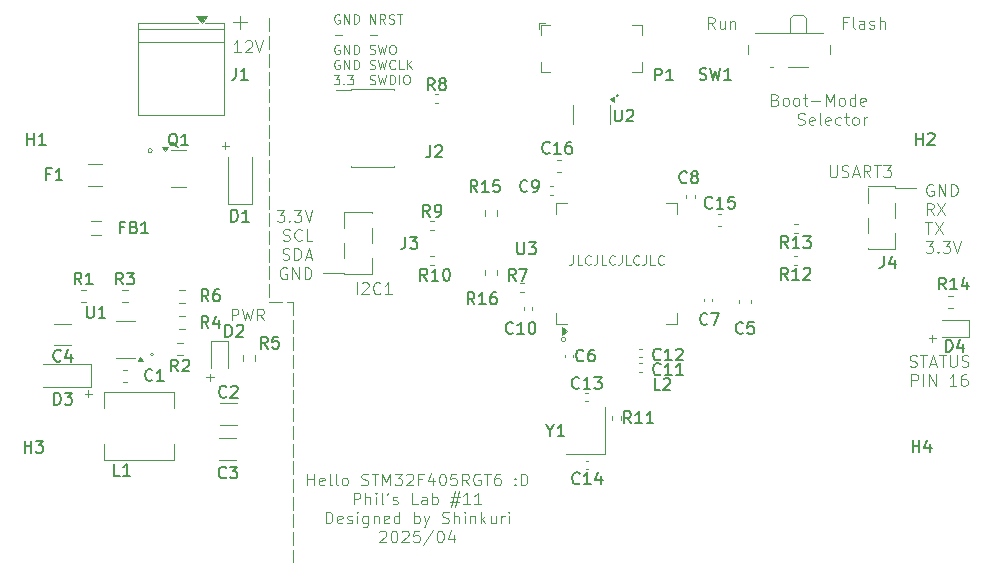
<source format=gbr>
%TF.GenerationSoftware,KiCad,Pcbnew,9.0.1*%
%TF.CreationDate,2025-04-29T02:16:07+02:00*%
%TF.ProjectId,phil-lab-11,7068696c-2d6c-4616-922d-31312e6b6963,rev?*%
%TF.SameCoordinates,Original*%
%TF.FileFunction,Legend,Top*%
%TF.FilePolarity,Positive*%
%FSLAX46Y46*%
G04 Gerber Fmt 4.6, Leading zero omitted, Abs format (unit mm)*
G04 Created by KiCad (PCBNEW 9.0.1) date 2025-04-29 02:16:07*
%MOMM*%
%LPD*%
G01*
G04 APERTURE LIST*
%ADD10C,0.100000*%
%ADD11C,0.150000*%
%ADD12C,0.120000*%
G04 APERTURE END LIST*
D10*
X70704761Y-40064895D02*
X70704761Y-40636323D01*
X70704761Y-40636323D02*
X70666666Y-40750609D01*
X70666666Y-40750609D02*
X70590475Y-40826800D01*
X70590475Y-40826800D02*
X70476190Y-40864895D01*
X70476190Y-40864895D02*
X70399999Y-40864895D01*
X71466666Y-40864895D02*
X71085714Y-40864895D01*
X71085714Y-40864895D02*
X71085714Y-40064895D01*
X72190476Y-40788704D02*
X72152380Y-40826800D01*
X72152380Y-40826800D02*
X72038095Y-40864895D01*
X72038095Y-40864895D02*
X71961904Y-40864895D01*
X71961904Y-40864895D02*
X71847618Y-40826800D01*
X71847618Y-40826800D02*
X71771428Y-40750609D01*
X71771428Y-40750609D02*
X71733333Y-40674419D01*
X71733333Y-40674419D02*
X71695237Y-40522038D01*
X71695237Y-40522038D02*
X71695237Y-40407752D01*
X71695237Y-40407752D02*
X71733333Y-40255371D01*
X71733333Y-40255371D02*
X71771428Y-40179180D01*
X71771428Y-40179180D02*
X71847618Y-40102990D01*
X71847618Y-40102990D02*
X71961904Y-40064895D01*
X71961904Y-40064895D02*
X72038095Y-40064895D01*
X72038095Y-40064895D02*
X72152380Y-40102990D01*
X72152380Y-40102990D02*
X72190476Y-40141085D01*
X72761904Y-40064895D02*
X72761904Y-40636323D01*
X72761904Y-40636323D02*
X72723809Y-40750609D01*
X72723809Y-40750609D02*
X72647618Y-40826800D01*
X72647618Y-40826800D02*
X72533333Y-40864895D01*
X72533333Y-40864895D02*
X72457142Y-40864895D01*
X73523809Y-40864895D02*
X73142857Y-40864895D01*
X73142857Y-40864895D02*
X73142857Y-40064895D01*
X74247619Y-40788704D02*
X74209523Y-40826800D01*
X74209523Y-40826800D02*
X74095238Y-40864895D01*
X74095238Y-40864895D02*
X74019047Y-40864895D01*
X74019047Y-40864895D02*
X73904761Y-40826800D01*
X73904761Y-40826800D02*
X73828571Y-40750609D01*
X73828571Y-40750609D02*
X73790476Y-40674419D01*
X73790476Y-40674419D02*
X73752380Y-40522038D01*
X73752380Y-40522038D02*
X73752380Y-40407752D01*
X73752380Y-40407752D02*
X73790476Y-40255371D01*
X73790476Y-40255371D02*
X73828571Y-40179180D01*
X73828571Y-40179180D02*
X73904761Y-40102990D01*
X73904761Y-40102990D02*
X74019047Y-40064895D01*
X74019047Y-40064895D02*
X74095238Y-40064895D01*
X74095238Y-40064895D02*
X74209523Y-40102990D01*
X74209523Y-40102990D02*
X74247619Y-40141085D01*
X74819047Y-40064895D02*
X74819047Y-40636323D01*
X74819047Y-40636323D02*
X74780952Y-40750609D01*
X74780952Y-40750609D02*
X74704761Y-40826800D01*
X74704761Y-40826800D02*
X74590476Y-40864895D01*
X74590476Y-40864895D02*
X74514285Y-40864895D01*
X75580952Y-40864895D02*
X75200000Y-40864895D01*
X75200000Y-40864895D02*
X75200000Y-40064895D01*
X76304762Y-40788704D02*
X76266666Y-40826800D01*
X76266666Y-40826800D02*
X76152381Y-40864895D01*
X76152381Y-40864895D02*
X76076190Y-40864895D01*
X76076190Y-40864895D02*
X75961904Y-40826800D01*
X75961904Y-40826800D02*
X75885714Y-40750609D01*
X75885714Y-40750609D02*
X75847619Y-40674419D01*
X75847619Y-40674419D02*
X75809523Y-40522038D01*
X75809523Y-40522038D02*
X75809523Y-40407752D01*
X75809523Y-40407752D02*
X75847619Y-40255371D01*
X75847619Y-40255371D02*
X75885714Y-40179180D01*
X75885714Y-40179180D02*
X75961904Y-40102990D01*
X75961904Y-40102990D02*
X76076190Y-40064895D01*
X76076190Y-40064895D02*
X76152381Y-40064895D01*
X76152381Y-40064895D02*
X76266666Y-40102990D01*
X76266666Y-40102990D02*
X76304762Y-40141085D01*
X76876190Y-40064895D02*
X76876190Y-40636323D01*
X76876190Y-40636323D02*
X76838095Y-40750609D01*
X76838095Y-40750609D02*
X76761904Y-40826800D01*
X76761904Y-40826800D02*
X76647619Y-40864895D01*
X76647619Y-40864895D02*
X76571428Y-40864895D01*
X77638095Y-40864895D02*
X77257143Y-40864895D01*
X77257143Y-40864895D02*
X77257143Y-40064895D01*
X78361905Y-40788704D02*
X78323809Y-40826800D01*
X78323809Y-40826800D02*
X78209524Y-40864895D01*
X78209524Y-40864895D02*
X78133333Y-40864895D01*
X78133333Y-40864895D02*
X78019047Y-40826800D01*
X78019047Y-40826800D02*
X77942857Y-40750609D01*
X77942857Y-40750609D02*
X77904762Y-40674419D01*
X77904762Y-40674419D02*
X77866666Y-40522038D01*
X77866666Y-40522038D02*
X77866666Y-40407752D01*
X77866666Y-40407752D02*
X77904762Y-40255371D01*
X77904762Y-40255371D02*
X77942857Y-40179180D01*
X77942857Y-40179180D02*
X78019047Y-40102990D01*
X78019047Y-40102990D02*
X78133333Y-40064895D01*
X78133333Y-40064895D02*
X78209524Y-40064895D01*
X78209524Y-40064895D02*
X78323809Y-40102990D01*
X78323809Y-40102990D02*
X78361905Y-40141085D01*
X29356265Y-51792133D02*
X29965789Y-51792133D01*
X29661027Y-52096895D02*
X29661027Y-51487371D01*
X40956265Y-30792133D02*
X41565789Y-30792133D01*
X41261027Y-31096895D02*
X41261027Y-30487371D01*
X39656265Y-50392133D02*
X40265789Y-50392133D01*
X39961027Y-50696895D02*
X39961027Y-50087371D01*
X100806265Y-47092133D02*
X101415789Y-47092133D01*
X101111027Y-47396895D02*
X101111027Y-46787371D01*
X74561803Y-26550000D02*
G75*
G02*
X74338197Y-26550000I-111803J0D01*
G01*
X74338197Y-26550000D02*
G75*
G02*
X74561803Y-26550000I111803J0D01*
G01*
X35191421Y-48450000D02*
G75*
G02*
X34908579Y-48450000I-141421J0D01*
G01*
X34908579Y-48450000D02*
G75*
G02*
X35191421Y-48450000I141421J0D01*
G01*
X35080278Y-31200000D02*
G75*
G02*
X34719722Y-31200000I-180278J0D01*
G01*
X34719722Y-31200000D02*
G75*
G02*
X35080278Y-31200000I180278J0D01*
G01*
X70080278Y-47200000D02*
G75*
G02*
X69719722Y-47200000I-180278J0D01*
G01*
X69719722Y-47200000D02*
G75*
G02*
X70080278Y-47200000I180278J0D01*
G01*
X47000000Y-44000000D02*
X47000000Y-45100000D01*
X47000000Y-45500000D02*
X47000000Y-46600000D01*
X47000000Y-47000000D02*
X47000000Y-48100000D01*
X47000000Y-48500000D02*
X47000000Y-49600000D01*
X47000000Y-50000000D02*
X47000000Y-51100000D01*
X47000000Y-51500000D02*
X47000000Y-52600000D01*
X47000000Y-53000000D02*
X47000000Y-54100000D01*
X47000000Y-54500000D02*
X47000000Y-55600000D01*
X47000000Y-56000000D02*
X47000000Y-57100000D01*
X47000000Y-57500000D02*
X47000000Y-58600000D01*
X47000000Y-59000000D02*
X47000000Y-60100000D01*
X47000000Y-60500000D02*
X47000000Y-61600000D01*
X47000000Y-62000000D02*
X47000000Y-63100000D01*
X47000000Y-63500000D02*
X47000000Y-64600000D01*
X47000000Y-65000000D02*
X47000000Y-66000000D01*
X45000000Y-44000000D02*
X46100000Y-44000000D01*
X46500000Y-44000000D02*
X47000000Y-44000000D01*
X45000000Y-20000000D02*
X45000000Y-21100000D01*
X45000000Y-21500000D02*
X45000000Y-22600000D01*
X45000000Y-23000000D02*
X45000000Y-24100000D01*
X45000000Y-24500000D02*
X45000000Y-25600000D01*
X45000000Y-26000000D02*
X45000000Y-27100000D01*
X45000000Y-27500000D02*
X45000000Y-28600000D01*
X45000000Y-29000000D02*
X45000000Y-30100000D01*
X45000000Y-30500000D02*
X45000000Y-31600000D01*
X45000000Y-32000000D02*
X45000000Y-33100000D01*
X45000000Y-33500000D02*
X45000000Y-34600000D01*
X45000000Y-35000000D02*
X45000000Y-36100000D01*
X45000000Y-36500000D02*
X45000000Y-37600000D01*
X45000000Y-38000000D02*
X45000000Y-39100000D01*
X45000000Y-39500000D02*
X45000000Y-40600000D01*
X45000000Y-41000000D02*
X45000000Y-42100000D01*
X45000000Y-42500000D02*
X45000000Y-43600000D01*
X45000000Y-44000000D02*
X45000000Y-44000000D01*
X99223809Y-49464856D02*
X99366666Y-49512475D01*
X99366666Y-49512475D02*
X99604761Y-49512475D01*
X99604761Y-49512475D02*
X99699999Y-49464856D01*
X99699999Y-49464856D02*
X99747618Y-49417236D01*
X99747618Y-49417236D02*
X99795237Y-49321998D01*
X99795237Y-49321998D02*
X99795237Y-49226760D01*
X99795237Y-49226760D02*
X99747618Y-49131522D01*
X99747618Y-49131522D02*
X99699999Y-49083903D01*
X99699999Y-49083903D02*
X99604761Y-49036284D01*
X99604761Y-49036284D02*
X99414285Y-48988665D01*
X99414285Y-48988665D02*
X99319047Y-48941046D01*
X99319047Y-48941046D02*
X99271428Y-48893427D01*
X99271428Y-48893427D02*
X99223809Y-48798189D01*
X99223809Y-48798189D02*
X99223809Y-48702951D01*
X99223809Y-48702951D02*
X99271428Y-48607713D01*
X99271428Y-48607713D02*
X99319047Y-48560094D01*
X99319047Y-48560094D02*
X99414285Y-48512475D01*
X99414285Y-48512475D02*
X99652380Y-48512475D01*
X99652380Y-48512475D02*
X99795237Y-48560094D01*
X100080952Y-48512475D02*
X100652380Y-48512475D01*
X100366666Y-49512475D02*
X100366666Y-48512475D01*
X100938095Y-49226760D02*
X101414285Y-49226760D01*
X100842857Y-49512475D02*
X101176190Y-48512475D01*
X101176190Y-48512475D02*
X101509523Y-49512475D01*
X101700000Y-48512475D02*
X102271428Y-48512475D01*
X101985714Y-49512475D02*
X101985714Y-48512475D01*
X102604762Y-48512475D02*
X102604762Y-49321998D01*
X102604762Y-49321998D02*
X102652381Y-49417236D01*
X102652381Y-49417236D02*
X102700000Y-49464856D01*
X102700000Y-49464856D02*
X102795238Y-49512475D01*
X102795238Y-49512475D02*
X102985714Y-49512475D01*
X102985714Y-49512475D02*
X103080952Y-49464856D01*
X103080952Y-49464856D02*
X103128571Y-49417236D01*
X103128571Y-49417236D02*
X103176190Y-49321998D01*
X103176190Y-49321998D02*
X103176190Y-48512475D01*
X103604762Y-49464856D02*
X103747619Y-49512475D01*
X103747619Y-49512475D02*
X103985714Y-49512475D01*
X103985714Y-49512475D02*
X104080952Y-49464856D01*
X104080952Y-49464856D02*
X104128571Y-49417236D01*
X104128571Y-49417236D02*
X104176190Y-49321998D01*
X104176190Y-49321998D02*
X104176190Y-49226760D01*
X104176190Y-49226760D02*
X104128571Y-49131522D01*
X104128571Y-49131522D02*
X104080952Y-49083903D01*
X104080952Y-49083903D02*
X103985714Y-49036284D01*
X103985714Y-49036284D02*
X103795238Y-48988665D01*
X103795238Y-48988665D02*
X103700000Y-48941046D01*
X103700000Y-48941046D02*
X103652381Y-48893427D01*
X103652381Y-48893427D02*
X103604762Y-48798189D01*
X103604762Y-48798189D02*
X103604762Y-48702951D01*
X103604762Y-48702951D02*
X103652381Y-48607713D01*
X103652381Y-48607713D02*
X103700000Y-48560094D01*
X103700000Y-48560094D02*
X103795238Y-48512475D01*
X103795238Y-48512475D02*
X104033333Y-48512475D01*
X104033333Y-48512475D02*
X104176190Y-48560094D01*
X99342857Y-51122419D02*
X99342857Y-50122419D01*
X99342857Y-50122419D02*
X99723809Y-50122419D01*
X99723809Y-50122419D02*
X99819047Y-50170038D01*
X99819047Y-50170038D02*
X99866666Y-50217657D01*
X99866666Y-50217657D02*
X99914285Y-50312895D01*
X99914285Y-50312895D02*
X99914285Y-50455752D01*
X99914285Y-50455752D02*
X99866666Y-50550990D01*
X99866666Y-50550990D02*
X99819047Y-50598609D01*
X99819047Y-50598609D02*
X99723809Y-50646228D01*
X99723809Y-50646228D02*
X99342857Y-50646228D01*
X100342857Y-51122419D02*
X100342857Y-50122419D01*
X100819047Y-51122419D02*
X100819047Y-50122419D01*
X100819047Y-50122419D02*
X101390475Y-51122419D01*
X101390475Y-51122419D02*
X101390475Y-50122419D01*
X103152380Y-51122419D02*
X102580952Y-51122419D01*
X102866666Y-51122419D02*
X102866666Y-50122419D01*
X102866666Y-50122419D02*
X102771428Y-50265276D01*
X102771428Y-50265276D02*
X102676190Y-50360514D01*
X102676190Y-50360514D02*
X102580952Y-50408133D01*
X104009523Y-50122419D02*
X103819047Y-50122419D01*
X103819047Y-50122419D02*
X103723809Y-50170038D01*
X103723809Y-50170038D02*
X103676190Y-50217657D01*
X103676190Y-50217657D02*
X103580952Y-50360514D01*
X103580952Y-50360514D02*
X103533333Y-50550990D01*
X103533333Y-50550990D02*
X103533333Y-50931942D01*
X103533333Y-50931942D02*
X103580952Y-51027180D01*
X103580952Y-51027180D02*
X103628571Y-51074800D01*
X103628571Y-51074800D02*
X103723809Y-51122419D01*
X103723809Y-51122419D02*
X103914285Y-51122419D01*
X103914285Y-51122419D02*
X104009523Y-51074800D01*
X104009523Y-51074800D02*
X104057142Y-51027180D01*
X104057142Y-51027180D02*
X104104761Y-50931942D01*
X104104761Y-50931942D02*
X104104761Y-50693847D01*
X104104761Y-50693847D02*
X104057142Y-50598609D01*
X104057142Y-50598609D02*
X104009523Y-50550990D01*
X104009523Y-50550990D02*
X103914285Y-50503371D01*
X103914285Y-50503371D02*
X103723809Y-50503371D01*
X103723809Y-50503371D02*
X103628571Y-50550990D01*
X103628571Y-50550990D02*
X103580952Y-50598609D01*
X103580952Y-50598609D02*
X103533333Y-50693847D01*
X41803884Y-45572419D02*
X41803884Y-44572419D01*
X41803884Y-44572419D02*
X42184836Y-44572419D01*
X42184836Y-44572419D02*
X42280074Y-44620038D01*
X42280074Y-44620038D02*
X42327693Y-44667657D01*
X42327693Y-44667657D02*
X42375312Y-44762895D01*
X42375312Y-44762895D02*
X42375312Y-44905752D01*
X42375312Y-44905752D02*
X42327693Y-45000990D01*
X42327693Y-45000990D02*
X42280074Y-45048609D01*
X42280074Y-45048609D02*
X42184836Y-45096228D01*
X42184836Y-45096228D02*
X41803884Y-45096228D01*
X42708646Y-44572419D02*
X42946741Y-45572419D01*
X42946741Y-45572419D02*
X43137217Y-44858133D01*
X43137217Y-44858133D02*
X43327693Y-45572419D01*
X43327693Y-45572419D02*
X43565789Y-44572419D01*
X44518169Y-45572419D02*
X44184836Y-45096228D01*
X43946741Y-45572419D02*
X43946741Y-44572419D01*
X43946741Y-44572419D02*
X44327693Y-44572419D01*
X44327693Y-44572419D02*
X44422931Y-44620038D01*
X44422931Y-44620038D02*
X44470550Y-44667657D01*
X44470550Y-44667657D02*
X44518169Y-44762895D01*
X44518169Y-44762895D02*
X44518169Y-44905752D01*
X44518169Y-44905752D02*
X44470550Y-45000990D01*
X44470550Y-45000990D02*
X44422931Y-45048609D01*
X44422931Y-45048609D02*
X44327693Y-45096228D01*
X44327693Y-45096228D02*
X43946741Y-45096228D01*
X50925312Y-19677080D02*
X50849122Y-19638985D01*
X50849122Y-19638985D02*
X50734836Y-19638985D01*
X50734836Y-19638985D02*
X50620550Y-19677080D01*
X50620550Y-19677080D02*
X50544360Y-19753270D01*
X50544360Y-19753270D02*
X50506265Y-19829461D01*
X50506265Y-19829461D02*
X50468169Y-19981842D01*
X50468169Y-19981842D02*
X50468169Y-20096128D01*
X50468169Y-20096128D02*
X50506265Y-20248509D01*
X50506265Y-20248509D02*
X50544360Y-20324699D01*
X50544360Y-20324699D02*
X50620550Y-20400890D01*
X50620550Y-20400890D02*
X50734836Y-20438985D01*
X50734836Y-20438985D02*
X50811027Y-20438985D01*
X50811027Y-20438985D02*
X50925312Y-20400890D01*
X50925312Y-20400890D02*
X50963408Y-20362794D01*
X50963408Y-20362794D02*
X50963408Y-20096128D01*
X50963408Y-20096128D02*
X50811027Y-20096128D01*
X51306265Y-20438985D02*
X51306265Y-19638985D01*
X51306265Y-19638985D02*
X51763408Y-20438985D01*
X51763408Y-20438985D02*
X51763408Y-19638985D01*
X52144360Y-20438985D02*
X52144360Y-19638985D01*
X52144360Y-19638985D02*
X52334836Y-19638985D01*
X52334836Y-19638985D02*
X52449122Y-19677080D01*
X52449122Y-19677080D02*
X52525312Y-19753270D01*
X52525312Y-19753270D02*
X52563407Y-19829461D01*
X52563407Y-19829461D02*
X52601503Y-19981842D01*
X52601503Y-19981842D02*
X52601503Y-20096128D01*
X52601503Y-20096128D02*
X52563407Y-20248509D01*
X52563407Y-20248509D02*
X52525312Y-20324699D01*
X52525312Y-20324699D02*
X52449122Y-20400890D01*
X52449122Y-20400890D02*
X52334836Y-20438985D01*
X52334836Y-20438985D02*
X52144360Y-20438985D01*
X53515788Y-20438985D02*
X53515788Y-19638985D01*
X53515788Y-19638985D02*
X53972931Y-20438985D01*
X53972931Y-20438985D02*
X53972931Y-19638985D01*
X54811026Y-20438985D02*
X54544359Y-20058032D01*
X54353883Y-20438985D02*
X54353883Y-19638985D01*
X54353883Y-19638985D02*
X54658645Y-19638985D01*
X54658645Y-19638985D02*
X54734835Y-19677080D01*
X54734835Y-19677080D02*
X54772930Y-19715175D01*
X54772930Y-19715175D02*
X54811026Y-19791366D01*
X54811026Y-19791366D02*
X54811026Y-19905651D01*
X54811026Y-19905651D02*
X54772930Y-19981842D01*
X54772930Y-19981842D02*
X54734835Y-20019937D01*
X54734835Y-20019937D02*
X54658645Y-20058032D01*
X54658645Y-20058032D02*
X54353883Y-20058032D01*
X55115787Y-20400890D02*
X55230073Y-20438985D01*
X55230073Y-20438985D02*
X55420549Y-20438985D01*
X55420549Y-20438985D02*
X55496740Y-20400890D01*
X55496740Y-20400890D02*
X55534835Y-20362794D01*
X55534835Y-20362794D02*
X55572930Y-20286604D01*
X55572930Y-20286604D02*
X55572930Y-20210413D01*
X55572930Y-20210413D02*
X55534835Y-20134223D01*
X55534835Y-20134223D02*
X55496740Y-20096128D01*
X55496740Y-20096128D02*
X55420549Y-20058032D01*
X55420549Y-20058032D02*
X55268168Y-20019937D01*
X55268168Y-20019937D02*
X55191978Y-19981842D01*
X55191978Y-19981842D02*
X55153883Y-19943747D01*
X55153883Y-19943747D02*
X55115787Y-19867556D01*
X55115787Y-19867556D02*
X55115787Y-19791366D01*
X55115787Y-19791366D02*
X55153883Y-19715175D01*
X55153883Y-19715175D02*
X55191978Y-19677080D01*
X55191978Y-19677080D02*
X55268168Y-19638985D01*
X55268168Y-19638985D02*
X55458645Y-19638985D01*
X55458645Y-19638985D02*
X55572930Y-19677080D01*
X55801502Y-19638985D02*
X56258645Y-19638985D01*
X56030073Y-20438985D02*
X56030073Y-19638985D01*
X50506265Y-21422178D02*
X51115789Y-21422178D01*
X53515788Y-21422178D02*
X54125312Y-21422178D01*
X50925312Y-22252990D02*
X50849122Y-22214895D01*
X50849122Y-22214895D02*
X50734836Y-22214895D01*
X50734836Y-22214895D02*
X50620550Y-22252990D01*
X50620550Y-22252990D02*
X50544360Y-22329180D01*
X50544360Y-22329180D02*
X50506265Y-22405371D01*
X50506265Y-22405371D02*
X50468169Y-22557752D01*
X50468169Y-22557752D02*
X50468169Y-22672038D01*
X50468169Y-22672038D02*
X50506265Y-22824419D01*
X50506265Y-22824419D02*
X50544360Y-22900609D01*
X50544360Y-22900609D02*
X50620550Y-22976800D01*
X50620550Y-22976800D02*
X50734836Y-23014895D01*
X50734836Y-23014895D02*
X50811027Y-23014895D01*
X50811027Y-23014895D02*
X50925312Y-22976800D01*
X50925312Y-22976800D02*
X50963408Y-22938704D01*
X50963408Y-22938704D02*
X50963408Y-22672038D01*
X50963408Y-22672038D02*
X50811027Y-22672038D01*
X51306265Y-23014895D02*
X51306265Y-22214895D01*
X51306265Y-22214895D02*
X51763408Y-23014895D01*
X51763408Y-23014895D02*
X51763408Y-22214895D01*
X52144360Y-23014895D02*
X52144360Y-22214895D01*
X52144360Y-22214895D02*
X52334836Y-22214895D01*
X52334836Y-22214895D02*
X52449122Y-22252990D01*
X52449122Y-22252990D02*
X52525312Y-22329180D01*
X52525312Y-22329180D02*
X52563407Y-22405371D01*
X52563407Y-22405371D02*
X52601503Y-22557752D01*
X52601503Y-22557752D02*
X52601503Y-22672038D01*
X52601503Y-22672038D02*
X52563407Y-22824419D01*
X52563407Y-22824419D02*
X52525312Y-22900609D01*
X52525312Y-22900609D02*
X52449122Y-22976800D01*
X52449122Y-22976800D02*
X52334836Y-23014895D01*
X52334836Y-23014895D02*
X52144360Y-23014895D01*
X53477692Y-22976800D02*
X53591978Y-23014895D01*
X53591978Y-23014895D02*
X53782454Y-23014895D01*
X53782454Y-23014895D02*
X53858645Y-22976800D01*
X53858645Y-22976800D02*
X53896740Y-22938704D01*
X53896740Y-22938704D02*
X53934835Y-22862514D01*
X53934835Y-22862514D02*
X53934835Y-22786323D01*
X53934835Y-22786323D02*
X53896740Y-22710133D01*
X53896740Y-22710133D02*
X53858645Y-22672038D01*
X53858645Y-22672038D02*
X53782454Y-22633942D01*
X53782454Y-22633942D02*
X53630073Y-22595847D01*
X53630073Y-22595847D02*
X53553883Y-22557752D01*
X53553883Y-22557752D02*
X53515788Y-22519657D01*
X53515788Y-22519657D02*
X53477692Y-22443466D01*
X53477692Y-22443466D02*
X53477692Y-22367276D01*
X53477692Y-22367276D02*
X53515788Y-22291085D01*
X53515788Y-22291085D02*
X53553883Y-22252990D01*
X53553883Y-22252990D02*
X53630073Y-22214895D01*
X53630073Y-22214895D02*
X53820550Y-22214895D01*
X53820550Y-22214895D02*
X53934835Y-22252990D01*
X54201502Y-22214895D02*
X54391978Y-23014895D01*
X54391978Y-23014895D02*
X54544359Y-22443466D01*
X54544359Y-22443466D02*
X54696740Y-23014895D01*
X54696740Y-23014895D02*
X54887217Y-22214895D01*
X55344360Y-22214895D02*
X55496741Y-22214895D01*
X55496741Y-22214895D02*
X55572931Y-22252990D01*
X55572931Y-22252990D02*
X55649122Y-22329180D01*
X55649122Y-22329180D02*
X55687217Y-22481561D01*
X55687217Y-22481561D02*
X55687217Y-22748228D01*
X55687217Y-22748228D02*
X55649122Y-22900609D01*
X55649122Y-22900609D02*
X55572931Y-22976800D01*
X55572931Y-22976800D02*
X55496741Y-23014895D01*
X55496741Y-23014895D02*
X55344360Y-23014895D01*
X55344360Y-23014895D02*
X55268169Y-22976800D01*
X55268169Y-22976800D02*
X55191979Y-22900609D01*
X55191979Y-22900609D02*
X55153883Y-22748228D01*
X55153883Y-22748228D02*
X55153883Y-22481561D01*
X55153883Y-22481561D02*
X55191979Y-22329180D01*
X55191979Y-22329180D02*
X55268169Y-22252990D01*
X55268169Y-22252990D02*
X55344360Y-22214895D01*
X50925312Y-23540945D02*
X50849122Y-23502850D01*
X50849122Y-23502850D02*
X50734836Y-23502850D01*
X50734836Y-23502850D02*
X50620550Y-23540945D01*
X50620550Y-23540945D02*
X50544360Y-23617135D01*
X50544360Y-23617135D02*
X50506265Y-23693326D01*
X50506265Y-23693326D02*
X50468169Y-23845707D01*
X50468169Y-23845707D02*
X50468169Y-23959993D01*
X50468169Y-23959993D02*
X50506265Y-24112374D01*
X50506265Y-24112374D02*
X50544360Y-24188564D01*
X50544360Y-24188564D02*
X50620550Y-24264755D01*
X50620550Y-24264755D02*
X50734836Y-24302850D01*
X50734836Y-24302850D02*
X50811027Y-24302850D01*
X50811027Y-24302850D02*
X50925312Y-24264755D01*
X50925312Y-24264755D02*
X50963408Y-24226659D01*
X50963408Y-24226659D02*
X50963408Y-23959993D01*
X50963408Y-23959993D02*
X50811027Y-23959993D01*
X51306265Y-24302850D02*
X51306265Y-23502850D01*
X51306265Y-23502850D02*
X51763408Y-24302850D01*
X51763408Y-24302850D02*
X51763408Y-23502850D01*
X52144360Y-24302850D02*
X52144360Y-23502850D01*
X52144360Y-23502850D02*
X52334836Y-23502850D01*
X52334836Y-23502850D02*
X52449122Y-23540945D01*
X52449122Y-23540945D02*
X52525312Y-23617135D01*
X52525312Y-23617135D02*
X52563407Y-23693326D01*
X52563407Y-23693326D02*
X52601503Y-23845707D01*
X52601503Y-23845707D02*
X52601503Y-23959993D01*
X52601503Y-23959993D02*
X52563407Y-24112374D01*
X52563407Y-24112374D02*
X52525312Y-24188564D01*
X52525312Y-24188564D02*
X52449122Y-24264755D01*
X52449122Y-24264755D02*
X52334836Y-24302850D01*
X52334836Y-24302850D02*
X52144360Y-24302850D01*
X53477692Y-24264755D02*
X53591978Y-24302850D01*
X53591978Y-24302850D02*
X53782454Y-24302850D01*
X53782454Y-24302850D02*
X53858645Y-24264755D01*
X53858645Y-24264755D02*
X53896740Y-24226659D01*
X53896740Y-24226659D02*
X53934835Y-24150469D01*
X53934835Y-24150469D02*
X53934835Y-24074278D01*
X53934835Y-24074278D02*
X53896740Y-23998088D01*
X53896740Y-23998088D02*
X53858645Y-23959993D01*
X53858645Y-23959993D02*
X53782454Y-23921897D01*
X53782454Y-23921897D02*
X53630073Y-23883802D01*
X53630073Y-23883802D02*
X53553883Y-23845707D01*
X53553883Y-23845707D02*
X53515788Y-23807612D01*
X53515788Y-23807612D02*
X53477692Y-23731421D01*
X53477692Y-23731421D02*
X53477692Y-23655231D01*
X53477692Y-23655231D02*
X53515788Y-23579040D01*
X53515788Y-23579040D02*
X53553883Y-23540945D01*
X53553883Y-23540945D02*
X53630073Y-23502850D01*
X53630073Y-23502850D02*
X53820550Y-23502850D01*
X53820550Y-23502850D02*
X53934835Y-23540945D01*
X54201502Y-23502850D02*
X54391978Y-24302850D01*
X54391978Y-24302850D02*
X54544359Y-23731421D01*
X54544359Y-23731421D02*
X54696740Y-24302850D01*
X54696740Y-24302850D02*
X54887217Y-23502850D01*
X55649122Y-24226659D02*
X55611026Y-24264755D01*
X55611026Y-24264755D02*
X55496741Y-24302850D01*
X55496741Y-24302850D02*
X55420550Y-24302850D01*
X55420550Y-24302850D02*
X55306264Y-24264755D01*
X55306264Y-24264755D02*
X55230074Y-24188564D01*
X55230074Y-24188564D02*
X55191979Y-24112374D01*
X55191979Y-24112374D02*
X55153883Y-23959993D01*
X55153883Y-23959993D02*
X55153883Y-23845707D01*
X55153883Y-23845707D02*
X55191979Y-23693326D01*
X55191979Y-23693326D02*
X55230074Y-23617135D01*
X55230074Y-23617135D02*
X55306264Y-23540945D01*
X55306264Y-23540945D02*
X55420550Y-23502850D01*
X55420550Y-23502850D02*
X55496741Y-23502850D01*
X55496741Y-23502850D02*
X55611026Y-23540945D01*
X55611026Y-23540945D02*
X55649122Y-23579040D01*
X56372931Y-24302850D02*
X55991979Y-24302850D01*
X55991979Y-24302850D02*
X55991979Y-23502850D01*
X56639598Y-24302850D02*
X56639598Y-23502850D01*
X57096741Y-24302850D02*
X56753883Y-23845707D01*
X57096741Y-23502850D02*
X56639598Y-23959993D01*
X50430074Y-24790805D02*
X50925312Y-24790805D01*
X50925312Y-24790805D02*
X50658646Y-25095567D01*
X50658646Y-25095567D02*
X50772931Y-25095567D01*
X50772931Y-25095567D02*
X50849122Y-25133662D01*
X50849122Y-25133662D02*
X50887217Y-25171757D01*
X50887217Y-25171757D02*
X50925312Y-25247948D01*
X50925312Y-25247948D02*
X50925312Y-25438424D01*
X50925312Y-25438424D02*
X50887217Y-25514614D01*
X50887217Y-25514614D02*
X50849122Y-25552710D01*
X50849122Y-25552710D02*
X50772931Y-25590805D01*
X50772931Y-25590805D02*
X50544360Y-25590805D01*
X50544360Y-25590805D02*
X50468169Y-25552710D01*
X50468169Y-25552710D02*
X50430074Y-25514614D01*
X51268170Y-25514614D02*
X51306265Y-25552710D01*
X51306265Y-25552710D02*
X51268170Y-25590805D01*
X51268170Y-25590805D02*
X51230074Y-25552710D01*
X51230074Y-25552710D02*
X51268170Y-25514614D01*
X51268170Y-25514614D02*
X51268170Y-25590805D01*
X51572931Y-24790805D02*
X52068169Y-24790805D01*
X52068169Y-24790805D02*
X51801503Y-25095567D01*
X51801503Y-25095567D02*
X51915788Y-25095567D01*
X51915788Y-25095567D02*
X51991979Y-25133662D01*
X51991979Y-25133662D02*
X52030074Y-25171757D01*
X52030074Y-25171757D02*
X52068169Y-25247948D01*
X52068169Y-25247948D02*
X52068169Y-25438424D01*
X52068169Y-25438424D02*
X52030074Y-25514614D01*
X52030074Y-25514614D02*
X51991979Y-25552710D01*
X51991979Y-25552710D02*
X51915788Y-25590805D01*
X51915788Y-25590805D02*
X51687217Y-25590805D01*
X51687217Y-25590805D02*
X51611026Y-25552710D01*
X51611026Y-25552710D02*
X51572931Y-25514614D01*
X53477692Y-25552710D02*
X53591978Y-25590805D01*
X53591978Y-25590805D02*
X53782454Y-25590805D01*
X53782454Y-25590805D02*
X53858645Y-25552710D01*
X53858645Y-25552710D02*
X53896740Y-25514614D01*
X53896740Y-25514614D02*
X53934835Y-25438424D01*
X53934835Y-25438424D02*
X53934835Y-25362233D01*
X53934835Y-25362233D02*
X53896740Y-25286043D01*
X53896740Y-25286043D02*
X53858645Y-25247948D01*
X53858645Y-25247948D02*
X53782454Y-25209852D01*
X53782454Y-25209852D02*
X53630073Y-25171757D01*
X53630073Y-25171757D02*
X53553883Y-25133662D01*
X53553883Y-25133662D02*
X53515788Y-25095567D01*
X53515788Y-25095567D02*
X53477692Y-25019376D01*
X53477692Y-25019376D02*
X53477692Y-24943186D01*
X53477692Y-24943186D02*
X53515788Y-24866995D01*
X53515788Y-24866995D02*
X53553883Y-24828900D01*
X53553883Y-24828900D02*
X53630073Y-24790805D01*
X53630073Y-24790805D02*
X53820550Y-24790805D01*
X53820550Y-24790805D02*
X53934835Y-24828900D01*
X54201502Y-24790805D02*
X54391978Y-25590805D01*
X54391978Y-25590805D02*
X54544359Y-25019376D01*
X54544359Y-25019376D02*
X54696740Y-25590805D01*
X54696740Y-25590805D02*
X54887217Y-24790805D01*
X55191979Y-25590805D02*
X55191979Y-24790805D01*
X55191979Y-24790805D02*
X55382455Y-24790805D01*
X55382455Y-24790805D02*
X55496741Y-24828900D01*
X55496741Y-24828900D02*
X55572931Y-24905090D01*
X55572931Y-24905090D02*
X55611026Y-24981281D01*
X55611026Y-24981281D02*
X55649122Y-25133662D01*
X55649122Y-25133662D02*
X55649122Y-25247948D01*
X55649122Y-25247948D02*
X55611026Y-25400329D01*
X55611026Y-25400329D02*
X55572931Y-25476519D01*
X55572931Y-25476519D02*
X55496741Y-25552710D01*
X55496741Y-25552710D02*
X55382455Y-25590805D01*
X55382455Y-25590805D02*
X55191979Y-25590805D01*
X55991979Y-25590805D02*
X55991979Y-24790805D01*
X56525312Y-24790805D02*
X56677693Y-24790805D01*
X56677693Y-24790805D02*
X56753883Y-24828900D01*
X56753883Y-24828900D02*
X56830074Y-24905090D01*
X56830074Y-24905090D02*
X56868169Y-25057471D01*
X56868169Y-25057471D02*
X56868169Y-25324138D01*
X56868169Y-25324138D02*
X56830074Y-25476519D01*
X56830074Y-25476519D02*
X56753883Y-25552710D01*
X56753883Y-25552710D02*
X56677693Y-25590805D01*
X56677693Y-25590805D02*
X56525312Y-25590805D01*
X56525312Y-25590805D02*
X56449121Y-25552710D01*
X56449121Y-25552710D02*
X56372931Y-25476519D01*
X56372931Y-25476519D02*
X56334835Y-25324138D01*
X56334835Y-25324138D02*
X56334835Y-25057471D01*
X56334835Y-25057471D02*
X56372931Y-24905090D01*
X56372931Y-24905090D02*
X56449121Y-24828900D01*
X56449121Y-24828900D02*
X56525312Y-24790805D01*
X93887217Y-20348609D02*
X93553884Y-20348609D01*
X93553884Y-20872419D02*
X93553884Y-19872419D01*
X93553884Y-19872419D02*
X94030074Y-19872419D01*
X94553884Y-20872419D02*
X94458646Y-20824800D01*
X94458646Y-20824800D02*
X94411027Y-20729561D01*
X94411027Y-20729561D02*
X94411027Y-19872419D01*
X95363408Y-20872419D02*
X95363408Y-20348609D01*
X95363408Y-20348609D02*
X95315789Y-20253371D01*
X95315789Y-20253371D02*
X95220551Y-20205752D01*
X95220551Y-20205752D02*
X95030075Y-20205752D01*
X95030075Y-20205752D02*
X94934837Y-20253371D01*
X95363408Y-20824800D02*
X95268170Y-20872419D01*
X95268170Y-20872419D02*
X95030075Y-20872419D01*
X95030075Y-20872419D02*
X94934837Y-20824800D01*
X94934837Y-20824800D02*
X94887218Y-20729561D01*
X94887218Y-20729561D02*
X94887218Y-20634323D01*
X94887218Y-20634323D02*
X94934837Y-20539085D01*
X94934837Y-20539085D02*
X95030075Y-20491466D01*
X95030075Y-20491466D02*
X95268170Y-20491466D01*
X95268170Y-20491466D02*
X95363408Y-20443847D01*
X95791980Y-20824800D02*
X95887218Y-20872419D01*
X95887218Y-20872419D02*
X96077694Y-20872419D01*
X96077694Y-20872419D02*
X96172932Y-20824800D01*
X96172932Y-20824800D02*
X96220551Y-20729561D01*
X96220551Y-20729561D02*
X96220551Y-20681942D01*
X96220551Y-20681942D02*
X96172932Y-20586704D01*
X96172932Y-20586704D02*
X96077694Y-20539085D01*
X96077694Y-20539085D02*
X95934837Y-20539085D01*
X95934837Y-20539085D02*
X95839599Y-20491466D01*
X95839599Y-20491466D02*
X95791980Y-20396228D01*
X95791980Y-20396228D02*
X95791980Y-20348609D01*
X95791980Y-20348609D02*
X95839599Y-20253371D01*
X95839599Y-20253371D02*
X95934837Y-20205752D01*
X95934837Y-20205752D02*
X96077694Y-20205752D01*
X96077694Y-20205752D02*
X96172932Y-20253371D01*
X96649123Y-20872419D02*
X96649123Y-19872419D01*
X97077694Y-20872419D02*
X97077694Y-20348609D01*
X97077694Y-20348609D02*
X97030075Y-20253371D01*
X97030075Y-20253371D02*
X96934837Y-20205752D01*
X96934837Y-20205752D02*
X96791980Y-20205752D01*
X96791980Y-20205752D02*
X96696742Y-20253371D01*
X96696742Y-20253371D02*
X96649123Y-20300990D01*
X82684210Y-20892419D02*
X82350877Y-20416228D01*
X82112782Y-20892419D02*
X82112782Y-19892419D01*
X82112782Y-19892419D02*
X82493734Y-19892419D01*
X82493734Y-19892419D02*
X82588972Y-19940038D01*
X82588972Y-19940038D02*
X82636591Y-19987657D01*
X82636591Y-19987657D02*
X82684210Y-20082895D01*
X82684210Y-20082895D02*
X82684210Y-20225752D01*
X82684210Y-20225752D02*
X82636591Y-20320990D01*
X82636591Y-20320990D02*
X82588972Y-20368609D01*
X82588972Y-20368609D02*
X82493734Y-20416228D01*
X82493734Y-20416228D02*
X82112782Y-20416228D01*
X83541353Y-20225752D02*
X83541353Y-20892419D01*
X83112782Y-20225752D02*
X83112782Y-20749561D01*
X83112782Y-20749561D02*
X83160401Y-20844800D01*
X83160401Y-20844800D02*
X83255639Y-20892419D01*
X83255639Y-20892419D02*
X83398496Y-20892419D01*
X83398496Y-20892419D02*
X83493734Y-20844800D01*
X83493734Y-20844800D02*
X83541353Y-20797180D01*
X84017544Y-20225752D02*
X84017544Y-20892419D01*
X84017544Y-20320990D02*
X84065163Y-20273371D01*
X84065163Y-20273371D02*
X84160401Y-20225752D01*
X84160401Y-20225752D02*
X84303258Y-20225752D01*
X84303258Y-20225752D02*
X84398496Y-20273371D01*
X84398496Y-20273371D02*
X84446115Y-20368609D01*
X84446115Y-20368609D02*
X84446115Y-20892419D01*
X87827067Y-26878637D02*
X87969924Y-26926256D01*
X87969924Y-26926256D02*
X88017543Y-26973875D01*
X88017543Y-26973875D02*
X88065162Y-27069113D01*
X88065162Y-27069113D02*
X88065162Y-27211970D01*
X88065162Y-27211970D02*
X88017543Y-27307208D01*
X88017543Y-27307208D02*
X87969924Y-27354828D01*
X87969924Y-27354828D02*
X87874686Y-27402447D01*
X87874686Y-27402447D02*
X87493734Y-27402447D01*
X87493734Y-27402447D02*
X87493734Y-26402447D01*
X87493734Y-26402447D02*
X87827067Y-26402447D01*
X87827067Y-26402447D02*
X87922305Y-26450066D01*
X87922305Y-26450066D02*
X87969924Y-26497685D01*
X87969924Y-26497685D02*
X88017543Y-26592923D01*
X88017543Y-26592923D02*
X88017543Y-26688161D01*
X88017543Y-26688161D02*
X87969924Y-26783399D01*
X87969924Y-26783399D02*
X87922305Y-26831018D01*
X87922305Y-26831018D02*
X87827067Y-26878637D01*
X87827067Y-26878637D02*
X87493734Y-26878637D01*
X88636591Y-27402447D02*
X88541353Y-27354828D01*
X88541353Y-27354828D02*
X88493734Y-27307208D01*
X88493734Y-27307208D02*
X88446115Y-27211970D01*
X88446115Y-27211970D02*
X88446115Y-26926256D01*
X88446115Y-26926256D02*
X88493734Y-26831018D01*
X88493734Y-26831018D02*
X88541353Y-26783399D01*
X88541353Y-26783399D02*
X88636591Y-26735780D01*
X88636591Y-26735780D02*
X88779448Y-26735780D01*
X88779448Y-26735780D02*
X88874686Y-26783399D01*
X88874686Y-26783399D02*
X88922305Y-26831018D01*
X88922305Y-26831018D02*
X88969924Y-26926256D01*
X88969924Y-26926256D02*
X88969924Y-27211970D01*
X88969924Y-27211970D02*
X88922305Y-27307208D01*
X88922305Y-27307208D02*
X88874686Y-27354828D01*
X88874686Y-27354828D02*
X88779448Y-27402447D01*
X88779448Y-27402447D02*
X88636591Y-27402447D01*
X89541353Y-27402447D02*
X89446115Y-27354828D01*
X89446115Y-27354828D02*
X89398496Y-27307208D01*
X89398496Y-27307208D02*
X89350877Y-27211970D01*
X89350877Y-27211970D02*
X89350877Y-26926256D01*
X89350877Y-26926256D02*
X89398496Y-26831018D01*
X89398496Y-26831018D02*
X89446115Y-26783399D01*
X89446115Y-26783399D02*
X89541353Y-26735780D01*
X89541353Y-26735780D02*
X89684210Y-26735780D01*
X89684210Y-26735780D02*
X89779448Y-26783399D01*
X89779448Y-26783399D02*
X89827067Y-26831018D01*
X89827067Y-26831018D02*
X89874686Y-26926256D01*
X89874686Y-26926256D02*
X89874686Y-27211970D01*
X89874686Y-27211970D02*
X89827067Y-27307208D01*
X89827067Y-27307208D02*
X89779448Y-27354828D01*
X89779448Y-27354828D02*
X89684210Y-27402447D01*
X89684210Y-27402447D02*
X89541353Y-27402447D01*
X90160401Y-26735780D02*
X90541353Y-26735780D01*
X90303258Y-26402447D02*
X90303258Y-27259589D01*
X90303258Y-27259589D02*
X90350877Y-27354828D01*
X90350877Y-27354828D02*
X90446115Y-27402447D01*
X90446115Y-27402447D02*
X90541353Y-27402447D01*
X90874687Y-27021494D02*
X91636592Y-27021494D01*
X92112782Y-27402447D02*
X92112782Y-26402447D01*
X92112782Y-26402447D02*
X92446115Y-27116732D01*
X92446115Y-27116732D02*
X92779448Y-26402447D01*
X92779448Y-26402447D02*
X92779448Y-27402447D01*
X93398496Y-27402447D02*
X93303258Y-27354828D01*
X93303258Y-27354828D02*
X93255639Y-27307208D01*
X93255639Y-27307208D02*
X93208020Y-27211970D01*
X93208020Y-27211970D02*
X93208020Y-26926256D01*
X93208020Y-26926256D02*
X93255639Y-26831018D01*
X93255639Y-26831018D02*
X93303258Y-26783399D01*
X93303258Y-26783399D02*
X93398496Y-26735780D01*
X93398496Y-26735780D02*
X93541353Y-26735780D01*
X93541353Y-26735780D02*
X93636591Y-26783399D01*
X93636591Y-26783399D02*
X93684210Y-26831018D01*
X93684210Y-26831018D02*
X93731829Y-26926256D01*
X93731829Y-26926256D02*
X93731829Y-27211970D01*
X93731829Y-27211970D02*
X93684210Y-27307208D01*
X93684210Y-27307208D02*
X93636591Y-27354828D01*
X93636591Y-27354828D02*
X93541353Y-27402447D01*
X93541353Y-27402447D02*
X93398496Y-27402447D01*
X94588972Y-27402447D02*
X94588972Y-26402447D01*
X94588972Y-27354828D02*
X94493734Y-27402447D01*
X94493734Y-27402447D02*
X94303258Y-27402447D01*
X94303258Y-27402447D02*
X94208020Y-27354828D01*
X94208020Y-27354828D02*
X94160401Y-27307208D01*
X94160401Y-27307208D02*
X94112782Y-27211970D01*
X94112782Y-27211970D02*
X94112782Y-26926256D01*
X94112782Y-26926256D02*
X94160401Y-26831018D01*
X94160401Y-26831018D02*
X94208020Y-26783399D01*
X94208020Y-26783399D02*
X94303258Y-26735780D01*
X94303258Y-26735780D02*
X94493734Y-26735780D01*
X94493734Y-26735780D02*
X94588972Y-26783399D01*
X95446115Y-27354828D02*
X95350877Y-27402447D01*
X95350877Y-27402447D02*
X95160401Y-27402447D01*
X95160401Y-27402447D02*
X95065163Y-27354828D01*
X95065163Y-27354828D02*
X95017544Y-27259589D01*
X95017544Y-27259589D02*
X95017544Y-26878637D01*
X95017544Y-26878637D02*
X95065163Y-26783399D01*
X95065163Y-26783399D02*
X95160401Y-26735780D01*
X95160401Y-26735780D02*
X95350877Y-26735780D01*
X95350877Y-26735780D02*
X95446115Y-26783399D01*
X95446115Y-26783399D02*
X95493734Y-26878637D01*
X95493734Y-26878637D02*
X95493734Y-26973875D01*
X95493734Y-26973875D02*
X95017544Y-27069113D01*
X89731828Y-28964772D02*
X89874685Y-29012391D01*
X89874685Y-29012391D02*
X90112780Y-29012391D01*
X90112780Y-29012391D02*
X90208018Y-28964772D01*
X90208018Y-28964772D02*
X90255637Y-28917152D01*
X90255637Y-28917152D02*
X90303256Y-28821914D01*
X90303256Y-28821914D02*
X90303256Y-28726676D01*
X90303256Y-28726676D02*
X90255637Y-28631438D01*
X90255637Y-28631438D02*
X90208018Y-28583819D01*
X90208018Y-28583819D02*
X90112780Y-28536200D01*
X90112780Y-28536200D02*
X89922304Y-28488581D01*
X89922304Y-28488581D02*
X89827066Y-28440962D01*
X89827066Y-28440962D02*
X89779447Y-28393343D01*
X89779447Y-28393343D02*
X89731828Y-28298105D01*
X89731828Y-28298105D02*
X89731828Y-28202867D01*
X89731828Y-28202867D02*
X89779447Y-28107629D01*
X89779447Y-28107629D02*
X89827066Y-28060010D01*
X89827066Y-28060010D02*
X89922304Y-28012391D01*
X89922304Y-28012391D02*
X90160399Y-28012391D01*
X90160399Y-28012391D02*
X90303256Y-28060010D01*
X91112780Y-28964772D02*
X91017542Y-29012391D01*
X91017542Y-29012391D02*
X90827066Y-29012391D01*
X90827066Y-29012391D02*
X90731828Y-28964772D01*
X90731828Y-28964772D02*
X90684209Y-28869533D01*
X90684209Y-28869533D02*
X90684209Y-28488581D01*
X90684209Y-28488581D02*
X90731828Y-28393343D01*
X90731828Y-28393343D02*
X90827066Y-28345724D01*
X90827066Y-28345724D02*
X91017542Y-28345724D01*
X91017542Y-28345724D02*
X91112780Y-28393343D01*
X91112780Y-28393343D02*
X91160399Y-28488581D01*
X91160399Y-28488581D02*
X91160399Y-28583819D01*
X91160399Y-28583819D02*
X90684209Y-28679057D01*
X91731828Y-29012391D02*
X91636590Y-28964772D01*
X91636590Y-28964772D02*
X91588971Y-28869533D01*
X91588971Y-28869533D02*
X91588971Y-28012391D01*
X92493733Y-28964772D02*
X92398495Y-29012391D01*
X92398495Y-29012391D02*
X92208019Y-29012391D01*
X92208019Y-29012391D02*
X92112781Y-28964772D01*
X92112781Y-28964772D02*
X92065162Y-28869533D01*
X92065162Y-28869533D02*
X92065162Y-28488581D01*
X92065162Y-28488581D02*
X92112781Y-28393343D01*
X92112781Y-28393343D02*
X92208019Y-28345724D01*
X92208019Y-28345724D02*
X92398495Y-28345724D01*
X92398495Y-28345724D02*
X92493733Y-28393343D01*
X92493733Y-28393343D02*
X92541352Y-28488581D01*
X92541352Y-28488581D02*
X92541352Y-28583819D01*
X92541352Y-28583819D02*
X92065162Y-28679057D01*
X93398495Y-28964772D02*
X93303257Y-29012391D01*
X93303257Y-29012391D02*
X93112781Y-29012391D01*
X93112781Y-29012391D02*
X93017543Y-28964772D01*
X93017543Y-28964772D02*
X92969924Y-28917152D01*
X92969924Y-28917152D02*
X92922305Y-28821914D01*
X92922305Y-28821914D02*
X92922305Y-28536200D01*
X92922305Y-28536200D02*
X92969924Y-28440962D01*
X92969924Y-28440962D02*
X93017543Y-28393343D01*
X93017543Y-28393343D02*
X93112781Y-28345724D01*
X93112781Y-28345724D02*
X93303257Y-28345724D01*
X93303257Y-28345724D02*
X93398495Y-28393343D01*
X93684210Y-28345724D02*
X94065162Y-28345724D01*
X93827067Y-28012391D02*
X93827067Y-28869533D01*
X93827067Y-28869533D02*
X93874686Y-28964772D01*
X93874686Y-28964772D02*
X93969924Y-29012391D01*
X93969924Y-29012391D02*
X94065162Y-29012391D01*
X94541353Y-29012391D02*
X94446115Y-28964772D01*
X94446115Y-28964772D02*
X94398496Y-28917152D01*
X94398496Y-28917152D02*
X94350877Y-28821914D01*
X94350877Y-28821914D02*
X94350877Y-28536200D01*
X94350877Y-28536200D02*
X94398496Y-28440962D01*
X94398496Y-28440962D02*
X94446115Y-28393343D01*
X94446115Y-28393343D02*
X94541353Y-28345724D01*
X94541353Y-28345724D02*
X94684210Y-28345724D01*
X94684210Y-28345724D02*
X94779448Y-28393343D01*
X94779448Y-28393343D02*
X94827067Y-28440962D01*
X94827067Y-28440962D02*
X94874686Y-28536200D01*
X94874686Y-28536200D02*
X94874686Y-28821914D01*
X94874686Y-28821914D02*
X94827067Y-28917152D01*
X94827067Y-28917152D02*
X94779448Y-28964772D01*
X94779448Y-28964772D02*
X94684210Y-29012391D01*
X94684210Y-29012391D02*
X94541353Y-29012391D01*
X95303258Y-29012391D02*
X95303258Y-28345724D01*
X95303258Y-28536200D02*
X95350877Y-28440962D01*
X95350877Y-28440962D02*
X95398496Y-28393343D01*
X95398496Y-28393343D02*
X95493734Y-28345724D01*
X95493734Y-28345724D02*
X95588972Y-28345724D01*
X41922931Y-20339800D02*
X43065789Y-20339800D01*
X42494360Y-20911228D02*
X42494360Y-19768371D01*
X42577693Y-22872419D02*
X42006265Y-22872419D01*
X42291979Y-22872419D02*
X42291979Y-21872419D01*
X42291979Y-21872419D02*
X42196741Y-22015276D01*
X42196741Y-22015276D02*
X42101503Y-22110514D01*
X42101503Y-22110514D02*
X42006265Y-22158133D01*
X42958646Y-21967657D02*
X43006265Y-21920038D01*
X43006265Y-21920038D02*
X43101503Y-21872419D01*
X43101503Y-21872419D02*
X43339598Y-21872419D01*
X43339598Y-21872419D02*
X43434836Y-21920038D01*
X43434836Y-21920038D02*
X43482455Y-21967657D01*
X43482455Y-21967657D02*
X43530074Y-22062895D01*
X43530074Y-22062895D02*
X43530074Y-22158133D01*
X43530074Y-22158133D02*
X43482455Y-22300990D01*
X43482455Y-22300990D02*
X42911027Y-22872419D01*
X42911027Y-22872419D02*
X43530074Y-22872419D01*
X43815789Y-21872419D02*
X44149122Y-22872419D01*
X44149122Y-22872419D02*
X44482455Y-21872419D01*
X48214285Y-59542503D02*
X48214285Y-58542503D01*
X48214285Y-59018693D02*
X48785713Y-59018693D01*
X48785713Y-59542503D02*
X48785713Y-58542503D01*
X49642856Y-59494884D02*
X49547618Y-59542503D01*
X49547618Y-59542503D02*
X49357142Y-59542503D01*
X49357142Y-59542503D02*
X49261904Y-59494884D01*
X49261904Y-59494884D02*
X49214285Y-59399645D01*
X49214285Y-59399645D02*
X49214285Y-59018693D01*
X49214285Y-59018693D02*
X49261904Y-58923455D01*
X49261904Y-58923455D02*
X49357142Y-58875836D01*
X49357142Y-58875836D02*
X49547618Y-58875836D01*
X49547618Y-58875836D02*
X49642856Y-58923455D01*
X49642856Y-58923455D02*
X49690475Y-59018693D01*
X49690475Y-59018693D02*
X49690475Y-59113931D01*
X49690475Y-59113931D02*
X49214285Y-59209169D01*
X50261904Y-59542503D02*
X50166666Y-59494884D01*
X50166666Y-59494884D02*
X50119047Y-59399645D01*
X50119047Y-59399645D02*
X50119047Y-58542503D01*
X50785714Y-59542503D02*
X50690476Y-59494884D01*
X50690476Y-59494884D02*
X50642857Y-59399645D01*
X50642857Y-59399645D02*
X50642857Y-58542503D01*
X51309524Y-59542503D02*
X51214286Y-59494884D01*
X51214286Y-59494884D02*
X51166667Y-59447264D01*
X51166667Y-59447264D02*
X51119048Y-59352026D01*
X51119048Y-59352026D02*
X51119048Y-59066312D01*
X51119048Y-59066312D02*
X51166667Y-58971074D01*
X51166667Y-58971074D02*
X51214286Y-58923455D01*
X51214286Y-58923455D02*
X51309524Y-58875836D01*
X51309524Y-58875836D02*
X51452381Y-58875836D01*
X51452381Y-58875836D02*
X51547619Y-58923455D01*
X51547619Y-58923455D02*
X51595238Y-58971074D01*
X51595238Y-58971074D02*
X51642857Y-59066312D01*
X51642857Y-59066312D02*
X51642857Y-59352026D01*
X51642857Y-59352026D02*
X51595238Y-59447264D01*
X51595238Y-59447264D02*
X51547619Y-59494884D01*
X51547619Y-59494884D02*
X51452381Y-59542503D01*
X51452381Y-59542503D02*
X51309524Y-59542503D01*
X52785715Y-59494884D02*
X52928572Y-59542503D01*
X52928572Y-59542503D02*
X53166667Y-59542503D01*
X53166667Y-59542503D02*
X53261905Y-59494884D01*
X53261905Y-59494884D02*
X53309524Y-59447264D01*
X53309524Y-59447264D02*
X53357143Y-59352026D01*
X53357143Y-59352026D02*
X53357143Y-59256788D01*
X53357143Y-59256788D02*
X53309524Y-59161550D01*
X53309524Y-59161550D02*
X53261905Y-59113931D01*
X53261905Y-59113931D02*
X53166667Y-59066312D01*
X53166667Y-59066312D02*
X52976191Y-59018693D01*
X52976191Y-59018693D02*
X52880953Y-58971074D01*
X52880953Y-58971074D02*
X52833334Y-58923455D01*
X52833334Y-58923455D02*
X52785715Y-58828217D01*
X52785715Y-58828217D02*
X52785715Y-58732979D01*
X52785715Y-58732979D02*
X52833334Y-58637741D01*
X52833334Y-58637741D02*
X52880953Y-58590122D01*
X52880953Y-58590122D02*
X52976191Y-58542503D01*
X52976191Y-58542503D02*
X53214286Y-58542503D01*
X53214286Y-58542503D02*
X53357143Y-58590122D01*
X53642858Y-58542503D02*
X54214286Y-58542503D01*
X53928572Y-59542503D02*
X53928572Y-58542503D01*
X54547620Y-59542503D02*
X54547620Y-58542503D01*
X54547620Y-58542503D02*
X54880953Y-59256788D01*
X54880953Y-59256788D02*
X55214286Y-58542503D01*
X55214286Y-58542503D02*
X55214286Y-59542503D01*
X55595239Y-58542503D02*
X56214286Y-58542503D01*
X56214286Y-58542503D02*
X55880953Y-58923455D01*
X55880953Y-58923455D02*
X56023810Y-58923455D01*
X56023810Y-58923455D02*
X56119048Y-58971074D01*
X56119048Y-58971074D02*
X56166667Y-59018693D01*
X56166667Y-59018693D02*
X56214286Y-59113931D01*
X56214286Y-59113931D02*
X56214286Y-59352026D01*
X56214286Y-59352026D02*
X56166667Y-59447264D01*
X56166667Y-59447264D02*
X56119048Y-59494884D01*
X56119048Y-59494884D02*
X56023810Y-59542503D01*
X56023810Y-59542503D02*
X55738096Y-59542503D01*
X55738096Y-59542503D02*
X55642858Y-59494884D01*
X55642858Y-59494884D02*
X55595239Y-59447264D01*
X56595239Y-58637741D02*
X56642858Y-58590122D01*
X56642858Y-58590122D02*
X56738096Y-58542503D01*
X56738096Y-58542503D02*
X56976191Y-58542503D01*
X56976191Y-58542503D02*
X57071429Y-58590122D01*
X57071429Y-58590122D02*
X57119048Y-58637741D01*
X57119048Y-58637741D02*
X57166667Y-58732979D01*
X57166667Y-58732979D02*
X57166667Y-58828217D01*
X57166667Y-58828217D02*
X57119048Y-58971074D01*
X57119048Y-58971074D02*
X56547620Y-59542503D01*
X56547620Y-59542503D02*
X57166667Y-59542503D01*
X57928572Y-59018693D02*
X57595239Y-59018693D01*
X57595239Y-59542503D02*
X57595239Y-58542503D01*
X57595239Y-58542503D02*
X58071429Y-58542503D01*
X58880953Y-58875836D02*
X58880953Y-59542503D01*
X58642858Y-58494884D02*
X58404763Y-59209169D01*
X58404763Y-59209169D02*
X59023810Y-59209169D01*
X59595239Y-58542503D02*
X59690477Y-58542503D01*
X59690477Y-58542503D02*
X59785715Y-58590122D01*
X59785715Y-58590122D02*
X59833334Y-58637741D01*
X59833334Y-58637741D02*
X59880953Y-58732979D01*
X59880953Y-58732979D02*
X59928572Y-58923455D01*
X59928572Y-58923455D02*
X59928572Y-59161550D01*
X59928572Y-59161550D02*
X59880953Y-59352026D01*
X59880953Y-59352026D02*
X59833334Y-59447264D01*
X59833334Y-59447264D02*
X59785715Y-59494884D01*
X59785715Y-59494884D02*
X59690477Y-59542503D01*
X59690477Y-59542503D02*
X59595239Y-59542503D01*
X59595239Y-59542503D02*
X59500001Y-59494884D01*
X59500001Y-59494884D02*
X59452382Y-59447264D01*
X59452382Y-59447264D02*
X59404763Y-59352026D01*
X59404763Y-59352026D02*
X59357144Y-59161550D01*
X59357144Y-59161550D02*
X59357144Y-58923455D01*
X59357144Y-58923455D02*
X59404763Y-58732979D01*
X59404763Y-58732979D02*
X59452382Y-58637741D01*
X59452382Y-58637741D02*
X59500001Y-58590122D01*
X59500001Y-58590122D02*
X59595239Y-58542503D01*
X60833334Y-58542503D02*
X60357144Y-58542503D01*
X60357144Y-58542503D02*
X60309525Y-59018693D01*
X60309525Y-59018693D02*
X60357144Y-58971074D01*
X60357144Y-58971074D02*
X60452382Y-58923455D01*
X60452382Y-58923455D02*
X60690477Y-58923455D01*
X60690477Y-58923455D02*
X60785715Y-58971074D01*
X60785715Y-58971074D02*
X60833334Y-59018693D01*
X60833334Y-59018693D02*
X60880953Y-59113931D01*
X60880953Y-59113931D02*
X60880953Y-59352026D01*
X60880953Y-59352026D02*
X60833334Y-59447264D01*
X60833334Y-59447264D02*
X60785715Y-59494884D01*
X60785715Y-59494884D02*
X60690477Y-59542503D01*
X60690477Y-59542503D02*
X60452382Y-59542503D01*
X60452382Y-59542503D02*
X60357144Y-59494884D01*
X60357144Y-59494884D02*
X60309525Y-59447264D01*
X61880953Y-59542503D02*
X61547620Y-59066312D01*
X61309525Y-59542503D02*
X61309525Y-58542503D01*
X61309525Y-58542503D02*
X61690477Y-58542503D01*
X61690477Y-58542503D02*
X61785715Y-58590122D01*
X61785715Y-58590122D02*
X61833334Y-58637741D01*
X61833334Y-58637741D02*
X61880953Y-58732979D01*
X61880953Y-58732979D02*
X61880953Y-58875836D01*
X61880953Y-58875836D02*
X61833334Y-58971074D01*
X61833334Y-58971074D02*
X61785715Y-59018693D01*
X61785715Y-59018693D02*
X61690477Y-59066312D01*
X61690477Y-59066312D02*
X61309525Y-59066312D01*
X62833334Y-58590122D02*
X62738096Y-58542503D01*
X62738096Y-58542503D02*
X62595239Y-58542503D01*
X62595239Y-58542503D02*
X62452382Y-58590122D01*
X62452382Y-58590122D02*
X62357144Y-58685360D01*
X62357144Y-58685360D02*
X62309525Y-58780598D01*
X62309525Y-58780598D02*
X62261906Y-58971074D01*
X62261906Y-58971074D02*
X62261906Y-59113931D01*
X62261906Y-59113931D02*
X62309525Y-59304407D01*
X62309525Y-59304407D02*
X62357144Y-59399645D01*
X62357144Y-59399645D02*
X62452382Y-59494884D01*
X62452382Y-59494884D02*
X62595239Y-59542503D01*
X62595239Y-59542503D02*
X62690477Y-59542503D01*
X62690477Y-59542503D02*
X62833334Y-59494884D01*
X62833334Y-59494884D02*
X62880953Y-59447264D01*
X62880953Y-59447264D02*
X62880953Y-59113931D01*
X62880953Y-59113931D02*
X62690477Y-59113931D01*
X63166668Y-58542503D02*
X63738096Y-58542503D01*
X63452382Y-59542503D02*
X63452382Y-58542503D01*
X64500001Y-58542503D02*
X64309525Y-58542503D01*
X64309525Y-58542503D02*
X64214287Y-58590122D01*
X64214287Y-58590122D02*
X64166668Y-58637741D01*
X64166668Y-58637741D02*
X64071430Y-58780598D01*
X64071430Y-58780598D02*
X64023811Y-58971074D01*
X64023811Y-58971074D02*
X64023811Y-59352026D01*
X64023811Y-59352026D02*
X64071430Y-59447264D01*
X64071430Y-59447264D02*
X64119049Y-59494884D01*
X64119049Y-59494884D02*
X64214287Y-59542503D01*
X64214287Y-59542503D02*
X64404763Y-59542503D01*
X64404763Y-59542503D02*
X64500001Y-59494884D01*
X64500001Y-59494884D02*
X64547620Y-59447264D01*
X64547620Y-59447264D02*
X64595239Y-59352026D01*
X64595239Y-59352026D02*
X64595239Y-59113931D01*
X64595239Y-59113931D02*
X64547620Y-59018693D01*
X64547620Y-59018693D02*
X64500001Y-58971074D01*
X64500001Y-58971074D02*
X64404763Y-58923455D01*
X64404763Y-58923455D02*
X64214287Y-58923455D01*
X64214287Y-58923455D02*
X64119049Y-58971074D01*
X64119049Y-58971074D02*
X64071430Y-59018693D01*
X64071430Y-59018693D02*
X64023811Y-59113931D01*
X65785716Y-59447264D02*
X65833335Y-59494884D01*
X65833335Y-59494884D02*
X65785716Y-59542503D01*
X65785716Y-59542503D02*
X65738097Y-59494884D01*
X65738097Y-59494884D02*
X65785716Y-59447264D01*
X65785716Y-59447264D02*
X65785716Y-59542503D01*
X65785716Y-58923455D02*
X65833335Y-58971074D01*
X65833335Y-58971074D02*
X65785716Y-59018693D01*
X65785716Y-59018693D02*
X65738097Y-58971074D01*
X65738097Y-58971074D02*
X65785716Y-58923455D01*
X65785716Y-58923455D02*
X65785716Y-59018693D01*
X66261906Y-59542503D02*
X66261906Y-58542503D01*
X66261906Y-58542503D02*
X66500001Y-58542503D01*
X66500001Y-58542503D02*
X66642858Y-58590122D01*
X66642858Y-58590122D02*
X66738096Y-58685360D01*
X66738096Y-58685360D02*
X66785715Y-58780598D01*
X66785715Y-58780598D02*
X66833334Y-58971074D01*
X66833334Y-58971074D02*
X66833334Y-59113931D01*
X66833334Y-59113931D02*
X66785715Y-59304407D01*
X66785715Y-59304407D02*
X66738096Y-59399645D01*
X66738096Y-59399645D02*
X66642858Y-59494884D01*
X66642858Y-59494884D02*
X66500001Y-59542503D01*
X66500001Y-59542503D02*
X66261906Y-59542503D01*
X52119047Y-61152447D02*
X52119047Y-60152447D01*
X52119047Y-60152447D02*
X52499999Y-60152447D01*
X52499999Y-60152447D02*
X52595237Y-60200066D01*
X52595237Y-60200066D02*
X52642856Y-60247685D01*
X52642856Y-60247685D02*
X52690475Y-60342923D01*
X52690475Y-60342923D02*
X52690475Y-60485780D01*
X52690475Y-60485780D02*
X52642856Y-60581018D01*
X52642856Y-60581018D02*
X52595237Y-60628637D01*
X52595237Y-60628637D02*
X52499999Y-60676256D01*
X52499999Y-60676256D02*
X52119047Y-60676256D01*
X53119047Y-61152447D02*
X53119047Y-60152447D01*
X53547618Y-61152447D02*
X53547618Y-60628637D01*
X53547618Y-60628637D02*
X53499999Y-60533399D01*
X53499999Y-60533399D02*
X53404761Y-60485780D01*
X53404761Y-60485780D02*
X53261904Y-60485780D01*
X53261904Y-60485780D02*
X53166666Y-60533399D01*
X53166666Y-60533399D02*
X53119047Y-60581018D01*
X54023809Y-61152447D02*
X54023809Y-60485780D01*
X54023809Y-60152447D02*
X53976190Y-60200066D01*
X53976190Y-60200066D02*
X54023809Y-60247685D01*
X54023809Y-60247685D02*
X54071428Y-60200066D01*
X54071428Y-60200066D02*
X54023809Y-60152447D01*
X54023809Y-60152447D02*
X54023809Y-60247685D01*
X54642856Y-61152447D02*
X54547618Y-61104828D01*
X54547618Y-61104828D02*
X54499999Y-61009589D01*
X54499999Y-61009589D02*
X54499999Y-60152447D01*
X55071428Y-60152447D02*
X54976190Y-60342923D01*
X55452380Y-61104828D02*
X55547618Y-61152447D01*
X55547618Y-61152447D02*
X55738094Y-61152447D01*
X55738094Y-61152447D02*
X55833332Y-61104828D01*
X55833332Y-61104828D02*
X55880951Y-61009589D01*
X55880951Y-61009589D02*
X55880951Y-60961970D01*
X55880951Y-60961970D02*
X55833332Y-60866732D01*
X55833332Y-60866732D02*
X55738094Y-60819113D01*
X55738094Y-60819113D02*
X55595237Y-60819113D01*
X55595237Y-60819113D02*
X55499999Y-60771494D01*
X55499999Y-60771494D02*
X55452380Y-60676256D01*
X55452380Y-60676256D02*
X55452380Y-60628637D01*
X55452380Y-60628637D02*
X55499999Y-60533399D01*
X55499999Y-60533399D02*
X55595237Y-60485780D01*
X55595237Y-60485780D02*
X55738094Y-60485780D01*
X55738094Y-60485780D02*
X55833332Y-60533399D01*
X57547618Y-61152447D02*
X57071428Y-61152447D01*
X57071428Y-61152447D02*
X57071428Y-60152447D01*
X58309523Y-61152447D02*
X58309523Y-60628637D01*
X58309523Y-60628637D02*
X58261904Y-60533399D01*
X58261904Y-60533399D02*
X58166666Y-60485780D01*
X58166666Y-60485780D02*
X57976190Y-60485780D01*
X57976190Y-60485780D02*
X57880952Y-60533399D01*
X58309523Y-61104828D02*
X58214285Y-61152447D01*
X58214285Y-61152447D02*
X57976190Y-61152447D01*
X57976190Y-61152447D02*
X57880952Y-61104828D01*
X57880952Y-61104828D02*
X57833333Y-61009589D01*
X57833333Y-61009589D02*
X57833333Y-60914351D01*
X57833333Y-60914351D02*
X57880952Y-60819113D01*
X57880952Y-60819113D02*
X57976190Y-60771494D01*
X57976190Y-60771494D02*
X58214285Y-60771494D01*
X58214285Y-60771494D02*
X58309523Y-60723875D01*
X58785714Y-61152447D02*
X58785714Y-60152447D01*
X58785714Y-60533399D02*
X58880952Y-60485780D01*
X58880952Y-60485780D02*
X59071428Y-60485780D01*
X59071428Y-60485780D02*
X59166666Y-60533399D01*
X59166666Y-60533399D02*
X59214285Y-60581018D01*
X59214285Y-60581018D02*
X59261904Y-60676256D01*
X59261904Y-60676256D02*
X59261904Y-60961970D01*
X59261904Y-60961970D02*
X59214285Y-61057208D01*
X59214285Y-61057208D02*
X59166666Y-61104828D01*
X59166666Y-61104828D02*
X59071428Y-61152447D01*
X59071428Y-61152447D02*
X58880952Y-61152447D01*
X58880952Y-61152447D02*
X58785714Y-61104828D01*
X60404762Y-60485780D02*
X61119047Y-60485780D01*
X60690476Y-60057208D02*
X60404762Y-61342923D01*
X61023809Y-60914351D02*
X60309524Y-60914351D01*
X60738095Y-61342923D02*
X61023809Y-60057208D01*
X61976190Y-61152447D02*
X61404762Y-61152447D01*
X61690476Y-61152447D02*
X61690476Y-60152447D01*
X61690476Y-60152447D02*
X61595238Y-60295304D01*
X61595238Y-60295304D02*
X61500000Y-60390542D01*
X61500000Y-60390542D02*
X61404762Y-60438161D01*
X62928571Y-61152447D02*
X62357143Y-61152447D01*
X62642857Y-61152447D02*
X62642857Y-60152447D01*
X62642857Y-60152447D02*
X62547619Y-60295304D01*
X62547619Y-60295304D02*
X62452381Y-60390542D01*
X62452381Y-60390542D02*
X62357143Y-60438161D01*
X49761904Y-62762391D02*
X49761904Y-61762391D01*
X49761904Y-61762391D02*
X49999999Y-61762391D01*
X49999999Y-61762391D02*
X50142856Y-61810010D01*
X50142856Y-61810010D02*
X50238094Y-61905248D01*
X50238094Y-61905248D02*
X50285713Y-62000486D01*
X50285713Y-62000486D02*
X50333332Y-62190962D01*
X50333332Y-62190962D02*
X50333332Y-62333819D01*
X50333332Y-62333819D02*
X50285713Y-62524295D01*
X50285713Y-62524295D02*
X50238094Y-62619533D01*
X50238094Y-62619533D02*
X50142856Y-62714772D01*
X50142856Y-62714772D02*
X49999999Y-62762391D01*
X49999999Y-62762391D02*
X49761904Y-62762391D01*
X51142856Y-62714772D02*
X51047618Y-62762391D01*
X51047618Y-62762391D02*
X50857142Y-62762391D01*
X50857142Y-62762391D02*
X50761904Y-62714772D01*
X50761904Y-62714772D02*
X50714285Y-62619533D01*
X50714285Y-62619533D02*
X50714285Y-62238581D01*
X50714285Y-62238581D02*
X50761904Y-62143343D01*
X50761904Y-62143343D02*
X50857142Y-62095724D01*
X50857142Y-62095724D02*
X51047618Y-62095724D01*
X51047618Y-62095724D02*
X51142856Y-62143343D01*
X51142856Y-62143343D02*
X51190475Y-62238581D01*
X51190475Y-62238581D02*
X51190475Y-62333819D01*
X51190475Y-62333819D02*
X50714285Y-62429057D01*
X51571428Y-62714772D02*
X51666666Y-62762391D01*
X51666666Y-62762391D02*
X51857142Y-62762391D01*
X51857142Y-62762391D02*
X51952380Y-62714772D01*
X51952380Y-62714772D02*
X51999999Y-62619533D01*
X51999999Y-62619533D02*
X51999999Y-62571914D01*
X51999999Y-62571914D02*
X51952380Y-62476676D01*
X51952380Y-62476676D02*
X51857142Y-62429057D01*
X51857142Y-62429057D02*
X51714285Y-62429057D01*
X51714285Y-62429057D02*
X51619047Y-62381438D01*
X51619047Y-62381438D02*
X51571428Y-62286200D01*
X51571428Y-62286200D02*
X51571428Y-62238581D01*
X51571428Y-62238581D02*
X51619047Y-62143343D01*
X51619047Y-62143343D02*
X51714285Y-62095724D01*
X51714285Y-62095724D02*
X51857142Y-62095724D01*
X51857142Y-62095724D02*
X51952380Y-62143343D01*
X52428571Y-62762391D02*
X52428571Y-62095724D01*
X52428571Y-61762391D02*
X52380952Y-61810010D01*
X52380952Y-61810010D02*
X52428571Y-61857629D01*
X52428571Y-61857629D02*
X52476190Y-61810010D01*
X52476190Y-61810010D02*
X52428571Y-61762391D01*
X52428571Y-61762391D02*
X52428571Y-61857629D01*
X53333332Y-62095724D02*
X53333332Y-62905248D01*
X53333332Y-62905248D02*
X53285713Y-63000486D01*
X53285713Y-63000486D02*
X53238094Y-63048105D01*
X53238094Y-63048105D02*
X53142856Y-63095724D01*
X53142856Y-63095724D02*
X52999999Y-63095724D01*
X52999999Y-63095724D02*
X52904761Y-63048105D01*
X53333332Y-62714772D02*
X53238094Y-62762391D01*
X53238094Y-62762391D02*
X53047618Y-62762391D01*
X53047618Y-62762391D02*
X52952380Y-62714772D01*
X52952380Y-62714772D02*
X52904761Y-62667152D01*
X52904761Y-62667152D02*
X52857142Y-62571914D01*
X52857142Y-62571914D02*
X52857142Y-62286200D01*
X52857142Y-62286200D02*
X52904761Y-62190962D01*
X52904761Y-62190962D02*
X52952380Y-62143343D01*
X52952380Y-62143343D02*
X53047618Y-62095724D01*
X53047618Y-62095724D02*
X53238094Y-62095724D01*
X53238094Y-62095724D02*
X53333332Y-62143343D01*
X53809523Y-62095724D02*
X53809523Y-62762391D01*
X53809523Y-62190962D02*
X53857142Y-62143343D01*
X53857142Y-62143343D02*
X53952380Y-62095724D01*
X53952380Y-62095724D02*
X54095237Y-62095724D01*
X54095237Y-62095724D02*
X54190475Y-62143343D01*
X54190475Y-62143343D02*
X54238094Y-62238581D01*
X54238094Y-62238581D02*
X54238094Y-62762391D01*
X55095237Y-62714772D02*
X54999999Y-62762391D01*
X54999999Y-62762391D02*
X54809523Y-62762391D01*
X54809523Y-62762391D02*
X54714285Y-62714772D01*
X54714285Y-62714772D02*
X54666666Y-62619533D01*
X54666666Y-62619533D02*
X54666666Y-62238581D01*
X54666666Y-62238581D02*
X54714285Y-62143343D01*
X54714285Y-62143343D02*
X54809523Y-62095724D01*
X54809523Y-62095724D02*
X54999999Y-62095724D01*
X54999999Y-62095724D02*
X55095237Y-62143343D01*
X55095237Y-62143343D02*
X55142856Y-62238581D01*
X55142856Y-62238581D02*
X55142856Y-62333819D01*
X55142856Y-62333819D02*
X54666666Y-62429057D01*
X55999999Y-62762391D02*
X55999999Y-61762391D01*
X55999999Y-62714772D02*
X55904761Y-62762391D01*
X55904761Y-62762391D02*
X55714285Y-62762391D01*
X55714285Y-62762391D02*
X55619047Y-62714772D01*
X55619047Y-62714772D02*
X55571428Y-62667152D01*
X55571428Y-62667152D02*
X55523809Y-62571914D01*
X55523809Y-62571914D02*
X55523809Y-62286200D01*
X55523809Y-62286200D02*
X55571428Y-62190962D01*
X55571428Y-62190962D02*
X55619047Y-62143343D01*
X55619047Y-62143343D02*
X55714285Y-62095724D01*
X55714285Y-62095724D02*
X55904761Y-62095724D01*
X55904761Y-62095724D02*
X55999999Y-62143343D01*
X57238095Y-62762391D02*
X57238095Y-61762391D01*
X57238095Y-62143343D02*
X57333333Y-62095724D01*
X57333333Y-62095724D02*
X57523809Y-62095724D01*
X57523809Y-62095724D02*
X57619047Y-62143343D01*
X57619047Y-62143343D02*
X57666666Y-62190962D01*
X57666666Y-62190962D02*
X57714285Y-62286200D01*
X57714285Y-62286200D02*
X57714285Y-62571914D01*
X57714285Y-62571914D02*
X57666666Y-62667152D01*
X57666666Y-62667152D02*
X57619047Y-62714772D01*
X57619047Y-62714772D02*
X57523809Y-62762391D01*
X57523809Y-62762391D02*
X57333333Y-62762391D01*
X57333333Y-62762391D02*
X57238095Y-62714772D01*
X58047619Y-62095724D02*
X58285714Y-62762391D01*
X58523809Y-62095724D02*
X58285714Y-62762391D01*
X58285714Y-62762391D02*
X58190476Y-63000486D01*
X58190476Y-63000486D02*
X58142857Y-63048105D01*
X58142857Y-63048105D02*
X58047619Y-63095724D01*
X59619048Y-62714772D02*
X59761905Y-62762391D01*
X59761905Y-62762391D02*
X60000000Y-62762391D01*
X60000000Y-62762391D02*
X60095238Y-62714772D01*
X60095238Y-62714772D02*
X60142857Y-62667152D01*
X60142857Y-62667152D02*
X60190476Y-62571914D01*
X60190476Y-62571914D02*
X60190476Y-62476676D01*
X60190476Y-62476676D02*
X60142857Y-62381438D01*
X60142857Y-62381438D02*
X60095238Y-62333819D01*
X60095238Y-62333819D02*
X60000000Y-62286200D01*
X60000000Y-62286200D02*
X59809524Y-62238581D01*
X59809524Y-62238581D02*
X59714286Y-62190962D01*
X59714286Y-62190962D02*
X59666667Y-62143343D01*
X59666667Y-62143343D02*
X59619048Y-62048105D01*
X59619048Y-62048105D02*
X59619048Y-61952867D01*
X59619048Y-61952867D02*
X59666667Y-61857629D01*
X59666667Y-61857629D02*
X59714286Y-61810010D01*
X59714286Y-61810010D02*
X59809524Y-61762391D01*
X59809524Y-61762391D02*
X60047619Y-61762391D01*
X60047619Y-61762391D02*
X60190476Y-61810010D01*
X60619048Y-62762391D02*
X60619048Y-61762391D01*
X61047619Y-62762391D02*
X61047619Y-62238581D01*
X61047619Y-62238581D02*
X61000000Y-62143343D01*
X61000000Y-62143343D02*
X60904762Y-62095724D01*
X60904762Y-62095724D02*
X60761905Y-62095724D01*
X60761905Y-62095724D02*
X60666667Y-62143343D01*
X60666667Y-62143343D02*
X60619048Y-62190962D01*
X61523810Y-62762391D02*
X61523810Y-62095724D01*
X61523810Y-61762391D02*
X61476191Y-61810010D01*
X61476191Y-61810010D02*
X61523810Y-61857629D01*
X61523810Y-61857629D02*
X61571429Y-61810010D01*
X61571429Y-61810010D02*
X61523810Y-61762391D01*
X61523810Y-61762391D02*
X61523810Y-61857629D01*
X62000000Y-62095724D02*
X62000000Y-62762391D01*
X62000000Y-62190962D02*
X62047619Y-62143343D01*
X62047619Y-62143343D02*
X62142857Y-62095724D01*
X62142857Y-62095724D02*
X62285714Y-62095724D01*
X62285714Y-62095724D02*
X62380952Y-62143343D01*
X62380952Y-62143343D02*
X62428571Y-62238581D01*
X62428571Y-62238581D02*
X62428571Y-62762391D01*
X62904762Y-62762391D02*
X62904762Y-61762391D01*
X63000000Y-62381438D02*
X63285714Y-62762391D01*
X63285714Y-62095724D02*
X62904762Y-62476676D01*
X64142857Y-62095724D02*
X64142857Y-62762391D01*
X63714286Y-62095724D02*
X63714286Y-62619533D01*
X63714286Y-62619533D02*
X63761905Y-62714772D01*
X63761905Y-62714772D02*
X63857143Y-62762391D01*
X63857143Y-62762391D02*
X64000000Y-62762391D01*
X64000000Y-62762391D02*
X64095238Y-62714772D01*
X64095238Y-62714772D02*
X64142857Y-62667152D01*
X64619048Y-62762391D02*
X64619048Y-62095724D01*
X64619048Y-62286200D02*
X64666667Y-62190962D01*
X64666667Y-62190962D02*
X64714286Y-62143343D01*
X64714286Y-62143343D02*
X64809524Y-62095724D01*
X64809524Y-62095724D02*
X64904762Y-62095724D01*
X65238096Y-62762391D02*
X65238096Y-62095724D01*
X65238096Y-61762391D02*
X65190477Y-61810010D01*
X65190477Y-61810010D02*
X65238096Y-61857629D01*
X65238096Y-61857629D02*
X65285715Y-61810010D01*
X65285715Y-61810010D02*
X65238096Y-61762391D01*
X65238096Y-61762391D02*
X65238096Y-61857629D01*
X54309524Y-63467573D02*
X54357143Y-63419954D01*
X54357143Y-63419954D02*
X54452381Y-63372335D01*
X54452381Y-63372335D02*
X54690476Y-63372335D01*
X54690476Y-63372335D02*
X54785714Y-63419954D01*
X54785714Y-63419954D02*
X54833333Y-63467573D01*
X54833333Y-63467573D02*
X54880952Y-63562811D01*
X54880952Y-63562811D02*
X54880952Y-63658049D01*
X54880952Y-63658049D02*
X54833333Y-63800906D01*
X54833333Y-63800906D02*
X54261905Y-64372335D01*
X54261905Y-64372335D02*
X54880952Y-64372335D01*
X55500000Y-63372335D02*
X55595238Y-63372335D01*
X55595238Y-63372335D02*
X55690476Y-63419954D01*
X55690476Y-63419954D02*
X55738095Y-63467573D01*
X55738095Y-63467573D02*
X55785714Y-63562811D01*
X55785714Y-63562811D02*
X55833333Y-63753287D01*
X55833333Y-63753287D02*
X55833333Y-63991382D01*
X55833333Y-63991382D02*
X55785714Y-64181858D01*
X55785714Y-64181858D02*
X55738095Y-64277096D01*
X55738095Y-64277096D02*
X55690476Y-64324716D01*
X55690476Y-64324716D02*
X55595238Y-64372335D01*
X55595238Y-64372335D02*
X55500000Y-64372335D01*
X55500000Y-64372335D02*
X55404762Y-64324716D01*
X55404762Y-64324716D02*
X55357143Y-64277096D01*
X55357143Y-64277096D02*
X55309524Y-64181858D01*
X55309524Y-64181858D02*
X55261905Y-63991382D01*
X55261905Y-63991382D02*
X55261905Y-63753287D01*
X55261905Y-63753287D02*
X55309524Y-63562811D01*
X55309524Y-63562811D02*
X55357143Y-63467573D01*
X55357143Y-63467573D02*
X55404762Y-63419954D01*
X55404762Y-63419954D02*
X55500000Y-63372335D01*
X56214286Y-63467573D02*
X56261905Y-63419954D01*
X56261905Y-63419954D02*
X56357143Y-63372335D01*
X56357143Y-63372335D02*
X56595238Y-63372335D01*
X56595238Y-63372335D02*
X56690476Y-63419954D01*
X56690476Y-63419954D02*
X56738095Y-63467573D01*
X56738095Y-63467573D02*
X56785714Y-63562811D01*
X56785714Y-63562811D02*
X56785714Y-63658049D01*
X56785714Y-63658049D02*
X56738095Y-63800906D01*
X56738095Y-63800906D02*
X56166667Y-64372335D01*
X56166667Y-64372335D02*
X56785714Y-64372335D01*
X57690476Y-63372335D02*
X57214286Y-63372335D01*
X57214286Y-63372335D02*
X57166667Y-63848525D01*
X57166667Y-63848525D02*
X57214286Y-63800906D01*
X57214286Y-63800906D02*
X57309524Y-63753287D01*
X57309524Y-63753287D02*
X57547619Y-63753287D01*
X57547619Y-63753287D02*
X57642857Y-63800906D01*
X57642857Y-63800906D02*
X57690476Y-63848525D01*
X57690476Y-63848525D02*
X57738095Y-63943763D01*
X57738095Y-63943763D02*
X57738095Y-64181858D01*
X57738095Y-64181858D02*
X57690476Y-64277096D01*
X57690476Y-64277096D02*
X57642857Y-64324716D01*
X57642857Y-64324716D02*
X57547619Y-64372335D01*
X57547619Y-64372335D02*
X57309524Y-64372335D01*
X57309524Y-64372335D02*
X57214286Y-64324716D01*
X57214286Y-64324716D02*
X57166667Y-64277096D01*
X58880952Y-63324716D02*
X58023810Y-64610430D01*
X59404762Y-63372335D02*
X59500000Y-63372335D01*
X59500000Y-63372335D02*
X59595238Y-63419954D01*
X59595238Y-63419954D02*
X59642857Y-63467573D01*
X59642857Y-63467573D02*
X59690476Y-63562811D01*
X59690476Y-63562811D02*
X59738095Y-63753287D01*
X59738095Y-63753287D02*
X59738095Y-63991382D01*
X59738095Y-63991382D02*
X59690476Y-64181858D01*
X59690476Y-64181858D02*
X59642857Y-64277096D01*
X59642857Y-64277096D02*
X59595238Y-64324716D01*
X59595238Y-64324716D02*
X59500000Y-64372335D01*
X59500000Y-64372335D02*
X59404762Y-64372335D01*
X59404762Y-64372335D02*
X59309524Y-64324716D01*
X59309524Y-64324716D02*
X59261905Y-64277096D01*
X59261905Y-64277096D02*
X59214286Y-64181858D01*
X59214286Y-64181858D02*
X59166667Y-63991382D01*
X59166667Y-63991382D02*
X59166667Y-63753287D01*
X59166667Y-63753287D02*
X59214286Y-63562811D01*
X59214286Y-63562811D02*
X59261905Y-63467573D01*
X59261905Y-63467573D02*
X59309524Y-63419954D01*
X59309524Y-63419954D02*
X59404762Y-63372335D01*
X60595238Y-63705668D02*
X60595238Y-64372335D01*
X60357143Y-63324716D02*
X60119048Y-64039001D01*
X60119048Y-64039001D02*
X60738095Y-64039001D01*
X52397619Y-43342419D02*
X52397619Y-42342419D01*
X52826190Y-42437657D02*
X52873809Y-42390038D01*
X52873809Y-42390038D02*
X52969047Y-42342419D01*
X52969047Y-42342419D02*
X53207142Y-42342419D01*
X53207142Y-42342419D02*
X53302380Y-42390038D01*
X53302380Y-42390038D02*
X53349999Y-42437657D01*
X53349999Y-42437657D02*
X53397618Y-42532895D01*
X53397618Y-42532895D02*
X53397618Y-42628133D01*
X53397618Y-42628133D02*
X53349999Y-42770990D01*
X53349999Y-42770990D02*
X52778571Y-43342419D01*
X52778571Y-43342419D02*
X53397618Y-43342419D01*
X54397618Y-43247180D02*
X54349999Y-43294800D01*
X54349999Y-43294800D02*
X54207142Y-43342419D01*
X54207142Y-43342419D02*
X54111904Y-43342419D01*
X54111904Y-43342419D02*
X53969047Y-43294800D01*
X53969047Y-43294800D02*
X53873809Y-43199561D01*
X53873809Y-43199561D02*
X53826190Y-43104323D01*
X53826190Y-43104323D02*
X53778571Y-42913847D01*
X53778571Y-42913847D02*
X53778571Y-42770990D01*
X53778571Y-42770990D02*
X53826190Y-42580514D01*
X53826190Y-42580514D02*
X53873809Y-42485276D01*
X53873809Y-42485276D02*
X53969047Y-42390038D01*
X53969047Y-42390038D02*
X54111904Y-42342419D01*
X54111904Y-42342419D02*
X54207142Y-42342419D01*
X54207142Y-42342419D02*
X54349999Y-42390038D01*
X54349999Y-42390038D02*
X54397618Y-42437657D01*
X55349999Y-43342419D02*
X54778571Y-43342419D01*
X55064285Y-43342419D02*
X55064285Y-42342419D01*
X55064285Y-42342419D02*
X54969047Y-42485276D01*
X54969047Y-42485276D02*
X54873809Y-42580514D01*
X54873809Y-42580514D02*
X54778571Y-42628133D01*
X45638973Y-36242419D02*
X46258020Y-36242419D01*
X46258020Y-36242419D02*
X45924687Y-36623371D01*
X45924687Y-36623371D02*
X46067544Y-36623371D01*
X46067544Y-36623371D02*
X46162782Y-36670990D01*
X46162782Y-36670990D02*
X46210401Y-36718609D01*
X46210401Y-36718609D02*
X46258020Y-36813847D01*
X46258020Y-36813847D02*
X46258020Y-37051942D01*
X46258020Y-37051942D02*
X46210401Y-37147180D01*
X46210401Y-37147180D02*
X46162782Y-37194800D01*
X46162782Y-37194800D02*
X46067544Y-37242419D01*
X46067544Y-37242419D02*
X45781830Y-37242419D01*
X45781830Y-37242419D02*
X45686592Y-37194800D01*
X45686592Y-37194800D02*
X45638973Y-37147180D01*
X46686592Y-37147180D02*
X46734211Y-37194800D01*
X46734211Y-37194800D02*
X46686592Y-37242419D01*
X46686592Y-37242419D02*
X46638973Y-37194800D01*
X46638973Y-37194800D02*
X46686592Y-37147180D01*
X46686592Y-37147180D02*
X46686592Y-37242419D01*
X47067544Y-36242419D02*
X47686591Y-36242419D01*
X47686591Y-36242419D02*
X47353258Y-36623371D01*
X47353258Y-36623371D02*
X47496115Y-36623371D01*
X47496115Y-36623371D02*
X47591353Y-36670990D01*
X47591353Y-36670990D02*
X47638972Y-36718609D01*
X47638972Y-36718609D02*
X47686591Y-36813847D01*
X47686591Y-36813847D02*
X47686591Y-37051942D01*
X47686591Y-37051942D02*
X47638972Y-37147180D01*
X47638972Y-37147180D02*
X47591353Y-37194800D01*
X47591353Y-37194800D02*
X47496115Y-37242419D01*
X47496115Y-37242419D02*
X47210401Y-37242419D01*
X47210401Y-37242419D02*
X47115163Y-37194800D01*
X47115163Y-37194800D02*
X47067544Y-37147180D01*
X47972306Y-36242419D02*
X48305639Y-37242419D01*
X48305639Y-37242419D02*
X48638972Y-36242419D01*
X46162782Y-38804744D02*
X46305639Y-38852363D01*
X46305639Y-38852363D02*
X46543734Y-38852363D01*
X46543734Y-38852363D02*
X46638972Y-38804744D01*
X46638972Y-38804744D02*
X46686591Y-38757124D01*
X46686591Y-38757124D02*
X46734210Y-38661886D01*
X46734210Y-38661886D02*
X46734210Y-38566648D01*
X46734210Y-38566648D02*
X46686591Y-38471410D01*
X46686591Y-38471410D02*
X46638972Y-38423791D01*
X46638972Y-38423791D02*
X46543734Y-38376172D01*
X46543734Y-38376172D02*
X46353258Y-38328553D01*
X46353258Y-38328553D02*
X46258020Y-38280934D01*
X46258020Y-38280934D02*
X46210401Y-38233315D01*
X46210401Y-38233315D02*
X46162782Y-38138077D01*
X46162782Y-38138077D02*
X46162782Y-38042839D01*
X46162782Y-38042839D02*
X46210401Y-37947601D01*
X46210401Y-37947601D02*
X46258020Y-37899982D01*
X46258020Y-37899982D02*
X46353258Y-37852363D01*
X46353258Y-37852363D02*
X46591353Y-37852363D01*
X46591353Y-37852363D02*
X46734210Y-37899982D01*
X47734210Y-38757124D02*
X47686591Y-38804744D01*
X47686591Y-38804744D02*
X47543734Y-38852363D01*
X47543734Y-38852363D02*
X47448496Y-38852363D01*
X47448496Y-38852363D02*
X47305639Y-38804744D01*
X47305639Y-38804744D02*
X47210401Y-38709505D01*
X47210401Y-38709505D02*
X47162782Y-38614267D01*
X47162782Y-38614267D02*
X47115163Y-38423791D01*
X47115163Y-38423791D02*
X47115163Y-38280934D01*
X47115163Y-38280934D02*
X47162782Y-38090458D01*
X47162782Y-38090458D02*
X47210401Y-37995220D01*
X47210401Y-37995220D02*
X47305639Y-37899982D01*
X47305639Y-37899982D02*
X47448496Y-37852363D01*
X47448496Y-37852363D02*
X47543734Y-37852363D01*
X47543734Y-37852363D02*
X47686591Y-37899982D01*
X47686591Y-37899982D02*
X47734210Y-37947601D01*
X48638972Y-38852363D02*
X48162782Y-38852363D01*
X48162782Y-38852363D02*
X48162782Y-37852363D01*
X46115163Y-40414688D02*
X46258020Y-40462307D01*
X46258020Y-40462307D02*
X46496115Y-40462307D01*
X46496115Y-40462307D02*
X46591353Y-40414688D01*
X46591353Y-40414688D02*
X46638972Y-40367068D01*
X46638972Y-40367068D02*
X46686591Y-40271830D01*
X46686591Y-40271830D02*
X46686591Y-40176592D01*
X46686591Y-40176592D02*
X46638972Y-40081354D01*
X46638972Y-40081354D02*
X46591353Y-40033735D01*
X46591353Y-40033735D02*
X46496115Y-39986116D01*
X46496115Y-39986116D02*
X46305639Y-39938497D01*
X46305639Y-39938497D02*
X46210401Y-39890878D01*
X46210401Y-39890878D02*
X46162782Y-39843259D01*
X46162782Y-39843259D02*
X46115163Y-39748021D01*
X46115163Y-39748021D02*
X46115163Y-39652783D01*
X46115163Y-39652783D02*
X46162782Y-39557545D01*
X46162782Y-39557545D02*
X46210401Y-39509926D01*
X46210401Y-39509926D02*
X46305639Y-39462307D01*
X46305639Y-39462307D02*
X46543734Y-39462307D01*
X46543734Y-39462307D02*
X46686591Y-39509926D01*
X47115163Y-40462307D02*
X47115163Y-39462307D01*
X47115163Y-39462307D02*
X47353258Y-39462307D01*
X47353258Y-39462307D02*
X47496115Y-39509926D01*
X47496115Y-39509926D02*
X47591353Y-39605164D01*
X47591353Y-39605164D02*
X47638972Y-39700402D01*
X47638972Y-39700402D02*
X47686591Y-39890878D01*
X47686591Y-39890878D02*
X47686591Y-40033735D01*
X47686591Y-40033735D02*
X47638972Y-40224211D01*
X47638972Y-40224211D02*
X47591353Y-40319449D01*
X47591353Y-40319449D02*
X47496115Y-40414688D01*
X47496115Y-40414688D02*
X47353258Y-40462307D01*
X47353258Y-40462307D02*
X47115163Y-40462307D01*
X48067544Y-40176592D02*
X48543734Y-40176592D01*
X47972306Y-40462307D02*
X48305639Y-39462307D01*
X48305639Y-39462307D02*
X48638972Y-40462307D01*
X46448496Y-41119870D02*
X46353258Y-41072251D01*
X46353258Y-41072251D02*
X46210401Y-41072251D01*
X46210401Y-41072251D02*
X46067544Y-41119870D01*
X46067544Y-41119870D02*
X45972306Y-41215108D01*
X45972306Y-41215108D02*
X45924687Y-41310346D01*
X45924687Y-41310346D02*
X45877068Y-41500822D01*
X45877068Y-41500822D02*
X45877068Y-41643679D01*
X45877068Y-41643679D02*
X45924687Y-41834155D01*
X45924687Y-41834155D02*
X45972306Y-41929393D01*
X45972306Y-41929393D02*
X46067544Y-42024632D01*
X46067544Y-42024632D02*
X46210401Y-42072251D01*
X46210401Y-42072251D02*
X46305639Y-42072251D01*
X46305639Y-42072251D02*
X46448496Y-42024632D01*
X46448496Y-42024632D02*
X46496115Y-41977012D01*
X46496115Y-41977012D02*
X46496115Y-41643679D01*
X46496115Y-41643679D02*
X46305639Y-41643679D01*
X46924687Y-42072251D02*
X46924687Y-41072251D01*
X46924687Y-41072251D02*
X47496115Y-42072251D01*
X47496115Y-42072251D02*
X47496115Y-41072251D01*
X47972306Y-42072251D02*
X47972306Y-41072251D01*
X47972306Y-41072251D02*
X48210401Y-41072251D01*
X48210401Y-41072251D02*
X48353258Y-41119870D01*
X48353258Y-41119870D02*
X48448496Y-41215108D01*
X48448496Y-41215108D02*
X48496115Y-41310346D01*
X48496115Y-41310346D02*
X48543734Y-41500822D01*
X48543734Y-41500822D02*
X48543734Y-41643679D01*
X48543734Y-41643679D02*
X48496115Y-41834155D01*
X48496115Y-41834155D02*
X48448496Y-41929393D01*
X48448496Y-41929393D02*
X48353258Y-42024632D01*
X48353258Y-42024632D02*
X48210401Y-42072251D01*
X48210401Y-42072251D02*
X47972306Y-42072251D01*
X101177693Y-34070038D02*
X101082455Y-34022419D01*
X101082455Y-34022419D02*
X100939598Y-34022419D01*
X100939598Y-34022419D02*
X100796741Y-34070038D01*
X100796741Y-34070038D02*
X100701503Y-34165276D01*
X100701503Y-34165276D02*
X100653884Y-34260514D01*
X100653884Y-34260514D02*
X100606265Y-34450990D01*
X100606265Y-34450990D02*
X100606265Y-34593847D01*
X100606265Y-34593847D02*
X100653884Y-34784323D01*
X100653884Y-34784323D02*
X100701503Y-34879561D01*
X100701503Y-34879561D02*
X100796741Y-34974800D01*
X100796741Y-34974800D02*
X100939598Y-35022419D01*
X100939598Y-35022419D02*
X101034836Y-35022419D01*
X101034836Y-35022419D02*
X101177693Y-34974800D01*
X101177693Y-34974800D02*
X101225312Y-34927180D01*
X101225312Y-34927180D02*
X101225312Y-34593847D01*
X101225312Y-34593847D02*
X101034836Y-34593847D01*
X101653884Y-35022419D02*
X101653884Y-34022419D01*
X101653884Y-34022419D02*
X102225312Y-35022419D01*
X102225312Y-35022419D02*
X102225312Y-34022419D01*
X102701503Y-35022419D02*
X102701503Y-34022419D01*
X102701503Y-34022419D02*
X102939598Y-34022419D01*
X102939598Y-34022419D02*
X103082455Y-34070038D01*
X103082455Y-34070038D02*
X103177693Y-34165276D01*
X103177693Y-34165276D02*
X103225312Y-34260514D01*
X103225312Y-34260514D02*
X103272931Y-34450990D01*
X103272931Y-34450990D02*
X103272931Y-34593847D01*
X103272931Y-34593847D02*
X103225312Y-34784323D01*
X103225312Y-34784323D02*
X103177693Y-34879561D01*
X103177693Y-34879561D02*
X103082455Y-34974800D01*
X103082455Y-34974800D02*
X102939598Y-35022419D01*
X102939598Y-35022419D02*
X102701503Y-35022419D01*
X101225312Y-36632363D02*
X100891979Y-36156172D01*
X100653884Y-36632363D02*
X100653884Y-35632363D01*
X100653884Y-35632363D02*
X101034836Y-35632363D01*
X101034836Y-35632363D02*
X101130074Y-35679982D01*
X101130074Y-35679982D02*
X101177693Y-35727601D01*
X101177693Y-35727601D02*
X101225312Y-35822839D01*
X101225312Y-35822839D02*
X101225312Y-35965696D01*
X101225312Y-35965696D02*
X101177693Y-36060934D01*
X101177693Y-36060934D02*
X101130074Y-36108553D01*
X101130074Y-36108553D02*
X101034836Y-36156172D01*
X101034836Y-36156172D02*
X100653884Y-36156172D01*
X101558646Y-35632363D02*
X102225312Y-36632363D01*
X102225312Y-35632363D02*
X101558646Y-36632363D01*
X100511027Y-37242307D02*
X101082455Y-37242307D01*
X100796741Y-38242307D02*
X100796741Y-37242307D01*
X101320551Y-37242307D02*
X101987217Y-38242307D01*
X101987217Y-37242307D02*
X101320551Y-38242307D01*
X100558646Y-38852251D02*
X101177693Y-38852251D01*
X101177693Y-38852251D02*
X100844360Y-39233203D01*
X100844360Y-39233203D02*
X100987217Y-39233203D01*
X100987217Y-39233203D02*
X101082455Y-39280822D01*
X101082455Y-39280822D02*
X101130074Y-39328441D01*
X101130074Y-39328441D02*
X101177693Y-39423679D01*
X101177693Y-39423679D02*
X101177693Y-39661774D01*
X101177693Y-39661774D02*
X101130074Y-39757012D01*
X101130074Y-39757012D02*
X101082455Y-39804632D01*
X101082455Y-39804632D02*
X100987217Y-39852251D01*
X100987217Y-39852251D02*
X100701503Y-39852251D01*
X100701503Y-39852251D02*
X100606265Y-39804632D01*
X100606265Y-39804632D02*
X100558646Y-39757012D01*
X101606265Y-39757012D02*
X101653884Y-39804632D01*
X101653884Y-39804632D02*
X101606265Y-39852251D01*
X101606265Y-39852251D02*
X101558646Y-39804632D01*
X101558646Y-39804632D02*
X101606265Y-39757012D01*
X101606265Y-39757012D02*
X101606265Y-39852251D01*
X101987217Y-38852251D02*
X102606264Y-38852251D01*
X102606264Y-38852251D02*
X102272931Y-39233203D01*
X102272931Y-39233203D02*
X102415788Y-39233203D01*
X102415788Y-39233203D02*
X102511026Y-39280822D01*
X102511026Y-39280822D02*
X102558645Y-39328441D01*
X102558645Y-39328441D02*
X102606264Y-39423679D01*
X102606264Y-39423679D02*
X102606264Y-39661774D01*
X102606264Y-39661774D02*
X102558645Y-39757012D01*
X102558645Y-39757012D02*
X102511026Y-39804632D01*
X102511026Y-39804632D02*
X102415788Y-39852251D01*
X102415788Y-39852251D02*
X102130074Y-39852251D01*
X102130074Y-39852251D02*
X102034836Y-39804632D01*
X102034836Y-39804632D02*
X101987217Y-39757012D01*
X102891979Y-38852251D02*
X103225312Y-39852251D01*
X103225312Y-39852251D02*
X103558645Y-38852251D01*
X92452381Y-32437419D02*
X92452381Y-33246942D01*
X92452381Y-33246942D02*
X92500000Y-33342180D01*
X92500000Y-33342180D02*
X92547619Y-33389800D01*
X92547619Y-33389800D02*
X92642857Y-33437419D01*
X92642857Y-33437419D02*
X92833333Y-33437419D01*
X92833333Y-33437419D02*
X92928571Y-33389800D01*
X92928571Y-33389800D02*
X92976190Y-33342180D01*
X92976190Y-33342180D02*
X93023809Y-33246942D01*
X93023809Y-33246942D02*
X93023809Y-32437419D01*
X93452381Y-33389800D02*
X93595238Y-33437419D01*
X93595238Y-33437419D02*
X93833333Y-33437419D01*
X93833333Y-33437419D02*
X93928571Y-33389800D01*
X93928571Y-33389800D02*
X93976190Y-33342180D01*
X93976190Y-33342180D02*
X94023809Y-33246942D01*
X94023809Y-33246942D02*
X94023809Y-33151704D01*
X94023809Y-33151704D02*
X93976190Y-33056466D01*
X93976190Y-33056466D02*
X93928571Y-33008847D01*
X93928571Y-33008847D02*
X93833333Y-32961228D01*
X93833333Y-32961228D02*
X93642857Y-32913609D01*
X93642857Y-32913609D02*
X93547619Y-32865990D01*
X93547619Y-32865990D02*
X93500000Y-32818371D01*
X93500000Y-32818371D02*
X93452381Y-32723133D01*
X93452381Y-32723133D02*
X93452381Y-32627895D01*
X93452381Y-32627895D02*
X93500000Y-32532657D01*
X93500000Y-32532657D02*
X93547619Y-32485038D01*
X93547619Y-32485038D02*
X93642857Y-32437419D01*
X93642857Y-32437419D02*
X93880952Y-32437419D01*
X93880952Y-32437419D02*
X94023809Y-32485038D01*
X94404762Y-33151704D02*
X94880952Y-33151704D01*
X94309524Y-33437419D02*
X94642857Y-32437419D01*
X94642857Y-32437419D02*
X94976190Y-33437419D01*
X95880952Y-33437419D02*
X95547619Y-32961228D01*
X95309524Y-33437419D02*
X95309524Y-32437419D01*
X95309524Y-32437419D02*
X95690476Y-32437419D01*
X95690476Y-32437419D02*
X95785714Y-32485038D01*
X95785714Y-32485038D02*
X95833333Y-32532657D01*
X95833333Y-32532657D02*
X95880952Y-32627895D01*
X95880952Y-32627895D02*
X95880952Y-32770752D01*
X95880952Y-32770752D02*
X95833333Y-32865990D01*
X95833333Y-32865990D02*
X95785714Y-32913609D01*
X95785714Y-32913609D02*
X95690476Y-32961228D01*
X95690476Y-32961228D02*
X95309524Y-32961228D01*
X96166667Y-32437419D02*
X96738095Y-32437419D01*
X96452381Y-33437419D02*
X96452381Y-32437419D01*
X96976191Y-32437419D02*
X97595238Y-32437419D01*
X97595238Y-32437419D02*
X97261905Y-32818371D01*
X97261905Y-32818371D02*
X97404762Y-32818371D01*
X97404762Y-32818371D02*
X97500000Y-32865990D01*
X97500000Y-32865990D02*
X97547619Y-32913609D01*
X97547619Y-32913609D02*
X97595238Y-33008847D01*
X97595238Y-33008847D02*
X97595238Y-33246942D01*
X97595238Y-33246942D02*
X97547619Y-33342180D01*
X97547619Y-33342180D02*
X97500000Y-33389800D01*
X97500000Y-33389800D02*
X97404762Y-33437419D01*
X97404762Y-33437419D02*
X97119048Y-33437419D01*
X97119048Y-33437419D02*
X97023810Y-33389800D01*
X97023810Y-33389800D02*
X96976191Y-33342180D01*
D11*
X77661905Y-25254819D02*
X77661905Y-24254819D01*
X77661905Y-24254819D02*
X78042857Y-24254819D01*
X78042857Y-24254819D02*
X78138095Y-24302438D01*
X78138095Y-24302438D02*
X78185714Y-24350057D01*
X78185714Y-24350057D02*
X78233333Y-24445295D01*
X78233333Y-24445295D02*
X78233333Y-24588152D01*
X78233333Y-24588152D02*
X78185714Y-24683390D01*
X78185714Y-24683390D02*
X78138095Y-24731009D01*
X78138095Y-24731009D02*
X78042857Y-24778628D01*
X78042857Y-24778628D02*
X77661905Y-24778628D01*
X79185714Y-25254819D02*
X78614286Y-25254819D01*
X78900000Y-25254819D02*
X78900000Y-24254819D01*
X78900000Y-24254819D02*
X78804762Y-24397676D01*
X78804762Y-24397676D02*
X78709524Y-24492914D01*
X78709524Y-24492914D02*
X78614286Y-24540533D01*
X97016666Y-40134819D02*
X97016666Y-40849104D01*
X97016666Y-40849104D02*
X96969047Y-40991961D01*
X96969047Y-40991961D02*
X96873809Y-41087200D01*
X96873809Y-41087200D02*
X96730952Y-41134819D01*
X96730952Y-41134819D02*
X96635714Y-41134819D01*
X97921428Y-40468152D02*
X97921428Y-41134819D01*
X97683333Y-40087200D02*
X97445238Y-40801485D01*
X97445238Y-40801485D02*
X98064285Y-40801485D01*
X56516666Y-38504819D02*
X56516666Y-39219104D01*
X56516666Y-39219104D02*
X56469047Y-39361961D01*
X56469047Y-39361961D02*
X56373809Y-39457200D01*
X56373809Y-39457200D02*
X56230952Y-39504819D01*
X56230952Y-39504819D02*
X56135714Y-39504819D01*
X56897619Y-38504819D02*
X57516666Y-38504819D01*
X57516666Y-38504819D02*
X57183333Y-38885771D01*
X57183333Y-38885771D02*
X57326190Y-38885771D01*
X57326190Y-38885771D02*
X57421428Y-38933390D01*
X57421428Y-38933390D02*
X57469047Y-38981009D01*
X57469047Y-38981009D02*
X57516666Y-39076247D01*
X57516666Y-39076247D02*
X57516666Y-39314342D01*
X57516666Y-39314342D02*
X57469047Y-39409580D01*
X57469047Y-39409580D02*
X57421428Y-39457200D01*
X57421428Y-39457200D02*
X57326190Y-39504819D01*
X57326190Y-39504819D02*
X57040476Y-39504819D01*
X57040476Y-39504819D02*
X56945238Y-39457200D01*
X56945238Y-39457200D02*
X56897619Y-39409580D01*
X58616666Y-30754819D02*
X58616666Y-31469104D01*
X58616666Y-31469104D02*
X58569047Y-31611961D01*
X58569047Y-31611961D02*
X58473809Y-31707200D01*
X58473809Y-31707200D02*
X58330952Y-31754819D01*
X58330952Y-31754819D02*
X58235714Y-31754819D01*
X59045238Y-30850057D02*
X59092857Y-30802438D01*
X59092857Y-30802438D02*
X59188095Y-30754819D01*
X59188095Y-30754819D02*
X59426190Y-30754819D01*
X59426190Y-30754819D02*
X59521428Y-30802438D01*
X59521428Y-30802438D02*
X59569047Y-30850057D01*
X59569047Y-30850057D02*
X59616666Y-30945295D01*
X59616666Y-30945295D02*
X59616666Y-31040533D01*
X59616666Y-31040533D02*
X59569047Y-31183390D01*
X59569047Y-31183390D02*
X58997619Y-31754819D01*
X58997619Y-31754819D02*
X59616666Y-31754819D01*
X32583333Y-42524819D02*
X32250000Y-42048628D01*
X32011905Y-42524819D02*
X32011905Y-41524819D01*
X32011905Y-41524819D02*
X32392857Y-41524819D01*
X32392857Y-41524819D02*
X32488095Y-41572438D01*
X32488095Y-41572438D02*
X32535714Y-41620057D01*
X32535714Y-41620057D02*
X32583333Y-41715295D01*
X32583333Y-41715295D02*
X32583333Y-41858152D01*
X32583333Y-41858152D02*
X32535714Y-41953390D01*
X32535714Y-41953390D02*
X32488095Y-42001009D01*
X32488095Y-42001009D02*
X32392857Y-42048628D01*
X32392857Y-42048628D02*
X32011905Y-42048628D01*
X32916667Y-41524819D02*
X33535714Y-41524819D01*
X33535714Y-41524819D02*
X33202381Y-41905771D01*
X33202381Y-41905771D02*
X33345238Y-41905771D01*
X33345238Y-41905771D02*
X33440476Y-41953390D01*
X33440476Y-41953390D02*
X33488095Y-42001009D01*
X33488095Y-42001009D02*
X33535714Y-42096247D01*
X33535714Y-42096247D02*
X33535714Y-42334342D01*
X33535714Y-42334342D02*
X33488095Y-42429580D01*
X33488095Y-42429580D02*
X33440476Y-42477200D01*
X33440476Y-42477200D02*
X33345238Y-42524819D01*
X33345238Y-42524819D02*
X33059524Y-42524819D01*
X33059524Y-42524819D02*
X32964286Y-42477200D01*
X32964286Y-42477200D02*
X32916667Y-42429580D01*
X58357142Y-42204819D02*
X58023809Y-41728628D01*
X57785714Y-42204819D02*
X57785714Y-41204819D01*
X57785714Y-41204819D02*
X58166666Y-41204819D01*
X58166666Y-41204819D02*
X58261904Y-41252438D01*
X58261904Y-41252438D02*
X58309523Y-41300057D01*
X58309523Y-41300057D02*
X58357142Y-41395295D01*
X58357142Y-41395295D02*
X58357142Y-41538152D01*
X58357142Y-41538152D02*
X58309523Y-41633390D01*
X58309523Y-41633390D02*
X58261904Y-41681009D01*
X58261904Y-41681009D02*
X58166666Y-41728628D01*
X58166666Y-41728628D02*
X57785714Y-41728628D01*
X59309523Y-42204819D02*
X58738095Y-42204819D01*
X59023809Y-42204819D02*
X59023809Y-41204819D01*
X59023809Y-41204819D02*
X58928571Y-41347676D01*
X58928571Y-41347676D02*
X58833333Y-41442914D01*
X58833333Y-41442914D02*
X58738095Y-41490533D01*
X59928571Y-41204819D02*
X60023809Y-41204819D01*
X60023809Y-41204819D02*
X60119047Y-41252438D01*
X60119047Y-41252438D02*
X60166666Y-41300057D01*
X60166666Y-41300057D02*
X60214285Y-41395295D01*
X60214285Y-41395295D02*
X60261904Y-41585771D01*
X60261904Y-41585771D02*
X60261904Y-41823866D01*
X60261904Y-41823866D02*
X60214285Y-42014342D01*
X60214285Y-42014342D02*
X60166666Y-42109580D01*
X60166666Y-42109580D02*
X60119047Y-42157200D01*
X60119047Y-42157200D02*
X60023809Y-42204819D01*
X60023809Y-42204819D02*
X59928571Y-42204819D01*
X59928571Y-42204819D02*
X59833333Y-42157200D01*
X59833333Y-42157200D02*
X59785714Y-42109580D01*
X59785714Y-42109580D02*
X59738095Y-42014342D01*
X59738095Y-42014342D02*
X59690476Y-41823866D01*
X59690476Y-41823866D02*
X59690476Y-41585771D01*
X59690476Y-41585771D02*
X59738095Y-41395295D01*
X59738095Y-41395295D02*
X59785714Y-41300057D01*
X59785714Y-41300057D02*
X59833333Y-41252438D01*
X59833333Y-41252438D02*
X59928571Y-41204819D01*
X42166666Y-24204819D02*
X42166666Y-24919104D01*
X42166666Y-24919104D02*
X42119047Y-25061961D01*
X42119047Y-25061961D02*
X42023809Y-25157200D01*
X42023809Y-25157200D02*
X41880952Y-25204819D01*
X41880952Y-25204819D02*
X41785714Y-25204819D01*
X43166666Y-25204819D02*
X42595238Y-25204819D01*
X42880952Y-25204819D02*
X42880952Y-24204819D01*
X42880952Y-24204819D02*
X42785714Y-24347676D01*
X42785714Y-24347676D02*
X42690476Y-24442914D01*
X42690476Y-24442914D02*
X42595238Y-24490533D01*
X65988095Y-38954819D02*
X65988095Y-39764342D01*
X65988095Y-39764342D02*
X66035714Y-39859580D01*
X66035714Y-39859580D02*
X66083333Y-39907200D01*
X66083333Y-39907200D02*
X66178571Y-39954819D01*
X66178571Y-39954819D02*
X66369047Y-39954819D01*
X66369047Y-39954819D02*
X66464285Y-39907200D01*
X66464285Y-39907200D02*
X66511904Y-39859580D01*
X66511904Y-39859580D02*
X66559523Y-39764342D01*
X66559523Y-39764342D02*
X66559523Y-38954819D01*
X66940476Y-38954819D02*
X67559523Y-38954819D01*
X67559523Y-38954819D02*
X67226190Y-39335771D01*
X67226190Y-39335771D02*
X67369047Y-39335771D01*
X67369047Y-39335771D02*
X67464285Y-39383390D01*
X67464285Y-39383390D02*
X67511904Y-39431009D01*
X67511904Y-39431009D02*
X67559523Y-39526247D01*
X67559523Y-39526247D02*
X67559523Y-39764342D01*
X67559523Y-39764342D02*
X67511904Y-39859580D01*
X67511904Y-39859580D02*
X67464285Y-39907200D01*
X67464285Y-39907200D02*
X67369047Y-39954819D01*
X67369047Y-39954819D02*
X67083333Y-39954819D01*
X67083333Y-39954819D02*
X66988095Y-39907200D01*
X66988095Y-39907200D02*
X66940476Y-39859580D01*
X26761905Y-52704819D02*
X26761905Y-51704819D01*
X26761905Y-51704819D02*
X27000000Y-51704819D01*
X27000000Y-51704819D02*
X27142857Y-51752438D01*
X27142857Y-51752438D02*
X27238095Y-51847676D01*
X27238095Y-51847676D02*
X27285714Y-51942914D01*
X27285714Y-51942914D02*
X27333333Y-52133390D01*
X27333333Y-52133390D02*
X27333333Y-52276247D01*
X27333333Y-52276247D02*
X27285714Y-52466723D01*
X27285714Y-52466723D02*
X27238095Y-52561961D01*
X27238095Y-52561961D02*
X27142857Y-52657200D01*
X27142857Y-52657200D02*
X27000000Y-52704819D01*
X27000000Y-52704819D02*
X26761905Y-52704819D01*
X27666667Y-51704819D02*
X28285714Y-51704819D01*
X28285714Y-51704819D02*
X27952381Y-52085771D01*
X27952381Y-52085771D02*
X28095238Y-52085771D01*
X28095238Y-52085771D02*
X28190476Y-52133390D01*
X28190476Y-52133390D02*
X28238095Y-52181009D01*
X28238095Y-52181009D02*
X28285714Y-52276247D01*
X28285714Y-52276247D02*
X28285714Y-52514342D01*
X28285714Y-52514342D02*
X28238095Y-52609580D01*
X28238095Y-52609580D02*
X28190476Y-52657200D01*
X28190476Y-52657200D02*
X28095238Y-52704819D01*
X28095238Y-52704819D02*
X27809524Y-52704819D01*
X27809524Y-52704819D02*
X27714286Y-52657200D01*
X27714286Y-52657200D02*
X27666667Y-52609580D01*
X44833333Y-47954819D02*
X44500000Y-47478628D01*
X44261905Y-47954819D02*
X44261905Y-46954819D01*
X44261905Y-46954819D02*
X44642857Y-46954819D01*
X44642857Y-46954819D02*
X44738095Y-47002438D01*
X44738095Y-47002438D02*
X44785714Y-47050057D01*
X44785714Y-47050057D02*
X44833333Y-47145295D01*
X44833333Y-47145295D02*
X44833333Y-47288152D01*
X44833333Y-47288152D02*
X44785714Y-47383390D01*
X44785714Y-47383390D02*
X44738095Y-47431009D01*
X44738095Y-47431009D02*
X44642857Y-47478628D01*
X44642857Y-47478628D02*
X44261905Y-47478628D01*
X45738095Y-46954819D02*
X45261905Y-46954819D01*
X45261905Y-46954819D02*
X45214286Y-47431009D01*
X45214286Y-47431009D02*
X45261905Y-47383390D01*
X45261905Y-47383390D02*
X45357143Y-47335771D01*
X45357143Y-47335771D02*
X45595238Y-47335771D01*
X45595238Y-47335771D02*
X45690476Y-47383390D01*
X45690476Y-47383390D02*
X45738095Y-47431009D01*
X45738095Y-47431009D02*
X45785714Y-47526247D01*
X45785714Y-47526247D02*
X45785714Y-47764342D01*
X45785714Y-47764342D02*
X45738095Y-47859580D01*
X45738095Y-47859580D02*
X45690476Y-47907200D01*
X45690476Y-47907200D02*
X45595238Y-47954819D01*
X45595238Y-47954819D02*
X45357143Y-47954819D01*
X45357143Y-47954819D02*
X45261905Y-47907200D01*
X45261905Y-47907200D02*
X45214286Y-47859580D01*
X80333333Y-33859580D02*
X80285714Y-33907200D01*
X80285714Y-33907200D02*
X80142857Y-33954819D01*
X80142857Y-33954819D02*
X80047619Y-33954819D01*
X80047619Y-33954819D02*
X79904762Y-33907200D01*
X79904762Y-33907200D02*
X79809524Y-33811961D01*
X79809524Y-33811961D02*
X79761905Y-33716723D01*
X79761905Y-33716723D02*
X79714286Y-33526247D01*
X79714286Y-33526247D02*
X79714286Y-33383390D01*
X79714286Y-33383390D02*
X79761905Y-33192914D01*
X79761905Y-33192914D02*
X79809524Y-33097676D01*
X79809524Y-33097676D02*
X79904762Y-33002438D01*
X79904762Y-33002438D02*
X80047619Y-32954819D01*
X80047619Y-32954819D02*
X80142857Y-32954819D01*
X80142857Y-32954819D02*
X80285714Y-33002438D01*
X80285714Y-33002438D02*
X80333333Y-33050057D01*
X80904762Y-33383390D02*
X80809524Y-33335771D01*
X80809524Y-33335771D02*
X80761905Y-33288152D01*
X80761905Y-33288152D02*
X80714286Y-33192914D01*
X80714286Y-33192914D02*
X80714286Y-33145295D01*
X80714286Y-33145295D02*
X80761905Y-33050057D01*
X80761905Y-33050057D02*
X80809524Y-33002438D01*
X80809524Y-33002438D02*
X80904762Y-32954819D01*
X80904762Y-32954819D02*
X81095238Y-32954819D01*
X81095238Y-32954819D02*
X81190476Y-33002438D01*
X81190476Y-33002438D02*
X81238095Y-33050057D01*
X81238095Y-33050057D02*
X81285714Y-33145295D01*
X81285714Y-33145295D02*
X81285714Y-33192914D01*
X81285714Y-33192914D02*
X81238095Y-33288152D01*
X81238095Y-33288152D02*
X81190476Y-33335771D01*
X81190476Y-33335771D02*
X81095238Y-33383390D01*
X81095238Y-33383390D02*
X80904762Y-33383390D01*
X80904762Y-33383390D02*
X80809524Y-33431009D01*
X80809524Y-33431009D02*
X80761905Y-33478628D01*
X80761905Y-33478628D02*
X80714286Y-33573866D01*
X80714286Y-33573866D02*
X80714286Y-33764342D01*
X80714286Y-33764342D02*
X80761905Y-33859580D01*
X80761905Y-33859580D02*
X80809524Y-33907200D01*
X80809524Y-33907200D02*
X80904762Y-33954819D01*
X80904762Y-33954819D02*
X81095238Y-33954819D01*
X81095238Y-33954819D02*
X81190476Y-33907200D01*
X81190476Y-33907200D02*
X81238095Y-33859580D01*
X81238095Y-33859580D02*
X81285714Y-33764342D01*
X81285714Y-33764342D02*
X81285714Y-33573866D01*
X81285714Y-33573866D02*
X81238095Y-33478628D01*
X81238095Y-33478628D02*
X81190476Y-33431009D01*
X81190476Y-33431009D02*
X81095238Y-33383390D01*
X68716562Y-31359580D02*
X68668943Y-31407200D01*
X68668943Y-31407200D02*
X68526086Y-31454819D01*
X68526086Y-31454819D02*
X68430848Y-31454819D01*
X68430848Y-31454819D02*
X68287991Y-31407200D01*
X68287991Y-31407200D02*
X68192753Y-31311961D01*
X68192753Y-31311961D02*
X68145134Y-31216723D01*
X68145134Y-31216723D02*
X68097515Y-31026247D01*
X68097515Y-31026247D02*
X68097515Y-30883390D01*
X68097515Y-30883390D02*
X68145134Y-30692914D01*
X68145134Y-30692914D02*
X68192753Y-30597676D01*
X68192753Y-30597676D02*
X68287991Y-30502438D01*
X68287991Y-30502438D02*
X68430848Y-30454819D01*
X68430848Y-30454819D02*
X68526086Y-30454819D01*
X68526086Y-30454819D02*
X68668943Y-30502438D01*
X68668943Y-30502438D02*
X68716562Y-30550057D01*
X69668943Y-31454819D02*
X69097515Y-31454819D01*
X69383229Y-31454819D02*
X69383229Y-30454819D01*
X69383229Y-30454819D02*
X69287991Y-30597676D01*
X69287991Y-30597676D02*
X69192753Y-30692914D01*
X69192753Y-30692914D02*
X69097515Y-30740533D01*
X70526086Y-30454819D02*
X70335610Y-30454819D01*
X70335610Y-30454819D02*
X70240372Y-30502438D01*
X70240372Y-30502438D02*
X70192753Y-30550057D01*
X70192753Y-30550057D02*
X70097515Y-30692914D01*
X70097515Y-30692914D02*
X70049896Y-30883390D01*
X70049896Y-30883390D02*
X70049896Y-31264342D01*
X70049896Y-31264342D02*
X70097515Y-31359580D01*
X70097515Y-31359580D02*
X70145134Y-31407200D01*
X70145134Y-31407200D02*
X70240372Y-31454819D01*
X70240372Y-31454819D02*
X70430848Y-31454819D01*
X70430848Y-31454819D02*
X70526086Y-31407200D01*
X70526086Y-31407200D02*
X70573705Y-31359580D01*
X70573705Y-31359580D02*
X70621324Y-31264342D01*
X70621324Y-31264342D02*
X70621324Y-31026247D01*
X70621324Y-31026247D02*
X70573705Y-30931009D01*
X70573705Y-30931009D02*
X70526086Y-30883390D01*
X70526086Y-30883390D02*
X70430848Y-30835771D01*
X70430848Y-30835771D02*
X70240372Y-30835771D01*
X70240372Y-30835771D02*
X70145134Y-30883390D01*
X70145134Y-30883390D02*
X70097515Y-30931009D01*
X70097515Y-30931009D02*
X70049896Y-31026247D01*
X35083333Y-50609580D02*
X35035714Y-50657200D01*
X35035714Y-50657200D02*
X34892857Y-50704819D01*
X34892857Y-50704819D02*
X34797619Y-50704819D01*
X34797619Y-50704819D02*
X34654762Y-50657200D01*
X34654762Y-50657200D02*
X34559524Y-50561961D01*
X34559524Y-50561961D02*
X34511905Y-50466723D01*
X34511905Y-50466723D02*
X34464286Y-50276247D01*
X34464286Y-50276247D02*
X34464286Y-50133390D01*
X34464286Y-50133390D02*
X34511905Y-49942914D01*
X34511905Y-49942914D02*
X34559524Y-49847676D01*
X34559524Y-49847676D02*
X34654762Y-49752438D01*
X34654762Y-49752438D02*
X34797619Y-49704819D01*
X34797619Y-49704819D02*
X34892857Y-49704819D01*
X34892857Y-49704819D02*
X35035714Y-49752438D01*
X35035714Y-49752438D02*
X35083333Y-49800057D01*
X36035714Y-50704819D02*
X35464286Y-50704819D01*
X35750000Y-50704819D02*
X35750000Y-49704819D01*
X35750000Y-49704819D02*
X35654762Y-49847676D01*
X35654762Y-49847676D02*
X35559524Y-49942914D01*
X35559524Y-49942914D02*
X35464286Y-49990533D01*
X41358333Y-52009580D02*
X41310714Y-52057200D01*
X41310714Y-52057200D02*
X41167857Y-52104819D01*
X41167857Y-52104819D02*
X41072619Y-52104819D01*
X41072619Y-52104819D02*
X40929762Y-52057200D01*
X40929762Y-52057200D02*
X40834524Y-51961961D01*
X40834524Y-51961961D02*
X40786905Y-51866723D01*
X40786905Y-51866723D02*
X40739286Y-51676247D01*
X40739286Y-51676247D02*
X40739286Y-51533390D01*
X40739286Y-51533390D02*
X40786905Y-51342914D01*
X40786905Y-51342914D02*
X40834524Y-51247676D01*
X40834524Y-51247676D02*
X40929762Y-51152438D01*
X40929762Y-51152438D02*
X41072619Y-51104819D01*
X41072619Y-51104819D02*
X41167857Y-51104819D01*
X41167857Y-51104819D02*
X41310714Y-51152438D01*
X41310714Y-51152438D02*
X41358333Y-51200057D01*
X41739286Y-51200057D02*
X41786905Y-51152438D01*
X41786905Y-51152438D02*
X41882143Y-51104819D01*
X41882143Y-51104819D02*
X42120238Y-51104819D01*
X42120238Y-51104819D02*
X42215476Y-51152438D01*
X42215476Y-51152438D02*
X42263095Y-51200057D01*
X42263095Y-51200057D02*
X42310714Y-51295295D01*
X42310714Y-51295295D02*
X42310714Y-51390533D01*
X42310714Y-51390533D02*
X42263095Y-51533390D01*
X42263095Y-51533390D02*
X41691667Y-52104819D01*
X41691667Y-52104819D02*
X42310714Y-52104819D01*
X71583333Y-48954580D02*
X71535714Y-49002200D01*
X71535714Y-49002200D02*
X71392857Y-49049819D01*
X71392857Y-49049819D02*
X71297619Y-49049819D01*
X71297619Y-49049819D02*
X71154762Y-49002200D01*
X71154762Y-49002200D02*
X71059524Y-48906961D01*
X71059524Y-48906961D02*
X71011905Y-48811723D01*
X71011905Y-48811723D02*
X70964286Y-48621247D01*
X70964286Y-48621247D02*
X70964286Y-48478390D01*
X70964286Y-48478390D02*
X71011905Y-48287914D01*
X71011905Y-48287914D02*
X71059524Y-48192676D01*
X71059524Y-48192676D02*
X71154762Y-48097438D01*
X71154762Y-48097438D02*
X71297619Y-48049819D01*
X71297619Y-48049819D02*
X71392857Y-48049819D01*
X71392857Y-48049819D02*
X71535714Y-48097438D01*
X71535714Y-48097438D02*
X71583333Y-48145057D01*
X72440476Y-48049819D02*
X72250000Y-48049819D01*
X72250000Y-48049819D02*
X72154762Y-48097438D01*
X72154762Y-48097438D02*
X72107143Y-48145057D01*
X72107143Y-48145057D02*
X72011905Y-48287914D01*
X72011905Y-48287914D02*
X71964286Y-48478390D01*
X71964286Y-48478390D02*
X71964286Y-48859342D01*
X71964286Y-48859342D02*
X72011905Y-48954580D01*
X72011905Y-48954580D02*
X72059524Y-49002200D01*
X72059524Y-49002200D02*
X72154762Y-49049819D01*
X72154762Y-49049819D02*
X72345238Y-49049819D01*
X72345238Y-49049819D02*
X72440476Y-49002200D01*
X72440476Y-49002200D02*
X72488095Y-48954580D01*
X72488095Y-48954580D02*
X72535714Y-48859342D01*
X72535714Y-48859342D02*
X72535714Y-48621247D01*
X72535714Y-48621247D02*
X72488095Y-48526009D01*
X72488095Y-48526009D02*
X72440476Y-48478390D01*
X72440476Y-48478390D02*
X72345238Y-48430771D01*
X72345238Y-48430771D02*
X72154762Y-48430771D01*
X72154762Y-48430771D02*
X72059524Y-48478390D01*
X72059524Y-48478390D02*
X72011905Y-48526009D01*
X72011905Y-48526009D02*
X71964286Y-48621247D01*
X58593333Y-36784819D02*
X58260000Y-36308628D01*
X58021905Y-36784819D02*
X58021905Y-35784819D01*
X58021905Y-35784819D02*
X58402857Y-35784819D01*
X58402857Y-35784819D02*
X58498095Y-35832438D01*
X58498095Y-35832438D02*
X58545714Y-35880057D01*
X58545714Y-35880057D02*
X58593333Y-35975295D01*
X58593333Y-35975295D02*
X58593333Y-36118152D01*
X58593333Y-36118152D02*
X58545714Y-36213390D01*
X58545714Y-36213390D02*
X58498095Y-36261009D01*
X58498095Y-36261009D02*
X58402857Y-36308628D01*
X58402857Y-36308628D02*
X58021905Y-36308628D01*
X59069524Y-36784819D02*
X59260000Y-36784819D01*
X59260000Y-36784819D02*
X59355238Y-36737200D01*
X59355238Y-36737200D02*
X59402857Y-36689580D01*
X59402857Y-36689580D02*
X59498095Y-36546723D01*
X59498095Y-36546723D02*
X59545714Y-36356247D01*
X59545714Y-36356247D02*
X59545714Y-35975295D01*
X59545714Y-35975295D02*
X59498095Y-35880057D01*
X59498095Y-35880057D02*
X59450476Y-35832438D01*
X59450476Y-35832438D02*
X59355238Y-35784819D01*
X59355238Y-35784819D02*
X59164762Y-35784819D01*
X59164762Y-35784819D02*
X59069524Y-35832438D01*
X59069524Y-35832438D02*
X59021905Y-35880057D01*
X59021905Y-35880057D02*
X58974286Y-35975295D01*
X58974286Y-35975295D02*
X58974286Y-36213390D01*
X58974286Y-36213390D02*
X59021905Y-36308628D01*
X59021905Y-36308628D02*
X59069524Y-36356247D01*
X59069524Y-36356247D02*
X59164762Y-36403866D01*
X59164762Y-36403866D02*
X59355238Y-36403866D01*
X59355238Y-36403866D02*
X59450476Y-36356247D01*
X59450476Y-36356247D02*
X59498095Y-36308628D01*
X59498095Y-36308628D02*
X59545714Y-36213390D01*
X39833333Y-46204819D02*
X39500000Y-45728628D01*
X39261905Y-46204819D02*
X39261905Y-45204819D01*
X39261905Y-45204819D02*
X39642857Y-45204819D01*
X39642857Y-45204819D02*
X39738095Y-45252438D01*
X39738095Y-45252438D02*
X39785714Y-45300057D01*
X39785714Y-45300057D02*
X39833333Y-45395295D01*
X39833333Y-45395295D02*
X39833333Y-45538152D01*
X39833333Y-45538152D02*
X39785714Y-45633390D01*
X39785714Y-45633390D02*
X39738095Y-45681009D01*
X39738095Y-45681009D02*
X39642857Y-45728628D01*
X39642857Y-45728628D02*
X39261905Y-45728628D01*
X40690476Y-45538152D02*
X40690476Y-46204819D01*
X40452381Y-45157200D02*
X40214286Y-45871485D01*
X40214286Y-45871485D02*
X40833333Y-45871485D01*
X32666666Y-37681009D02*
X32333333Y-37681009D01*
X32333333Y-38204819D02*
X32333333Y-37204819D01*
X32333333Y-37204819D02*
X32809523Y-37204819D01*
X33523809Y-37681009D02*
X33666666Y-37728628D01*
X33666666Y-37728628D02*
X33714285Y-37776247D01*
X33714285Y-37776247D02*
X33761904Y-37871485D01*
X33761904Y-37871485D02*
X33761904Y-38014342D01*
X33761904Y-38014342D02*
X33714285Y-38109580D01*
X33714285Y-38109580D02*
X33666666Y-38157200D01*
X33666666Y-38157200D02*
X33571428Y-38204819D01*
X33571428Y-38204819D02*
X33190476Y-38204819D01*
X33190476Y-38204819D02*
X33190476Y-37204819D01*
X33190476Y-37204819D02*
X33523809Y-37204819D01*
X33523809Y-37204819D02*
X33619047Y-37252438D01*
X33619047Y-37252438D02*
X33666666Y-37300057D01*
X33666666Y-37300057D02*
X33714285Y-37395295D01*
X33714285Y-37395295D02*
X33714285Y-37490533D01*
X33714285Y-37490533D02*
X33666666Y-37585771D01*
X33666666Y-37585771D02*
X33619047Y-37633390D01*
X33619047Y-37633390D02*
X33523809Y-37681009D01*
X33523809Y-37681009D02*
X33190476Y-37681009D01*
X34714285Y-38204819D02*
X34142857Y-38204819D01*
X34428571Y-38204819D02*
X34428571Y-37204819D01*
X34428571Y-37204819D02*
X34333333Y-37347676D01*
X34333333Y-37347676D02*
X34238095Y-37442914D01*
X34238095Y-37442914D02*
X34142857Y-37490533D01*
X81416667Y-25157200D02*
X81559524Y-25204819D01*
X81559524Y-25204819D02*
X81797619Y-25204819D01*
X81797619Y-25204819D02*
X81892857Y-25157200D01*
X81892857Y-25157200D02*
X81940476Y-25109580D01*
X81940476Y-25109580D02*
X81988095Y-25014342D01*
X81988095Y-25014342D02*
X81988095Y-24919104D01*
X81988095Y-24919104D02*
X81940476Y-24823866D01*
X81940476Y-24823866D02*
X81892857Y-24776247D01*
X81892857Y-24776247D02*
X81797619Y-24728628D01*
X81797619Y-24728628D02*
X81607143Y-24681009D01*
X81607143Y-24681009D02*
X81511905Y-24633390D01*
X81511905Y-24633390D02*
X81464286Y-24585771D01*
X81464286Y-24585771D02*
X81416667Y-24490533D01*
X81416667Y-24490533D02*
X81416667Y-24395295D01*
X81416667Y-24395295D02*
X81464286Y-24300057D01*
X81464286Y-24300057D02*
X81511905Y-24252438D01*
X81511905Y-24252438D02*
X81607143Y-24204819D01*
X81607143Y-24204819D02*
X81845238Y-24204819D01*
X81845238Y-24204819D02*
X81988095Y-24252438D01*
X82321429Y-24204819D02*
X82559524Y-25204819D01*
X82559524Y-25204819D02*
X82750000Y-24490533D01*
X82750000Y-24490533D02*
X82940476Y-25204819D01*
X82940476Y-25204819D02*
X83178572Y-24204819D01*
X84083333Y-25204819D02*
X83511905Y-25204819D01*
X83797619Y-25204819D02*
X83797619Y-24204819D01*
X83797619Y-24204819D02*
X83702381Y-24347676D01*
X83702381Y-24347676D02*
X83607143Y-24442914D01*
X83607143Y-24442914D02*
X83511905Y-24490533D01*
X102261905Y-48204819D02*
X102261905Y-47204819D01*
X102261905Y-47204819D02*
X102500000Y-47204819D01*
X102500000Y-47204819D02*
X102642857Y-47252438D01*
X102642857Y-47252438D02*
X102738095Y-47347676D01*
X102738095Y-47347676D02*
X102785714Y-47442914D01*
X102785714Y-47442914D02*
X102833333Y-47633390D01*
X102833333Y-47633390D02*
X102833333Y-47776247D01*
X102833333Y-47776247D02*
X102785714Y-47966723D01*
X102785714Y-47966723D02*
X102738095Y-48061961D01*
X102738095Y-48061961D02*
X102642857Y-48157200D01*
X102642857Y-48157200D02*
X102500000Y-48204819D01*
X102500000Y-48204819D02*
X102261905Y-48204819D01*
X103690476Y-47538152D02*
X103690476Y-48204819D01*
X103452381Y-47157200D02*
X103214286Y-47871485D01*
X103214286Y-47871485D02*
X103833333Y-47871485D01*
X78107142Y-48859580D02*
X78059523Y-48907200D01*
X78059523Y-48907200D02*
X77916666Y-48954819D01*
X77916666Y-48954819D02*
X77821428Y-48954819D01*
X77821428Y-48954819D02*
X77678571Y-48907200D01*
X77678571Y-48907200D02*
X77583333Y-48811961D01*
X77583333Y-48811961D02*
X77535714Y-48716723D01*
X77535714Y-48716723D02*
X77488095Y-48526247D01*
X77488095Y-48526247D02*
X77488095Y-48383390D01*
X77488095Y-48383390D02*
X77535714Y-48192914D01*
X77535714Y-48192914D02*
X77583333Y-48097676D01*
X77583333Y-48097676D02*
X77678571Y-48002438D01*
X77678571Y-48002438D02*
X77821428Y-47954819D01*
X77821428Y-47954819D02*
X77916666Y-47954819D01*
X77916666Y-47954819D02*
X78059523Y-48002438D01*
X78059523Y-48002438D02*
X78107142Y-48050057D01*
X79059523Y-48954819D02*
X78488095Y-48954819D01*
X78773809Y-48954819D02*
X78773809Y-47954819D01*
X78773809Y-47954819D02*
X78678571Y-48097676D01*
X78678571Y-48097676D02*
X78583333Y-48192914D01*
X78583333Y-48192914D02*
X78488095Y-48240533D01*
X79440476Y-48050057D02*
X79488095Y-48002438D01*
X79488095Y-48002438D02*
X79583333Y-47954819D01*
X79583333Y-47954819D02*
X79821428Y-47954819D01*
X79821428Y-47954819D02*
X79916666Y-48002438D01*
X79916666Y-48002438D02*
X79964285Y-48050057D01*
X79964285Y-48050057D02*
X80011904Y-48145295D01*
X80011904Y-48145295D02*
X80011904Y-48240533D01*
X80011904Y-48240533D02*
X79964285Y-48383390D01*
X79964285Y-48383390D02*
X79392857Y-48954819D01*
X79392857Y-48954819D02*
X80011904Y-48954819D01*
X65607142Y-46609580D02*
X65559523Y-46657200D01*
X65559523Y-46657200D02*
X65416666Y-46704819D01*
X65416666Y-46704819D02*
X65321428Y-46704819D01*
X65321428Y-46704819D02*
X65178571Y-46657200D01*
X65178571Y-46657200D02*
X65083333Y-46561961D01*
X65083333Y-46561961D02*
X65035714Y-46466723D01*
X65035714Y-46466723D02*
X64988095Y-46276247D01*
X64988095Y-46276247D02*
X64988095Y-46133390D01*
X64988095Y-46133390D02*
X65035714Y-45942914D01*
X65035714Y-45942914D02*
X65083333Y-45847676D01*
X65083333Y-45847676D02*
X65178571Y-45752438D01*
X65178571Y-45752438D02*
X65321428Y-45704819D01*
X65321428Y-45704819D02*
X65416666Y-45704819D01*
X65416666Y-45704819D02*
X65559523Y-45752438D01*
X65559523Y-45752438D02*
X65607142Y-45800057D01*
X66559523Y-46704819D02*
X65988095Y-46704819D01*
X66273809Y-46704819D02*
X66273809Y-45704819D01*
X66273809Y-45704819D02*
X66178571Y-45847676D01*
X66178571Y-45847676D02*
X66083333Y-45942914D01*
X66083333Y-45942914D02*
X65988095Y-45990533D01*
X67178571Y-45704819D02*
X67273809Y-45704819D01*
X67273809Y-45704819D02*
X67369047Y-45752438D01*
X67369047Y-45752438D02*
X67416666Y-45800057D01*
X67416666Y-45800057D02*
X67464285Y-45895295D01*
X67464285Y-45895295D02*
X67511904Y-46085771D01*
X67511904Y-46085771D02*
X67511904Y-46323866D01*
X67511904Y-46323866D02*
X67464285Y-46514342D01*
X67464285Y-46514342D02*
X67416666Y-46609580D01*
X67416666Y-46609580D02*
X67369047Y-46657200D01*
X67369047Y-46657200D02*
X67273809Y-46704819D01*
X67273809Y-46704819D02*
X67178571Y-46704819D01*
X67178571Y-46704819D02*
X67083333Y-46657200D01*
X67083333Y-46657200D02*
X67035714Y-46609580D01*
X67035714Y-46609580D02*
X66988095Y-46514342D01*
X66988095Y-46514342D02*
X66940476Y-46323866D01*
X66940476Y-46323866D02*
X66940476Y-46085771D01*
X66940476Y-46085771D02*
X66988095Y-45895295D01*
X66988095Y-45895295D02*
X67035714Y-45800057D01*
X67035714Y-45800057D02*
X67083333Y-45752438D01*
X67083333Y-45752438D02*
X67178571Y-45704819D01*
X41333333Y-58859580D02*
X41285714Y-58907200D01*
X41285714Y-58907200D02*
X41142857Y-58954819D01*
X41142857Y-58954819D02*
X41047619Y-58954819D01*
X41047619Y-58954819D02*
X40904762Y-58907200D01*
X40904762Y-58907200D02*
X40809524Y-58811961D01*
X40809524Y-58811961D02*
X40761905Y-58716723D01*
X40761905Y-58716723D02*
X40714286Y-58526247D01*
X40714286Y-58526247D02*
X40714286Y-58383390D01*
X40714286Y-58383390D02*
X40761905Y-58192914D01*
X40761905Y-58192914D02*
X40809524Y-58097676D01*
X40809524Y-58097676D02*
X40904762Y-58002438D01*
X40904762Y-58002438D02*
X41047619Y-57954819D01*
X41047619Y-57954819D02*
X41142857Y-57954819D01*
X41142857Y-57954819D02*
X41285714Y-58002438D01*
X41285714Y-58002438D02*
X41333333Y-58050057D01*
X41666667Y-57954819D02*
X42285714Y-57954819D01*
X42285714Y-57954819D02*
X41952381Y-58335771D01*
X41952381Y-58335771D02*
X42095238Y-58335771D01*
X42095238Y-58335771D02*
X42190476Y-58383390D01*
X42190476Y-58383390D02*
X42238095Y-58431009D01*
X42238095Y-58431009D02*
X42285714Y-58526247D01*
X42285714Y-58526247D02*
X42285714Y-58764342D01*
X42285714Y-58764342D02*
X42238095Y-58859580D01*
X42238095Y-58859580D02*
X42190476Y-58907200D01*
X42190476Y-58907200D02*
X42095238Y-58954819D01*
X42095238Y-58954819D02*
X41809524Y-58954819D01*
X41809524Y-58954819D02*
X41714286Y-58907200D01*
X41714286Y-58907200D02*
X41666667Y-58859580D01*
X29538095Y-44354819D02*
X29538095Y-45164342D01*
X29538095Y-45164342D02*
X29585714Y-45259580D01*
X29585714Y-45259580D02*
X29633333Y-45307200D01*
X29633333Y-45307200D02*
X29728571Y-45354819D01*
X29728571Y-45354819D02*
X29919047Y-45354819D01*
X29919047Y-45354819D02*
X30014285Y-45307200D01*
X30014285Y-45307200D02*
X30061904Y-45259580D01*
X30061904Y-45259580D02*
X30109523Y-45164342D01*
X30109523Y-45164342D02*
X30109523Y-44354819D01*
X31109523Y-45354819D02*
X30538095Y-45354819D01*
X30823809Y-45354819D02*
X30823809Y-44354819D01*
X30823809Y-44354819D02*
X30728571Y-44497676D01*
X30728571Y-44497676D02*
X30633333Y-44592914D01*
X30633333Y-44592914D02*
X30538095Y-44640533D01*
X74238095Y-27729819D02*
X74238095Y-28539342D01*
X74238095Y-28539342D02*
X74285714Y-28634580D01*
X74285714Y-28634580D02*
X74333333Y-28682200D01*
X74333333Y-28682200D02*
X74428571Y-28729819D01*
X74428571Y-28729819D02*
X74619047Y-28729819D01*
X74619047Y-28729819D02*
X74714285Y-28682200D01*
X74714285Y-28682200D02*
X74761904Y-28634580D01*
X74761904Y-28634580D02*
X74809523Y-28539342D01*
X74809523Y-28539342D02*
X74809523Y-27729819D01*
X75238095Y-27825057D02*
X75285714Y-27777438D01*
X75285714Y-27777438D02*
X75380952Y-27729819D01*
X75380952Y-27729819D02*
X75619047Y-27729819D01*
X75619047Y-27729819D02*
X75714285Y-27777438D01*
X75714285Y-27777438D02*
X75761904Y-27825057D01*
X75761904Y-27825057D02*
X75809523Y-27920295D01*
X75809523Y-27920295D02*
X75809523Y-28015533D01*
X75809523Y-28015533D02*
X75761904Y-28158390D01*
X75761904Y-28158390D02*
X75190476Y-28729819D01*
X75190476Y-28729819D02*
X75809523Y-28729819D01*
X85083333Y-46609580D02*
X85035714Y-46657200D01*
X85035714Y-46657200D02*
X84892857Y-46704819D01*
X84892857Y-46704819D02*
X84797619Y-46704819D01*
X84797619Y-46704819D02*
X84654762Y-46657200D01*
X84654762Y-46657200D02*
X84559524Y-46561961D01*
X84559524Y-46561961D02*
X84511905Y-46466723D01*
X84511905Y-46466723D02*
X84464286Y-46276247D01*
X84464286Y-46276247D02*
X84464286Y-46133390D01*
X84464286Y-46133390D02*
X84511905Y-45942914D01*
X84511905Y-45942914D02*
X84559524Y-45847676D01*
X84559524Y-45847676D02*
X84654762Y-45752438D01*
X84654762Y-45752438D02*
X84797619Y-45704819D01*
X84797619Y-45704819D02*
X84892857Y-45704819D01*
X84892857Y-45704819D02*
X85035714Y-45752438D01*
X85035714Y-45752438D02*
X85083333Y-45800057D01*
X85988095Y-45704819D02*
X85511905Y-45704819D01*
X85511905Y-45704819D02*
X85464286Y-46181009D01*
X85464286Y-46181009D02*
X85511905Y-46133390D01*
X85511905Y-46133390D02*
X85607143Y-46085771D01*
X85607143Y-46085771D02*
X85845238Y-46085771D01*
X85845238Y-46085771D02*
X85940476Y-46133390D01*
X85940476Y-46133390D02*
X85988095Y-46181009D01*
X85988095Y-46181009D02*
X86035714Y-46276247D01*
X86035714Y-46276247D02*
X86035714Y-46514342D01*
X86035714Y-46514342D02*
X85988095Y-46609580D01*
X85988095Y-46609580D02*
X85940476Y-46657200D01*
X85940476Y-46657200D02*
X85845238Y-46704819D01*
X85845238Y-46704819D02*
X85607143Y-46704819D01*
X85607143Y-46704819D02*
X85511905Y-46657200D01*
X85511905Y-46657200D02*
X85464286Y-46609580D01*
X62357142Y-44204819D02*
X62023809Y-43728628D01*
X61785714Y-44204819D02*
X61785714Y-43204819D01*
X61785714Y-43204819D02*
X62166666Y-43204819D01*
X62166666Y-43204819D02*
X62261904Y-43252438D01*
X62261904Y-43252438D02*
X62309523Y-43300057D01*
X62309523Y-43300057D02*
X62357142Y-43395295D01*
X62357142Y-43395295D02*
X62357142Y-43538152D01*
X62357142Y-43538152D02*
X62309523Y-43633390D01*
X62309523Y-43633390D02*
X62261904Y-43681009D01*
X62261904Y-43681009D02*
X62166666Y-43728628D01*
X62166666Y-43728628D02*
X61785714Y-43728628D01*
X63309523Y-44204819D02*
X62738095Y-44204819D01*
X63023809Y-44204819D02*
X63023809Y-43204819D01*
X63023809Y-43204819D02*
X62928571Y-43347676D01*
X62928571Y-43347676D02*
X62833333Y-43442914D01*
X62833333Y-43442914D02*
X62738095Y-43490533D01*
X64166666Y-43204819D02*
X63976190Y-43204819D01*
X63976190Y-43204819D02*
X63880952Y-43252438D01*
X63880952Y-43252438D02*
X63833333Y-43300057D01*
X63833333Y-43300057D02*
X63738095Y-43442914D01*
X63738095Y-43442914D02*
X63690476Y-43633390D01*
X63690476Y-43633390D02*
X63690476Y-44014342D01*
X63690476Y-44014342D02*
X63738095Y-44109580D01*
X63738095Y-44109580D02*
X63785714Y-44157200D01*
X63785714Y-44157200D02*
X63880952Y-44204819D01*
X63880952Y-44204819D02*
X64071428Y-44204819D01*
X64071428Y-44204819D02*
X64166666Y-44157200D01*
X64166666Y-44157200D02*
X64214285Y-44109580D01*
X64214285Y-44109580D02*
X64261904Y-44014342D01*
X64261904Y-44014342D02*
X64261904Y-43776247D01*
X64261904Y-43776247D02*
X64214285Y-43681009D01*
X64214285Y-43681009D02*
X64166666Y-43633390D01*
X64166666Y-43633390D02*
X64071428Y-43585771D01*
X64071428Y-43585771D02*
X63880952Y-43585771D01*
X63880952Y-43585771D02*
X63785714Y-43633390D01*
X63785714Y-43633390D02*
X63738095Y-43681009D01*
X63738095Y-43681009D02*
X63690476Y-43776247D01*
X71257142Y-59344580D02*
X71209523Y-59392200D01*
X71209523Y-59392200D02*
X71066666Y-59439819D01*
X71066666Y-59439819D02*
X70971428Y-59439819D01*
X70971428Y-59439819D02*
X70828571Y-59392200D01*
X70828571Y-59392200D02*
X70733333Y-59296961D01*
X70733333Y-59296961D02*
X70685714Y-59201723D01*
X70685714Y-59201723D02*
X70638095Y-59011247D01*
X70638095Y-59011247D02*
X70638095Y-58868390D01*
X70638095Y-58868390D02*
X70685714Y-58677914D01*
X70685714Y-58677914D02*
X70733333Y-58582676D01*
X70733333Y-58582676D02*
X70828571Y-58487438D01*
X70828571Y-58487438D02*
X70971428Y-58439819D01*
X70971428Y-58439819D02*
X71066666Y-58439819D01*
X71066666Y-58439819D02*
X71209523Y-58487438D01*
X71209523Y-58487438D02*
X71257142Y-58535057D01*
X72209523Y-59439819D02*
X71638095Y-59439819D01*
X71923809Y-59439819D02*
X71923809Y-58439819D01*
X71923809Y-58439819D02*
X71828571Y-58582676D01*
X71828571Y-58582676D02*
X71733333Y-58677914D01*
X71733333Y-58677914D02*
X71638095Y-58725533D01*
X73066666Y-58773152D02*
X73066666Y-59439819D01*
X72828571Y-58392200D02*
X72590476Y-59106485D01*
X72590476Y-59106485D02*
X73209523Y-59106485D01*
X82487142Y-36004580D02*
X82439523Y-36052200D01*
X82439523Y-36052200D02*
X82296666Y-36099819D01*
X82296666Y-36099819D02*
X82201428Y-36099819D01*
X82201428Y-36099819D02*
X82058571Y-36052200D01*
X82058571Y-36052200D02*
X81963333Y-35956961D01*
X81963333Y-35956961D02*
X81915714Y-35861723D01*
X81915714Y-35861723D02*
X81868095Y-35671247D01*
X81868095Y-35671247D02*
X81868095Y-35528390D01*
X81868095Y-35528390D02*
X81915714Y-35337914D01*
X81915714Y-35337914D02*
X81963333Y-35242676D01*
X81963333Y-35242676D02*
X82058571Y-35147438D01*
X82058571Y-35147438D02*
X82201428Y-35099819D01*
X82201428Y-35099819D02*
X82296666Y-35099819D01*
X82296666Y-35099819D02*
X82439523Y-35147438D01*
X82439523Y-35147438D02*
X82487142Y-35195057D01*
X83439523Y-36099819D02*
X82868095Y-36099819D01*
X83153809Y-36099819D02*
X83153809Y-35099819D01*
X83153809Y-35099819D02*
X83058571Y-35242676D01*
X83058571Y-35242676D02*
X82963333Y-35337914D01*
X82963333Y-35337914D02*
X82868095Y-35385533D01*
X84344285Y-35099819D02*
X83868095Y-35099819D01*
X83868095Y-35099819D02*
X83820476Y-35576009D01*
X83820476Y-35576009D02*
X83868095Y-35528390D01*
X83868095Y-35528390D02*
X83963333Y-35480771D01*
X83963333Y-35480771D02*
X84201428Y-35480771D01*
X84201428Y-35480771D02*
X84296666Y-35528390D01*
X84296666Y-35528390D02*
X84344285Y-35576009D01*
X84344285Y-35576009D02*
X84391904Y-35671247D01*
X84391904Y-35671247D02*
X84391904Y-35909342D01*
X84391904Y-35909342D02*
X84344285Y-36004580D01*
X84344285Y-36004580D02*
X84296666Y-36052200D01*
X84296666Y-36052200D02*
X84201428Y-36099819D01*
X84201428Y-36099819D02*
X83963333Y-36099819D01*
X83963333Y-36099819D02*
X83868095Y-36052200D01*
X83868095Y-36052200D02*
X83820476Y-36004580D01*
X41761905Y-37204819D02*
X41761905Y-36204819D01*
X41761905Y-36204819D02*
X42000000Y-36204819D01*
X42000000Y-36204819D02*
X42142857Y-36252438D01*
X42142857Y-36252438D02*
X42238095Y-36347676D01*
X42238095Y-36347676D02*
X42285714Y-36442914D01*
X42285714Y-36442914D02*
X42333333Y-36633390D01*
X42333333Y-36633390D02*
X42333333Y-36776247D01*
X42333333Y-36776247D02*
X42285714Y-36966723D01*
X42285714Y-36966723D02*
X42238095Y-37061961D01*
X42238095Y-37061961D02*
X42142857Y-37157200D01*
X42142857Y-37157200D02*
X42000000Y-37204819D01*
X42000000Y-37204819D02*
X41761905Y-37204819D01*
X43285714Y-37204819D02*
X42714286Y-37204819D01*
X43000000Y-37204819D02*
X43000000Y-36204819D01*
X43000000Y-36204819D02*
X42904762Y-36347676D01*
X42904762Y-36347676D02*
X42809524Y-36442914D01*
X42809524Y-36442914D02*
X42714286Y-36490533D01*
X68773809Y-54903628D02*
X68773809Y-55379819D01*
X68440476Y-54379819D02*
X68773809Y-54903628D01*
X68773809Y-54903628D02*
X69107142Y-54379819D01*
X69964285Y-55379819D02*
X69392857Y-55379819D01*
X69678571Y-55379819D02*
X69678571Y-54379819D01*
X69678571Y-54379819D02*
X69583333Y-54522676D01*
X69583333Y-54522676D02*
X69488095Y-54617914D01*
X69488095Y-54617914D02*
X69392857Y-54665533D01*
X24263095Y-56765732D02*
X24263095Y-55765732D01*
X24263095Y-56241922D02*
X24834523Y-56241922D01*
X24834523Y-56765732D02*
X24834523Y-55765732D01*
X25215476Y-55765732D02*
X25834523Y-55765732D01*
X25834523Y-55765732D02*
X25501190Y-56146684D01*
X25501190Y-56146684D02*
X25644047Y-56146684D01*
X25644047Y-56146684D02*
X25739285Y-56194303D01*
X25739285Y-56194303D02*
X25786904Y-56241922D01*
X25786904Y-56241922D02*
X25834523Y-56337160D01*
X25834523Y-56337160D02*
X25834523Y-56575255D01*
X25834523Y-56575255D02*
X25786904Y-56670493D01*
X25786904Y-56670493D02*
X25739285Y-56718113D01*
X25739285Y-56718113D02*
X25644047Y-56765732D01*
X25644047Y-56765732D02*
X25358333Y-56765732D01*
X25358333Y-56765732D02*
X25263095Y-56718113D01*
X25263095Y-56718113D02*
X25215476Y-56670493D01*
X99738095Y-30704819D02*
X99738095Y-29704819D01*
X99738095Y-30181009D02*
X100309523Y-30181009D01*
X100309523Y-30704819D02*
X100309523Y-29704819D01*
X100738095Y-29800057D02*
X100785714Y-29752438D01*
X100785714Y-29752438D02*
X100880952Y-29704819D01*
X100880952Y-29704819D02*
X101119047Y-29704819D01*
X101119047Y-29704819D02*
X101214285Y-29752438D01*
X101214285Y-29752438D02*
X101261904Y-29800057D01*
X101261904Y-29800057D02*
X101309523Y-29895295D01*
X101309523Y-29895295D02*
X101309523Y-29990533D01*
X101309523Y-29990533D02*
X101261904Y-30133390D01*
X101261904Y-30133390D02*
X100690476Y-30704819D01*
X100690476Y-30704819D02*
X101309523Y-30704819D01*
X99457676Y-56735313D02*
X99457676Y-55735313D01*
X99457676Y-56211503D02*
X100029104Y-56211503D01*
X100029104Y-56735313D02*
X100029104Y-55735313D01*
X100933866Y-56068646D02*
X100933866Y-56735313D01*
X100695771Y-55687694D02*
X100457676Y-56401979D01*
X100457676Y-56401979D02*
X101076723Y-56401979D01*
X41261905Y-46954819D02*
X41261905Y-45954819D01*
X41261905Y-45954819D02*
X41500000Y-45954819D01*
X41500000Y-45954819D02*
X41642857Y-46002438D01*
X41642857Y-46002438D02*
X41738095Y-46097676D01*
X41738095Y-46097676D02*
X41785714Y-46192914D01*
X41785714Y-46192914D02*
X41833333Y-46383390D01*
X41833333Y-46383390D02*
X41833333Y-46526247D01*
X41833333Y-46526247D02*
X41785714Y-46716723D01*
X41785714Y-46716723D02*
X41738095Y-46811961D01*
X41738095Y-46811961D02*
X41642857Y-46907200D01*
X41642857Y-46907200D02*
X41500000Y-46954819D01*
X41500000Y-46954819D02*
X41261905Y-46954819D01*
X42214286Y-46050057D02*
X42261905Y-46002438D01*
X42261905Y-46002438D02*
X42357143Y-45954819D01*
X42357143Y-45954819D02*
X42595238Y-45954819D01*
X42595238Y-45954819D02*
X42690476Y-46002438D01*
X42690476Y-46002438D02*
X42738095Y-46050057D01*
X42738095Y-46050057D02*
X42785714Y-46145295D01*
X42785714Y-46145295D02*
X42785714Y-46240533D01*
X42785714Y-46240533D02*
X42738095Y-46383390D01*
X42738095Y-46383390D02*
X42166667Y-46954819D01*
X42166667Y-46954819D02*
X42785714Y-46954819D01*
X39833333Y-43954819D02*
X39500000Y-43478628D01*
X39261905Y-43954819D02*
X39261905Y-42954819D01*
X39261905Y-42954819D02*
X39642857Y-42954819D01*
X39642857Y-42954819D02*
X39738095Y-43002438D01*
X39738095Y-43002438D02*
X39785714Y-43050057D01*
X39785714Y-43050057D02*
X39833333Y-43145295D01*
X39833333Y-43145295D02*
X39833333Y-43288152D01*
X39833333Y-43288152D02*
X39785714Y-43383390D01*
X39785714Y-43383390D02*
X39738095Y-43431009D01*
X39738095Y-43431009D02*
X39642857Y-43478628D01*
X39642857Y-43478628D02*
X39261905Y-43478628D01*
X40690476Y-42954819D02*
X40500000Y-42954819D01*
X40500000Y-42954819D02*
X40404762Y-43002438D01*
X40404762Y-43002438D02*
X40357143Y-43050057D01*
X40357143Y-43050057D02*
X40261905Y-43192914D01*
X40261905Y-43192914D02*
X40214286Y-43383390D01*
X40214286Y-43383390D02*
X40214286Y-43764342D01*
X40214286Y-43764342D02*
X40261905Y-43859580D01*
X40261905Y-43859580D02*
X40309524Y-43907200D01*
X40309524Y-43907200D02*
X40404762Y-43954819D01*
X40404762Y-43954819D02*
X40595238Y-43954819D01*
X40595238Y-43954819D02*
X40690476Y-43907200D01*
X40690476Y-43907200D02*
X40738095Y-43859580D01*
X40738095Y-43859580D02*
X40785714Y-43764342D01*
X40785714Y-43764342D02*
X40785714Y-43526247D01*
X40785714Y-43526247D02*
X40738095Y-43431009D01*
X40738095Y-43431009D02*
X40690476Y-43383390D01*
X40690476Y-43383390D02*
X40595238Y-43335771D01*
X40595238Y-43335771D02*
X40404762Y-43335771D01*
X40404762Y-43335771D02*
X40309524Y-43383390D01*
X40309524Y-43383390D02*
X40261905Y-43431009D01*
X40261905Y-43431009D02*
X40214286Y-43526247D01*
X26416666Y-33181009D02*
X26083333Y-33181009D01*
X26083333Y-33704819D02*
X26083333Y-32704819D01*
X26083333Y-32704819D02*
X26559523Y-32704819D01*
X27464285Y-33704819D02*
X26892857Y-33704819D01*
X27178571Y-33704819D02*
X27178571Y-32704819D01*
X27178571Y-32704819D02*
X27083333Y-32847676D01*
X27083333Y-32847676D02*
X26988095Y-32942914D01*
X26988095Y-32942914D02*
X26892857Y-32990533D01*
X78083333Y-51454819D02*
X77607143Y-51454819D01*
X77607143Y-51454819D02*
X77607143Y-50454819D01*
X78369048Y-50550057D02*
X78416667Y-50502438D01*
X78416667Y-50502438D02*
X78511905Y-50454819D01*
X78511905Y-50454819D02*
X78750000Y-50454819D01*
X78750000Y-50454819D02*
X78845238Y-50502438D01*
X78845238Y-50502438D02*
X78892857Y-50550057D01*
X78892857Y-50550057D02*
X78940476Y-50645295D01*
X78940476Y-50645295D02*
X78940476Y-50740533D01*
X78940476Y-50740533D02*
X78892857Y-50883390D01*
X78892857Y-50883390D02*
X78321429Y-51454819D01*
X78321429Y-51454819D02*
X78940476Y-51454819D01*
X65833333Y-42204819D02*
X65500000Y-41728628D01*
X65261905Y-42204819D02*
X65261905Y-41204819D01*
X65261905Y-41204819D02*
X65642857Y-41204819D01*
X65642857Y-41204819D02*
X65738095Y-41252438D01*
X65738095Y-41252438D02*
X65785714Y-41300057D01*
X65785714Y-41300057D02*
X65833333Y-41395295D01*
X65833333Y-41395295D02*
X65833333Y-41538152D01*
X65833333Y-41538152D02*
X65785714Y-41633390D01*
X65785714Y-41633390D02*
X65738095Y-41681009D01*
X65738095Y-41681009D02*
X65642857Y-41728628D01*
X65642857Y-41728628D02*
X65261905Y-41728628D01*
X66166667Y-41204819D02*
X66833333Y-41204819D01*
X66833333Y-41204819D02*
X66404762Y-42204819D01*
X62607142Y-34704819D02*
X62273809Y-34228628D01*
X62035714Y-34704819D02*
X62035714Y-33704819D01*
X62035714Y-33704819D02*
X62416666Y-33704819D01*
X62416666Y-33704819D02*
X62511904Y-33752438D01*
X62511904Y-33752438D02*
X62559523Y-33800057D01*
X62559523Y-33800057D02*
X62607142Y-33895295D01*
X62607142Y-33895295D02*
X62607142Y-34038152D01*
X62607142Y-34038152D02*
X62559523Y-34133390D01*
X62559523Y-34133390D02*
X62511904Y-34181009D01*
X62511904Y-34181009D02*
X62416666Y-34228628D01*
X62416666Y-34228628D02*
X62035714Y-34228628D01*
X63559523Y-34704819D02*
X62988095Y-34704819D01*
X63273809Y-34704819D02*
X63273809Y-33704819D01*
X63273809Y-33704819D02*
X63178571Y-33847676D01*
X63178571Y-33847676D02*
X63083333Y-33942914D01*
X63083333Y-33942914D02*
X62988095Y-33990533D01*
X64464285Y-33704819D02*
X63988095Y-33704819D01*
X63988095Y-33704819D02*
X63940476Y-34181009D01*
X63940476Y-34181009D02*
X63988095Y-34133390D01*
X63988095Y-34133390D02*
X64083333Y-34085771D01*
X64083333Y-34085771D02*
X64321428Y-34085771D01*
X64321428Y-34085771D02*
X64416666Y-34133390D01*
X64416666Y-34133390D02*
X64464285Y-34181009D01*
X64464285Y-34181009D02*
X64511904Y-34276247D01*
X64511904Y-34276247D02*
X64511904Y-34514342D01*
X64511904Y-34514342D02*
X64464285Y-34609580D01*
X64464285Y-34609580D02*
X64416666Y-34657200D01*
X64416666Y-34657200D02*
X64321428Y-34704819D01*
X64321428Y-34704819D02*
X64083333Y-34704819D01*
X64083333Y-34704819D02*
X63988095Y-34657200D01*
X63988095Y-34657200D02*
X63940476Y-34609580D01*
X78107142Y-50109580D02*
X78059523Y-50157200D01*
X78059523Y-50157200D02*
X77916666Y-50204819D01*
X77916666Y-50204819D02*
X77821428Y-50204819D01*
X77821428Y-50204819D02*
X77678571Y-50157200D01*
X77678571Y-50157200D02*
X77583333Y-50061961D01*
X77583333Y-50061961D02*
X77535714Y-49966723D01*
X77535714Y-49966723D02*
X77488095Y-49776247D01*
X77488095Y-49776247D02*
X77488095Y-49633390D01*
X77488095Y-49633390D02*
X77535714Y-49442914D01*
X77535714Y-49442914D02*
X77583333Y-49347676D01*
X77583333Y-49347676D02*
X77678571Y-49252438D01*
X77678571Y-49252438D02*
X77821428Y-49204819D01*
X77821428Y-49204819D02*
X77916666Y-49204819D01*
X77916666Y-49204819D02*
X78059523Y-49252438D01*
X78059523Y-49252438D02*
X78107142Y-49300057D01*
X79059523Y-50204819D02*
X78488095Y-50204819D01*
X78773809Y-50204819D02*
X78773809Y-49204819D01*
X78773809Y-49204819D02*
X78678571Y-49347676D01*
X78678571Y-49347676D02*
X78583333Y-49442914D01*
X78583333Y-49442914D02*
X78488095Y-49490533D01*
X80011904Y-50204819D02*
X79440476Y-50204819D01*
X79726190Y-50204819D02*
X79726190Y-49204819D01*
X79726190Y-49204819D02*
X79630952Y-49347676D01*
X79630952Y-49347676D02*
X79535714Y-49442914D01*
X79535714Y-49442914D02*
X79440476Y-49490533D01*
X102269400Y-42954819D02*
X101936067Y-42478628D01*
X101697972Y-42954819D02*
X101697972Y-41954819D01*
X101697972Y-41954819D02*
X102078924Y-41954819D01*
X102078924Y-41954819D02*
X102174162Y-42002438D01*
X102174162Y-42002438D02*
X102221781Y-42050057D01*
X102221781Y-42050057D02*
X102269400Y-42145295D01*
X102269400Y-42145295D02*
X102269400Y-42288152D01*
X102269400Y-42288152D02*
X102221781Y-42383390D01*
X102221781Y-42383390D02*
X102174162Y-42431009D01*
X102174162Y-42431009D02*
X102078924Y-42478628D01*
X102078924Y-42478628D02*
X101697972Y-42478628D01*
X103221781Y-42954819D02*
X102650353Y-42954819D01*
X102936067Y-42954819D02*
X102936067Y-41954819D01*
X102936067Y-41954819D02*
X102840829Y-42097676D01*
X102840829Y-42097676D02*
X102745591Y-42192914D01*
X102745591Y-42192914D02*
X102650353Y-42240533D01*
X104078924Y-42288152D02*
X104078924Y-42954819D01*
X103840829Y-41907200D02*
X103602734Y-42621485D01*
X103602734Y-42621485D02*
X104221781Y-42621485D01*
X58973333Y-26084819D02*
X58640000Y-25608628D01*
X58401905Y-26084819D02*
X58401905Y-25084819D01*
X58401905Y-25084819D02*
X58782857Y-25084819D01*
X58782857Y-25084819D02*
X58878095Y-25132438D01*
X58878095Y-25132438D02*
X58925714Y-25180057D01*
X58925714Y-25180057D02*
X58973333Y-25275295D01*
X58973333Y-25275295D02*
X58973333Y-25418152D01*
X58973333Y-25418152D02*
X58925714Y-25513390D01*
X58925714Y-25513390D02*
X58878095Y-25561009D01*
X58878095Y-25561009D02*
X58782857Y-25608628D01*
X58782857Y-25608628D02*
X58401905Y-25608628D01*
X59544762Y-25513390D02*
X59449524Y-25465771D01*
X59449524Y-25465771D02*
X59401905Y-25418152D01*
X59401905Y-25418152D02*
X59354286Y-25322914D01*
X59354286Y-25322914D02*
X59354286Y-25275295D01*
X59354286Y-25275295D02*
X59401905Y-25180057D01*
X59401905Y-25180057D02*
X59449524Y-25132438D01*
X59449524Y-25132438D02*
X59544762Y-25084819D01*
X59544762Y-25084819D02*
X59735238Y-25084819D01*
X59735238Y-25084819D02*
X59830476Y-25132438D01*
X59830476Y-25132438D02*
X59878095Y-25180057D01*
X59878095Y-25180057D02*
X59925714Y-25275295D01*
X59925714Y-25275295D02*
X59925714Y-25322914D01*
X59925714Y-25322914D02*
X59878095Y-25418152D01*
X59878095Y-25418152D02*
X59830476Y-25465771D01*
X59830476Y-25465771D02*
X59735238Y-25513390D01*
X59735238Y-25513390D02*
X59544762Y-25513390D01*
X59544762Y-25513390D02*
X59449524Y-25561009D01*
X59449524Y-25561009D02*
X59401905Y-25608628D01*
X59401905Y-25608628D02*
X59354286Y-25703866D01*
X59354286Y-25703866D02*
X59354286Y-25894342D01*
X59354286Y-25894342D02*
X59401905Y-25989580D01*
X59401905Y-25989580D02*
X59449524Y-26037200D01*
X59449524Y-26037200D02*
X59544762Y-26084819D01*
X59544762Y-26084819D02*
X59735238Y-26084819D01*
X59735238Y-26084819D02*
X59830476Y-26037200D01*
X59830476Y-26037200D02*
X59878095Y-25989580D01*
X59878095Y-25989580D02*
X59925714Y-25894342D01*
X59925714Y-25894342D02*
X59925714Y-25703866D01*
X59925714Y-25703866D02*
X59878095Y-25608628D01*
X59878095Y-25608628D02*
X59830476Y-25561009D01*
X59830476Y-25561009D02*
X59735238Y-25513390D01*
X29083333Y-42524819D02*
X28750000Y-42048628D01*
X28511905Y-42524819D02*
X28511905Y-41524819D01*
X28511905Y-41524819D02*
X28892857Y-41524819D01*
X28892857Y-41524819D02*
X28988095Y-41572438D01*
X28988095Y-41572438D02*
X29035714Y-41620057D01*
X29035714Y-41620057D02*
X29083333Y-41715295D01*
X29083333Y-41715295D02*
X29083333Y-41858152D01*
X29083333Y-41858152D02*
X29035714Y-41953390D01*
X29035714Y-41953390D02*
X28988095Y-42001009D01*
X28988095Y-42001009D02*
X28892857Y-42048628D01*
X28892857Y-42048628D02*
X28511905Y-42048628D01*
X30035714Y-42524819D02*
X29464286Y-42524819D01*
X29750000Y-42524819D02*
X29750000Y-41524819D01*
X29750000Y-41524819D02*
X29654762Y-41667676D01*
X29654762Y-41667676D02*
X29559524Y-41762914D01*
X29559524Y-41762914D02*
X29464286Y-41810533D01*
X37258333Y-49884819D02*
X36925000Y-49408628D01*
X36686905Y-49884819D02*
X36686905Y-48884819D01*
X36686905Y-48884819D02*
X37067857Y-48884819D01*
X37067857Y-48884819D02*
X37163095Y-48932438D01*
X37163095Y-48932438D02*
X37210714Y-48980057D01*
X37210714Y-48980057D02*
X37258333Y-49075295D01*
X37258333Y-49075295D02*
X37258333Y-49218152D01*
X37258333Y-49218152D02*
X37210714Y-49313390D01*
X37210714Y-49313390D02*
X37163095Y-49361009D01*
X37163095Y-49361009D02*
X37067857Y-49408628D01*
X37067857Y-49408628D02*
X36686905Y-49408628D01*
X37639286Y-48980057D02*
X37686905Y-48932438D01*
X37686905Y-48932438D02*
X37782143Y-48884819D01*
X37782143Y-48884819D02*
X38020238Y-48884819D01*
X38020238Y-48884819D02*
X38115476Y-48932438D01*
X38115476Y-48932438D02*
X38163095Y-48980057D01*
X38163095Y-48980057D02*
X38210714Y-49075295D01*
X38210714Y-49075295D02*
X38210714Y-49170533D01*
X38210714Y-49170533D02*
X38163095Y-49313390D01*
X38163095Y-49313390D02*
X37591667Y-49884819D01*
X37591667Y-49884819D02*
X38210714Y-49884819D01*
X88897142Y-42124819D02*
X88563809Y-41648628D01*
X88325714Y-42124819D02*
X88325714Y-41124819D01*
X88325714Y-41124819D02*
X88706666Y-41124819D01*
X88706666Y-41124819D02*
X88801904Y-41172438D01*
X88801904Y-41172438D02*
X88849523Y-41220057D01*
X88849523Y-41220057D02*
X88897142Y-41315295D01*
X88897142Y-41315295D02*
X88897142Y-41458152D01*
X88897142Y-41458152D02*
X88849523Y-41553390D01*
X88849523Y-41553390D02*
X88801904Y-41601009D01*
X88801904Y-41601009D02*
X88706666Y-41648628D01*
X88706666Y-41648628D02*
X88325714Y-41648628D01*
X89849523Y-42124819D02*
X89278095Y-42124819D01*
X89563809Y-42124819D02*
X89563809Y-41124819D01*
X89563809Y-41124819D02*
X89468571Y-41267676D01*
X89468571Y-41267676D02*
X89373333Y-41362914D01*
X89373333Y-41362914D02*
X89278095Y-41410533D01*
X90230476Y-41220057D02*
X90278095Y-41172438D01*
X90278095Y-41172438D02*
X90373333Y-41124819D01*
X90373333Y-41124819D02*
X90611428Y-41124819D01*
X90611428Y-41124819D02*
X90706666Y-41172438D01*
X90706666Y-41172438D02*
X90754285Y-41220057D01*
X90754285Y-41220057D02*
X90801904Y-41315295D01*
X90801904Y-41315295D02*
X90801904Y-41410533D01*
X90801904Y-41410533D02*
X90754285Y-41553390D01*
X90754285Y-41553390D02*
X90182857Y-42124819D01*
X90182857Y-42124819D02*
X90801904Y-42124819D01*
X71217142Y-51274580D02*
X71169523Y-51322200D01*
X71169523Y-51322200D02*
X71026666Y-51369819D01*
X71026666Y-51369819D02*
X70931428Y-51369819D01*
X70931428Y-51369819D02*
X70788571Y-51322200D01*
X70788571Y-51322200D02*
X70693333Y-51226961D01*
X70693333Y-51226961D02*
X70645714Y-51131723D01*
X70645714Y-51131723D02*
X70598095Y-50941247D01*
X70598095Y-50941247D02*
X70598095Y-50798390D01*
X70598095Y-50798390D02*
X70645714Y-50607914D01*
X70645714Y-50607914D02*
X70693333Y-50512676D01*
X70693333Y-50512676D02*
X70788571Y-50417438D01*
X70788571Y-50417438D02*
X70931428Y-50369819D01*
X70931428Y-50369819D02*
X71026666Y-50369819D01*
X71026666Y-50369819D02*
X71169523Y-50417438D01*
X71169523Y-50417438D02*
X71217142Y-50465057D01*
X72169523Y-51369819D02*
X71598095Y-51369819D01*
X71883809Y-51369819D02*
X71883809Y-50369819D01*
X71883809Y-50369819D02*
X71788571Y-50512676D01*
X71788571Y-50512676D02*
X71693333Y-50607914D01*
X71693333Y-50607914D02*
X71598095Y-50655533D01*
X72502857Y-50369819D02*
X73121904Y-50369819D01*
X73121904Y-50369819D02*
X72788571Y-50750771D01*
X72788571Y-50750771D02*
X72931428Y-50750771D01*
X72931428Y-50750771D02*
X73026666Y-50798390D01*
X73026666Y-50798390D02*
X73074285Y-50846009D01*
X73074285Y-50846009D02*
X73121904Y-50941247D01*
X73121904Y-50941247D02*
X73121904Y-51179342D01*
X73121904Y-51179342D02*
X73074285Y-51274580D01*
X73074285Y-51274580D02*
X73026666Y-51322200D01*
X73026666Y-51322200D02*
X72931428Y-51369819D01*
X72931428Y-51369819D02*
X72645714Y-51369819D01*
X72645714Y-51369819D02*
X72550476Y-51322200D01*
X72550476Y-51322200D02*
X72502857Y-51274580D01*
X88917142Y-39449819D02*
X88583809Y-38973628D01*
X88345714Y-39449819D02*
X88345714Y-38449819D01*
X88345714Y-38449819D02*
X88726666Y-38449819D01*
X88726666Y-38449819D02*
X88821904Y-38497438D01*
X88821904Y-38497438D02*
X88869523Y-38545057D01*
X88869523Y-38545057D02*
X88917142Y-38640295D01*
X88917142Y-38640295D02*
X88917142Y-38783152D01*
X88917142Y-38783152D02*
X88869523Y-38878390D01*
X88869523Y-38878390D02*
X88821904Y-38926009D01*
X88821904Y-38926009D02*
X88726666Y-38973628D01*
X88726666Y-38973628D02*
X88345714Y-38973628D01*
X89869523Y-39449819D02*
X89298095Y-39449819D01*
X89583809Y-39449819D02*
X89583809Y-38449819D01*
X89583809Y-38449819D02*
X89488571Y-38592676D01*
X89488571Y-38592676D02*
X89393333Y-38687914D01*
X89393333Y-38687914D02*
X89298095Y-38735533D01*
X90202857Y-38449819D02*
X90821904Y-38449819D01*
X90821904Y-38449819D02*
X90488571Y-38830771D01*
X90488571Y-38830771D02*
X90631428Y-38830771D01*
X90631428Y-38830771D02*
X90726666Y-38878390D01*
X90726666Y-38878390D02*
X90774285Y-38926009D01*
X90774285Y-38926009D02*
X90821904Y-39021247D01*
X90821904Y-39021247D02*
X90821904Y-39259342D01*
X90821904Y-39259342D02*
X90774285Y-39354580D01*
X90774285Y-39354580D02*
X90726666Y-39402200D01*
X90726666Y-39402200D02*
X90631428Y-39449819D01*
X90631428Y-39449819D02*
X90345714Y-39449819D01*
X90345714Y-39449819D02*
X90250476Y-39402200D01*
X90250476Y-39402200D02*
X90202857Y-39354580D01*
X32333333Y-58704819D02*
X31857143Y-58704819D01*
X31857143Y-58704819D02*
X31857143Y-57704819D01*
X33190476Y-58704819D02*
X32619048Y-58704819D01*
X32904762Y-58704819D02*
X32904762Y-57704819D01*
X32904762Y-57704819D02*
X32809524Y-57847676D01*
X32809524Y-57847676D02*
X32714286Y-57942914D01*
X32714286Y-57942914D02*
X32619048Y-57990533D01*
X66833333Y-34609580D02*
X66785714Y-34657200D01*
X66785714Y-34657200D02*
X66642857Y-34704819D01*
X66642857Y-34704819D02*
X66547619Y-34704819D01*
X66547619Y-34704819D02*
X66404762Y-34657200D01*
X66404762Y-34657200D02*
X66309524Y-34561961D01*
X66309524Y-34561961D02*
X66261905Y-34466723D01*
X66261905Y-34466723D02*
X66214286Y-34276247D01*
X66214286Y-34276247D02*
X66214286Y-34133390D01*
X66214286Y-34133390D02*
X66261905Y-33942914D01*
X66261905Y-33942914D02*
X66309524Y-33847676D01*
X66309524Y-33847676D02*
X66404762Y-33752438D01*
X66404762Y-33752438D02*
X66547619Y-33704819D01*
X66547619Y-33704819D02*
X66642857Y-33704819D01*
X66642857Y-33704819D02*
X66785714Y-33752438D01*
X66785714Y-33752438D02*
X66833333Y-33800057D01*
X67309524Y-34704819D02*
X67500000Y-34704819D01*
X67500000Y-34704819D02*
X67595238Y-34657200D01*
X67595238Y-34657200D02*
X67642857Y-34609580D01*
X67642857Y-34609580D02*
X67738095Y-34466723D01*
X67738095Y-34466723D02*
X67785714Y-34276247D01*
X67785714Y-34276247D02*
X67785714Y-33895295D01*
X67785714Y-33895295D02*
X67738095Y-33800057D01*
X67738095Y-33800057D02*
X67690476Y-33752438D01*
X67690476Y-33752438D02*
X67595238Y-33704819D01*
X67595238Y-33704819D02*
X67404762Y-33704819D01*
X67404762Y-33704819D02*
X67309524Y-33752438D01*
X67309524Y-33752438D02*
X67261905Y-33800057D01*
X67261905Y-33800057D02*
X67214286Y-33895295D01*
X67214286Y-33895295D02*
X67214286Y-34133390D01*
X67214286Y-34133390D02*
X67261905Y-34228628D01*
X67261905Y-34228628D02*
X67309524Y-34276247D01*
X67309524Y-34276247D02*
X67404762Y-34323866D01*
X67404762Y-34323866D02*
X67595238Y-34323866D01*
X67595238Y-34323866D02*
X67690476Y-34276247D01*
X67690476Y-34276247D02*
X67738095Y-34228628D01*
X67738095Y-34228628D02*
X67785714Y-34133390D01*
X37217261Y-30850057D02*
X37122023Y-30802438D01*
X37122023Y-30802438D02*
X37026785Y-30707200D01*
X37026785Y-30707200D02*
X36883928Y-30564342D01*
X36883928Y-30564342D02*
X36788690Y-30516723D01*
X36788690Y-30516723D02*
X36693452Y-30516723D01*
X36741071Y-30754819D02*
X36645833Y-30707200D01*
X36645833Y-30707200D02*
X36550595Y-30611961D01*
X36550595Y-30611961D02*
X36502976Y-30421485D01*
X36502976Y-30421485D02*
X36502976Y-30088152D01*
X36502976Y-30088152D02*
X36550595Y-29897676D01*
X36550595Y-29897676D02*
X36645833Y-29802438D01*
X36645833Y-29802438D02*
X36741071Y-29754819D01*
X36741071Y-29754819D02*
X36931547Y-29754819D01*
X36931547Y-29754819D02*
X37026785Y-29802438D01*
X37026785Y-29802438D02*
X37122023Y-29897676D01*
X37122023Y-29897676D02*
X37169642Y-30088152D01*
X37169642Y-30088152D02*
X37169642Y-30421485D01*
X37169642Y-30421485D02*
X37122023Y-30611961D01*
X37122023Y-30611961D02*
X37026785Y-30707200D01*
X37026785Y-30707200D02*
X36931547Y-30754819D01*
X36931547Y-30754819D02*
X36741071Y-30754819D01*
X38122023Y-30754819D02*
X37550595Y-30754819D01*
X37836309Y-30754819D02*
X37836309Y-29754819D01*
X37836309Y-29754819D02*
X37741071Y-29897676D01*
X37741071Y-29897676D02*
X37645833Y-29992914D01*
X37645833Y-29992914D02*
X37550595Y-30040533D01*
X27333333Y-48959580D02*
X27285714Y-49007200D01*
X27285714Y-49007200D02*
X27142857Y-49054819D01*
X27142857Y-49054819D02*
X27047619Y-49054819D01*
X27047619Y-49054819D02*
X26904762Y-49007200D01*
X26904762Y-49007200D02*
X26809524Y-48911961D01*
X26809524Y-48911961D02*
X26761905Y-48816723D01*
X26761905Y-48816723D02*
X26714286Y-48626247D01*
X26714286Y-48626247D02*
X26714286Y-48483390D01*
X26714286Y-48483390D02*
X26761905Y-48292914D01*
X26761905Y-48292914D02*
X26809524Y-48197676D01*
X26809524Y-48197676D02*
X26904762Y-48102438D01*
X26904762Y-48102438D02*
X27047619Y-48054819D01*
X27047619Y-48054819D02*
X27142857Y-48054819D01*
X27142857Y-48054819D02*
X27285714Y-48102438D01*
X27285714Y-48102438D02*
X27333333Y-48150057D01*
X28190476Y-48388152D02*
X28190476Y-49054819D01*
X27952381Y-48007200D02*
X27714286Y-48721485D01*
X27714286Y-48721485D02*
X28333333Y-48721485D01*
X75607142Y-54279819D02*
X75273809Y-53803628D01*
X75035714Y-54279819D02*
X75035714Y-53279819D01*
X75035714Y-53279819D02*
X75416666Y-53279819D01*
X75416666Y-53279819D02*
X75511904Y-53327438D01*
X75511904Y-53327438D02*
X75559523Y-53375057D01*
X75559523Y-53375057D02*
X75607142Y-53470295D01*
X75607142Y-53470295D02*
X75607142Y-53613152D01*
X75607142Y-53613152D02*
X75559523Y-53708390D01*
X75559523Y-53708390D02*
X75511904Y-53756009D01*
X75511904Y-53756009D02*
X75416666Y-53803628D01*
X75416666Y-53803628D02*
X75035714Y-53803628D01*
X76559523Y-54279819D02*
X75988095Y-54279819D01*
X76273809Y-54279819D02*
X76273809Y-53279819D01*
X76273809Y-53279819D02*
X76178571Y-53422676D01*
X76178571Y-53422676D02*
X76083333Y-53517914D01*
X76083333Y-53517914D02*
X75988095Y-53565533D01*
X77511904Y-54279819D02*
X76940476Y-54279819D01*
X77226190Y-54279819D02*
X77226190Y-53279819D01*
X77226190Y-53279819D02*
X77130952Y-53422676D01*
X77130952Y-53422676D02*
X77035714Y-53517914D01*
X77035714Y-53517914D02*
X76940476Y-53565533D01*
X82083333Y-45859580D02*
X82035714Y-45907200D01*
X82035714Y-45907200D02*
X81892857Y-45954819D01*
X81892857Y-45954819D02*
X81797619Y-45954819D01*
X81797619Y-45954819D02*
X81654762Y-45907200D01*
X81654762Y-45907200D02*
X81559524Y-45811961D01*
X81559524Y-45811961D02*
X81511905Y-45716723D01*
X81511905Y-45716723D02*
X81464286Y-45526247D01*
X81464286Y-45526247D02*
X81464286Y-45383390D01*
X81464286Y-45383390D02*
X81511905Y-45192914D01*
X81511905Y-45192914D02*
X81559524Y-45097676D01*
X81559524Y-45097676D02*
X81654762Y-45002438D01*
X81654762Y-45002438D02*
X81797619Y-44954819D01*
X81797619Y-44954819D02*
X81892857Y-44954819D01*
X81892857Y-44954819D02*
X82035714Y-45002438D01*
X82035714Y-45002438D02*
X82083333Y-45050057D01*
X82416667Y-44954819D02*
X83083333Y-44954819D01*
X83083333Y-44954819D02*
X82654762Y-45954819D01*
X24488095Y-30704819D02*
X24488095Y-29704819D01*
X24488095Y-30181009D02*
X25059523Y-30181009D01*
X25059523Y-30704819D02*
X25059523Y-29704819D01*
X26059523Y-30704819D02*
X25488095Y-30704819D01*
X25773809Y-30704819D02*
X25773809Y-29704819D01*
X25773809Y-29704819D02*
X25678571Y-29847676D01*
X25678571Y-29847676D02*
X25583333Y-29942914D01*
X25583333Y-29942914D02*
X25488095Y-29990533D01*
D12*
%TO.C,P1*%
X76520000Y-24570000D02*
X76520000Y-23670000D01*
X76520000Y-24570000D02*
X75720000Y-24570000D01*
X76520000Y-20530000D02*
X76520000Y-21430000D01*
X76520000Y-20530000D02*
X75720000Y-20530000D01*
X67980000Y-24570000D02*
X68780000Y-24570000D01*
X67980000Y-24570000D02*
X67980000Y-23670000D01*
X67980000Y-20530000D02*
X68780000Y-20530000D01*
X67980000Y-20530000D02*
X67980000Y-21430000D01*
X67830000Y-20380000D02*
X68330000Y-20380000D01*
X67830000Y-20380000D02*
X67830000Y-20880000D01*
%TO.C,J4*%
X95640000Y-34215000D02*
X97960000Y-34215000D01*
X95640000Y-34325000D02*
X95640000Y-35595000D01*
X95640000Y-34325000D02*
X95640000Y-35595000D01*
X95640000Y-36865000D02*
X95640000Y-38135000D01*
X95640000Y-39405000D02*
X95640000Y-39515000D01*
X95640000Y-39515000D02*
X97960000Y-39515000D01*
X97960000Y-34215000D02*
X97960000Y-34325000D01*
X97960000Y-34325000D02*
X99740000Y-34325000D01*
X97960000Y-35595000D02*
X97960000Y-36865000D01*
X97960000Y-38135000D02*
X97960000Y-39515000D01*
%TO.C,J3*%
X53660000Y-41685000D02*
X51340000Y-41685000D01*
X53660000Y-41575000D02*
X53660000Y-40305000D01*
X53660000Y-41575000D02*
X53660000Y-40305000D01*
X53660000Y-39035000D02*
X53660000Y-37765000D01*
X53660000Y-36495000D02*
X53660000Y-36385000D01*
X53660000Y-36385000D02*
X51340000Y-36385000D01*
X51340000Y-41685000D02*
X51340000Y-41575000D01*
X51340000Y-41575000D02*
X49560000Y-41575000D01*
X51340000Y-40305000D02*
X51340000Y-39035000D01*
X51340000Y-37765000D02*
X51340000Y-36385000D01*
%TO.C,J2*%
X50610000Y-26070000D02*
X51885000Y-26070000D01*
X51885000Y-26005000D02*
X51885000Y-26070000D01*
X51885000Y-26005000D02*
X55515000Y-26005000D01*
X51885000Y-32510000D02*
X51885000Y-32575000D01*
X51885000Y-32575000D02*
X55515000Y-32575000D01*
X55515000Y-26005000D02*
X55515000Y-26070000D01*
X55515000Y-32510000D02*
X55515000Y-32575000D01*
%TO.C,R3*%
X32512742Y-42977500D02*
X32987258Y-42977500D01*
X32512742Y-44022500D02*
X32987258Y-44022500D01*
%TO.C,R10*%
X58596359Y-40120000D02*
X58903641Y-40120000D01*
X58596359Y-40880000D02*
X58903641Y-40880000D01*
%TO.C,J1*%
X33880000Y-28220000D02*
X33880000Y-20380000D01*
X38950000Y-20380000D02*
X33880000Y-20380000D01*
X41120000Y-20380000D02*
X39550000Y-20380000D01*
X41120000Y-20900000D02*
X33880000Y-20900000D01*
X41120000Y-22000000D02*
X33880000Y-22000000D01*
X41120000Y-28220000D02*
X33880000Y-28220000D01*
X41120000Y-28220000D02*
X41120000Y-20380000D01*
X39250000Y-20380000D02*
X38810000Y-19770000D01*
X39690000Y-19770000D01*
X39250000Y-20380000D01*
G36*
X39250000Y-20380000D02*
G01*
X38810000Y-19770000D01*
X39690000Y-19770000D01*
X39250000Y-20380000D01*
G37*
%TO.C,U3*%
X69270000Y-35640000D02*
X70220000Y-35640000D01*
X69270000Y-36590000D02*
X69270000Y-35640000D01*
X69270000Y-44910000D02*
X69270000Y-45860000D01*
X69270000Y-45860000D02*
X70220000Y-45860000D01*
X79490000Y-35640000D02*
X78540000Y-35640000D01*
X79490000Y-36590000D02*
X79490000Y-35640000D01*
X79490000Y-44910000D02*
X79490000Y-45860000D01*
X79490000Y-45860000D02*
X78540000Y-45860000D01*
X70220000Y-46475000D02*
X69750000Y-46815000D01*
X69750000Y-46135000D01*
X70220000Y-46475000D01*
G36*
X70220000Y-46475000D02*
G01*
X69750000Y-46815000D01*
X69750000Y-46135000D01*
X70220000Y-46475000D01*
G37*
%TO.C,D3*%
X29860000Y-49250000D02*
X25850000Y-49250000D01*
X29860000Y-51250000D02*
X25850000Y-51250000D01*
X29860000Y-51250000D02*
X29860000Y-49250000D01*
%TO.C,R5*%
X42727500Y-48537742D02*
X42727500Y-49012258D01*
X43772500Y-48537742D02*
X43772500Y-49012258D01*
%TO.C,C8*%
X80270000Y-35182836D02*
X80270000Y-34967164D01*
X80990000Y-35182836D02*
X80990000Y-34967164D01*
%TO.C,C16*%
X69640580Y-31990000D02*
X69359420Y-31990000D01*
X69640580Y-33010000D02*
X69359420Y-33010000D01*
%TO.C,C1*%
X32915580Y-49740000D02*
X32634420Y-49740000D01*
X32915580Y-50760000D02*
X32634420Y-50760000D01*
%TO.C,C2*%
X40813748Y-52590000D02*
X42236252Y-52590000D01*
X40813748Y-54410000D02*
X42236252Y-54410000D01*
%TO.C,C6*%
X70020000Y-48487164D02*
X70020000Y-48702836D01*
X70740000Y-48487164D02*
X70740000Y-48702836D01*
%TO.C,R9*%
X58606359Y-37120000D02*
X58913641Y-37120000D01*
X58606359Y-37880000D02*
X58913641Y-37880000D01*
%TO.C,R4*%
X37337742Y-45227500D02*
X37812258Y-45227500D01*
X37337742Y-46272500D02*
X37812258Y-46272500D01*
%TO.C,FB1*%
X29912878Y-37190000D02*
X30712122Y-37190000D01*
X29912878Y-38310000D02*
X30712122Y-38310000D01*
%TO.C,SW1*%
X85550000Y-22255000D02*
X85550000Y-23045000D01*
X87600000Y-24095000D02*
X87400000Y-24095000D01*
X89100000Y-19955000D02*
X89100000Y-21245000D01*
X89100000Y-19955000D02*
X89300000Y-19745000D01*
X90200000Y-19745000D02*
X89300000Y-19745000D01*
X90400000Y-19955000D02*
X90200000Y-19745000D01*
X90400000Y-21245000D02*
X90400000Y-19955000D01*
X90600000Y-24095000D02*
X88900000Y-24095000D01*
X91850000Y-21245000D02*
X86150000Y-21245000D01*
X92450000Y-23045000D02*
X92450000Y-22255000D01*
%TO.C,D4*%
X101912500Y-46985000D02*
X104197500Y-46985000D01*
X104197500Y-45515000D02*
X101912500Y-45515000D01*
X104197500Y-46985000D02*
X104197500Y-45515000D01*
%TO.C,C12*%
X76507836Y-47965000D02*
X76292164Y-47965000D01*
X76507836Y-48685000D02*
X76292164Y-48685000D01*
%TO.C,C10*%
X66520000Y-44662836D02*
X66520000Y-44447164D01*
X67240000Y-44662836D02*
X67240000Y-44447164D01*
%TO.C,C3*%
X40763748Y-55565000D02*
X42186252Y-55565000D01*
X40763748Y-57385000D02*
X42186252Y-57385000D01*
%TO.C,U1*%
X32775000Y-45640000D02*
X31975000Y-45640000D01*
X32775000Y-45640000D02*
X33575000Y-45640000D01*
X32775000Y-48760000D02*
X31975000Y-48760000D01*
X32775000Y-48760000D02*
X33575000Y-48760000D01*
X34315000Y-49040000D02*
X33835000Y-49040000D01*
X34075000Y-48710000D01*
X34315000Y-49040000D01*
G36*
X34315000Y-49040000D02*
G01*
X33835000Y-49040000D01*
X34075000Y-48710000D01*
X34315000Y-49040000D01*
G37*
%TO.C,U2*%
X70740000Y-28162500D02*
X70740000Y-27362500D01*
X70740000Y-28162500D02*
X70740000Y-28962500D01*
X73860000Y-28162500D02*
X73860000Y-27362500D01*
X73860000Y-28162500D02*
X73860000Y-28962500D01*
X74140000Y-27102500D02*
X73810000Y-26862500D01*
X74140000Y-26622500D01*
X74140000Y-27102500D01*
G36*
X74140000Y-27102500D02*
G01*
X73810000Y-26862500D01*
X74140000Y-26622500D01*
X74140000Y-27102500D01*
G37*
%TO.C,C5*%
X84740000Y-43834420D02*
X84740000Y-44115580D01*
X85760000Y-43834420D02*
X85760000Y-44115580D01*
%TO.C,R16*%
X63227500Y-41737258D02*
X63227500Y-41262742D01*
X64272500Y-41737258D02*
X64272500Y-41262742D01*
%TO.C,C14*%
X72007836Y-57465000D02*
X71792164Y-57465000D01*
X72007836Y-58185000D02*
X71792164Y-58185000D01*
%TO.C,C15*%
X82989420Y-36565000D02*
X83270580Y-36565000D01*
X82989420Y-37585000D02*
X83270580Y-37585000D01*
%TO.C,D1*%
X41500000Y-35710000D02*
X41500000Y-31700000D01*
X41500000Y-35710000D02*
X43500000Y-35710000D01*
X43500000Y-35710000D02*
X43500000Y-31700000D01*
%TO.C,Y1*%
X70130000Y-56925000D02*
X73430000Y-56925000D01*
X73430000Y-56925000D02*
X73430000Y-52925000D01*
%TO.C,D2*%
X40015000Y-47302500D02*
X40015000Y-49587500D01*
X41485000Y-47302500D02*
X40015000Y-47302500D01*
X41485000Y-49587500D02*
X41485000Y-47302500D01*
%TO.C,R6*%
X37812258Y-43027500D02*
X37337742Y-43027500D01*
X37812258Y-44072500D02*
X37337742Y-44072500D01*
%TO.C,F1*%
X30852064Y-32340000D02*
X29647936Y-32340000D01*
X30852064Y-34160000D02*
X29647936Y-34160000D01*
%TO.C,R7*%
X66533641Y-42445000D02*
X66226359Y-42445000D01*
X66533641Y-43205000D02*
X66226359Y-43205000D01*
%TO.C,R15*%
X63227500Y-36262742D02*
X63227500Y-36737258D01*
X64272500Y-36262742D02*
X64272500Y-36737258D01*
%TO.C,C11*%
X76507836Y-49215000D02*
X76292164Y-49215000D01*
X76507836Y-49935000D02*
X76292164Y-49935000D01*
%TO.C,R14*%
X102912258Y-43477500D02*
X102437742Y-43477500D01*
X102912258Y-44522500D02*
X102437742Y-44522500D01*
%TO.C,R8*%
X58986359Y-26420000D02*
X59293641Y-26420000D01*
X58986359Y-27180000D02*
X59293641Y-27180000D01*
%TO.C,R1*%
X29012742Y-42977500D02*
X29487258Y-42977500D01*
X29012742Y-44022500D02*
X29487258Y-44022500D01*
%TO.C,R2*%
X37662258Y-47477500D02*
X37187742Y-47477500D01*
X37662258Y-48522500D02*
X37187742Y-48522500D01*
%TO.C,R12*%
X89693641Y-40120000D02*
X89386359Y-40120000D01*
X89693641Y-40880000D02*
X89386359Y-40880000D01*
%TO.C,C13*%
X71752164Y-51715000D02*
X71967836Y-51715000D01*
X71752164Y-52435000D02*
X71967836Y-52435000D01*
%TO.C,R13*%
X89713641Y-37445000D02*
X89406359Y-37445000D01*
X89713641Y-38205000D02*
X89406359Y-38205000D01*
%TO.C,L1*%
X30990000Y-51640000D02*
X30990000Y-52990000D01*
X30990000Y-51640000D02*
X36910000Y-51640000D01*
X30990000Y-57360000D02*
X30990000Y-56010000D01*
X30990000Y-57360000D02*
X36910000Y-57360000D01*
X36910000Y-51640000D02*
X36910000Y-52990000D01*
X36910000Y-57360000D02*
X36910000Y-56010000D01*
%TO.C,C9*%
X68967836Y-34215000D02*
X68752164Y-34215000D01*
X68967836Y-34935000D02*
X68752164Y-34935000D01*
%TO.C,Q1*%
X37312500Y-31140000D02*
X36662500Y-31140000D01*
X37312500Y-31140000D02*
X37962500Y-31140000D01*
X37312500Y-34260000D02*
X36662500Y-34260000D01*
X37312500Y-34260000D02*
X37962500Y-34260000D01*
X36150000Y-31190000D02*
X35910000Y-30860000D01*
X36390000Y-30860000D01*
X36150000Y-31190000D01*
G36*
X36150000Y-31190000D02*
G01*
X35910000Y-30860000D01*
X36390000Y-30860000D01*
X36150000Y-31190000D01*
G37*
%TO.C,C4*%
X28211252Y-45840000D02*
X26788748Y-45840000D01*
X28211252Y-47660000D02*
X26788748Y-47660000D01*
%TO.C,R11*%
X74000000Y-53671359D02*
X74000000Y-53978641D01*
X74760000Y-53671359D02*
X74760000Y-53978641D01*
%TO.C,C7*%
X81770000Y-43737164D02*
X81770000Y-43952836D01*
X82490000Y-43737164D02*
X82490000Y-43952836D01*
%TD*%
M02*

</source>
